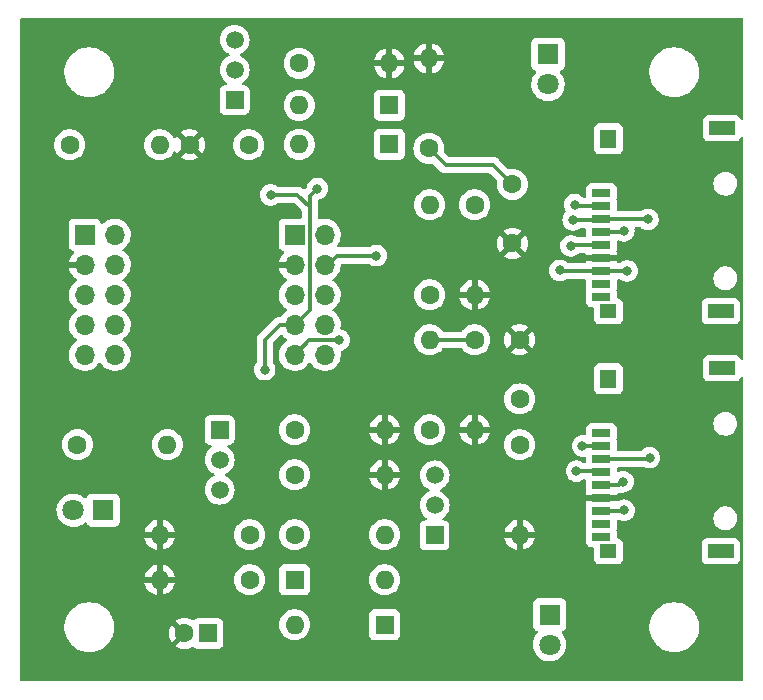
<source format=gbr>
%TF.GenerationSoftware,KiCad,Pcbnew,(6.0.2)*%
%TF.CreationDate,2022-07-07T23:12:26-05:00*%
%TF.ProjectId,ExtCard,45787443-6172-4642-9e6b-696361645f70,rev?*%
%TF.SameCoordinates,Original*%
%TF.FileFunction,Copper,L1,Top*%
%TF.FilePolarity,Positive*%
%FSLAX46Y46*%
G04 Gerber Fmt 4.6, Leading zero omitted, Abs format (unit mm)*
G04 Created by KiCad (PCBNEW (6.0.2)) date 2022-07-07 23:12:26*
%MOMM*%
%LPD*%
G01*
G04 APERTURE LIST*
%TA.AperFunction,ComponentPad*%
%ADD10R,1.600000X1.600000*%
%TD*%
%TA.AperFunction,ComponentPad*%
%ADD11O,1.600000X1.600000*%
%TD*%
%TA.AperFunction,ComponentPad*%
%ADD12C,1.600000*%
%TD*%
%TA.AperFunction,ComponentPad*%
%ADD13R,1.500000X1.500000*%
%TD*%
%TA.AperFunction,ComponentPad*%
%ADD14C,1.500000*%
%TD*%
%TA.AperFunction,ComponentPad*%
%ADD15R,1.800000X1.800000*%
%TD*%
%TA.AperFunction,ComponentPad*%
%ADD16C,1.800000*%
%TD*%
%TA.AperFunction,ComponentPad*%
%ADD17R,1.700000X1.700000*%
%TD*%
%TA.AperFunction,ComponentPad*%
%ADD18O,1.700000X1.700000*%
%TD*%
%TA.AperFunction,SMDPad,CuDef*%
%ADD19R,1.400000X1.600000*%
%TD*%
%TA.AperFunction,SMDPad,CuDef*%
%ADD20R,2.200000X1.200000*%
%TD*%
%TA.AperFunction,SMDPad,CuDef*%
%ADD21R,1.600000X0.700000*%
%TD*%
%TA.AperFunction,SMDPad,CuDef*%
%ADD22R,1.400000X1.200000*%
%TD*%
%TA.AperFunction,ViaPad*%
%ADD23C,0.800000*%
%TD*%
%TA.AperFunction,Conductor*%
%ADD24C,0.350000*%
%TD*%
G04 APERTURE END LIST*
D10*
%TO.P,D6,1,K*%
%TO.N,Net-(D4-Pad2)*%
X89570000Y-132770000D03*
D11*
%TO.P,D6,2,A*%
%TO.N,+5V*%
X97190000Y-132770000D03*
%TD*%
D12*
%TO.P,R2,1*%
%TO.N,CS*%
X89570000Y-128960000D03*
D11*
%TO.P,R2,2*%
%TO.N,Net-(Q1-Pad2)*%
X97190000Y-128960000D03*
%TD*%
D12*
%TO.P,R21,1*%
%TO.N,SCK*%
X101000000Y-120070000D03*
D11*
%TO.P,R21,2*%
%TO.N,Net-(R21-Pad2)*%
X101000000Y-112450000D03*
%TD*%
D10*
%TO.P,D9,1,K*%
%TO.N,Net-(D8-Pad2)*%
X97580000Y-95896000D03*
D11*
%TO.P,D9,2,A*%
%TO.N,+5V*%
X89960000Y-95896000D03*
%TD*%
D13*
%TO.P,Q2,1,E*%
%TO.N,Net-(Q2-Pad1)*%
X83220000Y-120070000D03*
D14*
%TO.P,Q2,2,B*%
%TO.N,Net-(Q2-Pad2)*%
X83220000Y-122610000D03*
%TO.P,Q2,3,C*%
%TO.N,Net-(Q2-Pad3)*%
X83220000Y-125150000D03*
%TD*%
D10*
%TO.P,D4,1,K*%
%TO.N,Net-(C6-Pad2)*%
X97190000Y-136580000D03*
D11*
%TO.P,D4,2,A*%
%TO.N,Net-(D4-Pad2)*%
X89570000Y-136580000D03*
%TD*%
D12*
%TO.P,R31,1*%
%TO.N,Net-(C6-Pad2)*%
X85760000Y-132770000D03*
D11*
%TO.P,R31,2*%
%TO.N,GND*%
X78140000Y-132770000D03*
%TD*%
D15*
%TO.P,D5,1,K*%
%TO.N,Net-(D5-Pad1)*%
X111020000Y-88290000D03*
D16*
%TO.P,D5,2,A*%
%TO.N,+5V*%
X111020000Y-90830000D03*
%TD*%
D10*
%TO.P,C17,1*%
%TO.N,+5V*%
X82225112Y-137310000D03*
D12*
%TO.P,C17,2*%
%TO.N,GND*%
X80225112Y-137310000D03*
%TD*%
D13*
%TO.P,Q1,1,E*%
%TO.N,Net-(Q1-Pad1)*%
X101420000Y-129010000D03*
D14*
%TO.P,Q1,2,B*%
%TO.N,Net-(Q1-Pad2)*%
X101420000Y-126470000D03*
%TO.P,Q1,3,C*%
%TO.N,Net-(Q1-Pad3)*%
X101420000Y-123930000D03*
%TD*%
D17*
%TO.P,J3,1,Pin_1*%
%TO.N,+5V*%
X89570000Y-103560000D03*
D18*
%TO.P,J3,2,Pin_2*%
%TO.N,unconnected-(J3-Pad2)*%
X92110000Y-103560000D03*
%TO.P,J3,3,Pin_3*%
%TO.N,GND*%
X89570000Y-106100000D03*
%TO.P,J3,4,Pin_4*%
%TO.N,MISO*%
X92110000Y-106100000D03*
%TO.P,J3,5,Pin_5*%
%TO.N,unconnected-(J3-Pad5)*%
X89570000Y-108640000D03*
%TO.P,J3,6,Pin_6*%
%TO.N,MOSI*%
X92110000Y-108640000D03*
%TO.P,J3,7,Pin_7*%
%TO.N,CS2*%
X89570000Y-111180000D03*
%TO.P,J3,8,Pin_8*%
%TO.N,CS3*%
X92110000Y-111180000D03*
%TO.P,J3,9,Pin_9*%
%TO.N,CS*%
X89570000Y-113720000D03*
%TO.P,J3,10,Pin_10*%
%TO.N,SCK*%
X92110000Y-113720000D03*
%TD*%
D12*
%TO.P,R25,1*%
%TO.N,Net-(R24-Pad2)*%
X104810000Y-101020000D03*
D11*
%TO.P,R25,2*%
%TO.N,GND*%
X104810000Y-108640000D03*
%TD*%
D12*
%TO.P,R1,1*%
%TO.N,CS*%
X89570000Y-120070000D03*
D11*
%TO.P,R1,2*%
%TO.N,GND*%
X97190000Y-120070000D03*
%TD*%
D13*
%TO.P,Q3,1,E*%
%TO.N,Net-(D5-Pad1)*%
X84490000Y-92130000D03*
D14*
%TO.P,Q3,2,B*%
%TO.N,Net-(Q3-Pad2)*%
X84490000Y-89590000D03*
%TO.P,Q3,3,C*%
%TO.N,Net-(Q3-Pad3)*%
X84490000Y-87050000D03*
%TD*%
D19*
%TO.P,U13,*%
%TO.N,*%
X116140000Y-95440000D03*
D20*
X125640000Y-110040000D03*
D21*
%TO.P,U13,1*%
%TO.N,N/C*%
X115540000Y-100040000D03*
%TO.P,U13,2,~{CS}*%
%TO.N,CS2*%
X115540000Y-101140000D03*
%TO.P,U13,3,DI*%
%TO.N,Net-(R24-Pad2)*%
X115540000Y-102240000D03*
%TO.P,U13,4,VDD*%
%TO.N,Net-(C7-Pad2)*%
X115540000Y-103340000D03*
%TO.P,U13,5,SCLK*%
%TO.N,Net-(R21-Pad2)*%
X115540000Y-104440000D03*
%TO.P,U13,6,GND*%
%TO.N,GND*%
X115540000Y-105540000D03*
%TO.P,U13,7,DO*%
%TO.N,MISO*%
X115540000Y-106640000D03*
%TO.P,U13,8*%
%TO.N,N/C*%
X115540000Y-107740000D03*
%TO.P,U13,9,CD*%
%TO.N,unconnected-(U13-Pad9)*%
X115540000Y-108840000D03*
D22*
%TO.P,U13,10*%
%TO.N,N/C*%
X116140000Y-110040000D03*
D20*
%TO.P,U13,~*%
X125740000Y-94540000D03*
%TD*%
D12*
%TO.P,C7,1*%
%TO.N,GND*%
X108010000Y-104290000D03*
%TO.P,C7,2*%
%TO.N,Net-(C7-Pad2)*%
X108010000Y-99290000D03*
%TD*%
%TO.P,R5,1*%
%TO.N,CS2*%
X70520000Y-95940000D03*
D11*
%TO.P,R5,2*%
%TO.N,Net-(Q3-Pad2)*%
X78140000Y-95940000D03*
%TD*%
D12*
%TO.P,R32,1*%
%TO.N,Net-(Q1-Pad3)*%
X108620000Y-121340000D03*
D11*
%TO.P,R32,2*%
%TO.N,GND*%
X108620000Y-128960000D03*
%TD*%
D17*
%TO.P,J1,1,Pin_1*%
%TO.N,+5V*%
X71790000Y-103560000D03*
D18*
%TO.P,J1,2,Pin_2*%
%TO.N,unconnected-(J1-Pad2)*%
X74330000Y-103560000D03*
%TO.P,J1,3,Pin_3*%
%TO.N,GND*%
X71790000Y-106100000D03*
%TO.P,J1,4,Pin_4*%
%TO.N,MISO*%
X74330000Y-106100000D03*
%TO.P,J1,5,Pin_5*%
%TO.N,unconnected-(J1-Pad5)*%
X71790000Y-108640000D03*
%TO.P,J1,6,Pin_6*%
%TO.N,MOSI*%
X74330000Y-108640000D03*
%TO.P,J1,7,Pin_7*%
%TO.N,unconnected-(J1-Pad7)*%
X71790000Y-111180000D03*
%TO.P,J1,8,Pin_8*%
%TO.N,CS3*%
X74330000Y-111180000D03*
%TO.P,J1,9,Pin_9*%
%TO.N,unconnected-(J1-Pad9)*%
X71790000Y-113720000D03*
%TO.P,J1,10,Pin_10*%
%TO.N,SCK*%
X74330000Y-113720000D03*
%TD*%
D12*
%TO.P,R22,1*%
%TO.N,Net-(R21-Pad2)*%
X104810000Y-112450000D03*
D11*
%TO.P,R22,2*%
%TO.N,GND*%
X104810000Y-120070000D03*
%TD*%
D12*
%TO.P,R3,1*%
%TO.N,CS3*%
X71180000Y-121330000D03*
D11*
%TO.P,R3,2*%
%TO.N,Net-(Q2-Pad2)*%
X78800000Y-121330000D03*
%TD*%
D12*
%TO.P,R4,1*%
%TO.N,CS2*%
X89570000Y-123880000D03*
D11*
%TO.P,R4,2*%
%TO.N,GND*%
X97190000Y-123880000D03*
%TD*%
D12*
%TO.P,R23,1*%
%TO.N,Net-(Q2-Pad3)*%
X85760000Y-128960000D03*
D11*
%TO.P,R23,2*%
%TO.N,GND*%
X78140000Y-128960000D03*
%TD*%
D12*
%TO.P,R24,1*%
%TO.N,MOSI*%
X101000000Y-108640000D03*
D11*
%TO.P,R24,2*%
%TO.N,Net-(R24-Pad2)*%
X101000000Y-101020000D03*
%TD*%
D15*
%TO.P,D7,1,K*%
%TO.N,Net-(Q1-Pad1)*%
X111160000Y-135720000D03*
D16*
%TO.P,D7,2,A*%
%TO.N,+5V*%
X111160000Y-138260000D03*
%TD*%
D20*
%TO.P,U12,*%
%TO.N,*%
X125640000Y-130360000D03*
D19*
X116140000Y-115760000D03*
D21*
%TO.P,U12,1*%
%TO.N,N/C*%
X115540000Y-120360000D03*
%TO.P,U12,2,~{CS}*%
%TO.N,CS*%
X115540000Y-121460000D03*
%TO.P,U12,3,DI*%
%TO.N,Net-(R24-Pad2)*%
X115540000Y-122560000D03*
%TO.P,U12,4,VDD*%
%TO.N,Net-(C6-Pad2)*%
X115540000Y-123660000D03*
%TO.P,U12,5,SCLK*%
%TO.N,Net-(R21-Pad2)*%
X115540000Y-124760000D03*
%TO.P,U12,6,GND*%
%TO.N,GND*%
X115540000Y-125860000D03*
%TO.P,U12,7,DO*%
%TO.N,MISO*%
X115540000Y-126960000D03*
%TO.P,U12,8*%
%TO.N,N/C*%
X115540000Y-128060000D03*
%TO.P,U12,9,CD*%
%TO.N,unconnected-(U12-Pad9)*%
X115540000Y-129160000D03*
D22*
%TO.P,U12,10*%
%TO.N,N/C*%
X116140000Y-130360000D03*
D20*
%TO.P,U12,~*%
X125740000Y-114860000D03*
%TD*%
D12*
%TO.P,C6,1*%
%TO.N,GND*%
X108620000Y-112450000D03*
%TO.P,C6,2*%
%TO.N,Net-(C6-Pad2)*%
X108620000Y-117450000D03*
%TD*%
D15*
%TO.P,D3,1,K*%
%TO.N,Net-(Q2-Pad1)*%
X73355000Y-126890000D03*
D16*
%TO.P,D3,2,A*%
%TO.N,+5V*%
X70815000Y-126890000D03*
%TD*%
D12*
%TO.P,C16,1*%
%TO.N,GND*%
X80680000Y-95940000D03*
%TO.P,C16,2*%
%TO.N,+5V*%
X85680000Y-95940000D03*
%TD*%
%TO.P,R30,1*%
%TO.N,Net-(Q3-Pad3)*%
X89960000Y-89038000D03*
D11*
%TO.P,R30,2*%
%TO.N,GND*%
X97580000Y-89038000D03*
%TD*%
D10*
%TO.P,D8,1,K*%
%TO.N,Net-(C7-Pad2)*%
X97580000Y-92594000D03*
D11*
%TO.P,D8,2,A*%
%TO.N,Net-(D8-Pad2)*%
X89960000Y-92594000D03*
%TD*%
D12*
%TO.P,R33,1*%
%TO.N,Net-(C7-Pad2)*%
X100930000Y-96240000D03*
D11*
%TO.P,R33,2*%
%TO.N,GND*%
X100930000Y-88620000D03*
%TD*%
D23*
%TO.N,Net-(C6-Pad2)*%
X113430000Y-123570000D03*
%TO.N,Net-(C7-Pad2)*%
X117440000Y-103230000D03*
%TO.N,MISO*%
X117720000Y-106610000D03*
X117460000Y-126880000D03*
X112020000Y-106580000D03*
X96480000Y-105320000D03*
%TO.N,Net-(R21-Pad2)*%
X117370000Y-124470000D03*
X112960000Y-104500000D03*
%TO.N,Net-(R24-Pad2)*%
X113150000Y-102300000D03*
X119620000Y-122440000D03*
X119480000Y-102260000D03*
%TO.N,CS*%
X113930000Y-121440000D03*
X93350000Y-112480000D03*
%TO.N,CS2*%
X87030000Y-114990000D03*
X113270000Y-101010000D03*
X91490000Y-99650000D03*
X87540000Y-100180000D03*
%TD*%
D24*
%TO.N,Net-(C6-Pad2)*%
X113430000Y-123570000D02*
X115450000Y-123570000D01*
X115450000Y-123570000D02*
X115540000Y-123660000D01*
%TO.N,Net-(C7-Pad2)*%
X117340000Y-103330000D02*
X115550000Y-103330000D01*
X115550000Y-103330000D02*
X115540000Y-103340000D01*
X108010000Y-99290000D02*
X106400000Y-97680000D01*
X102370000Y-97680000D02*
X106350000Y-97680000D01*
X117440000Y-103230000D02*
X117340000Y-103330000D01*
X100930000Y-96240000D02*
X102370000Y-97680000D01*
X106400000Y-97680000D02*
X106350000Y-97680000D01*
%TO.N,MISO*%
X93150000Y-105320000D02*
X92370000Y-106100000D01*
X117720000Y-106610000D02*
X117690000Y-106640000D01*
X115540000Y-126960000D02*
X117380000Y-126960000D01*
X117690000Y-106640000D02*
X115540000Y-106640000D01*
X96480000Y-105320000D02*
X93150000Y-105320000D01*
X92370000Y-106100000D02*
X92110000Y-106100000D01*
X112080000Y-106640000D02*
X112020000Y-106580000D01*
X115540000Y-106640000D02*
X112080000Y-106640000D01*
X117380000Y-126960000D02*
X117460000Y-126880000D01*
%TO.N,Net-(R21-Pad2)*%
X104810000Y-112450000D02*
X101000000Y-112450000D01*
X112960000Y-104500000D02*
X113020000Y-104440000D01*
X115560000Y-124780000D02*
X115540000Y-124760000D01*
X117370000Y-124470000D02*
X117060000Y-124780000D01*
X117060000Y-124780000D02*
X115560000Y-124780000D01*
X113020000Y-104440000D02*
X115540000Y-104440000D01*
%TO.N,Net-(R24-Pad2)*%
X119500000Y-122560000D02*
X119620000Y-122440000D01*
X119460000Y-102240000D02*
X115540000Y-102240000D01*
X113150000Y-102300000D02*
X115480000Y-102300000D01*
X119480000Y-102260000D02*
X119460000Y-102240000D01*
X115480000Y-102300000D02*
X115540000Y-102240000D01*
X115540000Y-122560000D02*
X119500000Y-122560000D01*
%TO.N,CS*%
X115540000Y-121460000D02*
X113950000Y-121460000D01*
X93350000Y-112480000D02*
X90810000Y-112480000D01*
X113950000Y-121460000D02*
X113930000Y-121440000D01*
X90810000Y-112480000D02*
X89570000Y-113720000D01*
%TO.N,CS2*%
X88300000Y-111180000D02*
X89570000Y-111180000D01*
X113400000Y-101140000D02*
X113270000Y-101010000D01*
X90850000Y-109900000D02*
X89570000Y-111180000D01*
X87560000Y-100160000D02*
X89810000Y-100160000D01*
X91490000Y-99650000D02*
X90850000Y-100290000D01*
X87030000Y-114990000D02*
X87030000Y-112450000D01*
X87030000Y-112450000D02*
X88300000Y-111180000D01*
X90850000Y-101200000D02*
X90850000Y-109900000D01*
X90850000Y-100290000D02*
X90850000Y-101200000D01*
X87540000Y-100180000D02*
X87560000Y-100160000D01*
X115540000Y-101140000D02*
X113400000Y-101140000D01*
X89810000Y-100160000D02*
X90850000Y-101200000D01*
%TD*%
%TA.AperFunction,Conductor*%
%TO.N,GND*%
G36*
X127494121Y-85248002D02*
G01*
X127540614Y-85301658D01*
X127552000Y-85354000D01*
X127552000Y-93695487D01*
X127531998Y-93763608D01*
X127478342Y-93810101D01*
X127408068Y-93820205D01*
X127343488Y-93790711D01*
X127308018Y-93739717D01*
X127293767Y-93701703D01*
X127290615Y-93693295D01*
X127203261Y-93576739D01*
X127086705Y-93489385D01*
X126950316Y-93438255D01*
X126888134Y-93431500D01*
X124591866Y-93431500D01*
X124529684Y-93438255D01*
X124393295Y-93489385D01*
X124276739Y-93576739D01*
X124189385Y-93693295D01*
X124138255Y-93829684D01*
X124131500Y-93891866D01*
X124131500Y-95188134D01*
X124138255Y-95250316D01*
X124189385Y-95386705D01*
X124276739Y-95503261D01*
X124393295Y-95590615D01*
X124529684Y-95641745D01*
X124591866Y-95648500D01*
X126888134Y-95648500D01*
X126950316Y-95641745D01*
X127086705Y-95590615D01*
X127203261Y-95503261D01*
X127290615Y-95386705D01*
X127308018Y-95340283D01*
X127350660Y-95283519D01*
X127417221Y-95258819D01*
X127486570Y-95274027D01*
X127536688Y-95324313D01*
X127552000Y-95384513D01*
X127552000Y-114015487D01*
X127531998Y-114083608D01*
X127478342Y-114130101D01*
X127408068Y-114140205D01*
X127343488Y-114110711D01*
X127308018Y-114059717D01*
X127293767Y-114021703D01*
X127290615Y-114013295D01*
X127203261Y-113896739D01*
X127086705Y-113809385D01*
X126950316Y-113758255D01*
X126888134Y-113751500D01*
X124591866Y-113751500D01*
X124529684Y-113758255D01*
X124393295Y-113809385D01*
X124276739Y-113896739D01*
X124189385Y-114013295D01*
X124138255Y-114149684D01*
X124131500Y-114211866D01*
X124131500Y-115508134D01*
X124138255Y-115570316D01*
X124189385Y-115706705D01*
X124276739Y-115823261D01*
X124393295Y-115910615D01*
X124529684Y-115961745D01*
X124591866Y-115968500D01*
X126888134Y-115968500D01*
X126950316Y-115961745D01*
X127086705Y-115910615D01*
X127203261Y-115823261D01*
X127290615Y-115706705D01*
X127308018Y-115660283D01*
X127350660Y-115603519D01*
X127417221Y-115578819D01*
X127486570Y-115594027D01*
X127536688Y-115644313D01*
X127552000Y-115704513D01*
X127552000Y-141236000D01*
X127531998Y-141304121D01*
X127478342Y-141350614D01*
X127426000Y-141362000D01*
X66464000Y-141362000D01*
X66395879Y-141341998D01*
X66349386Y-141288342D01*
X66338000Y-141236000D01*
X66338000Y-136922703D01*
X70070743Y-136922703D01*
X70071302Y-136926947D01*
X70071302Y-136926951D01*
X70079424Y-136988642D01*
X70108268Y-137207734D01*
X70109401Y-137211874D01*
X70109401Y-137211876D01*
X70117439Y-137241257D01*
X70184129Y-137485036D01*
X70185813Y-137488984D01*
X70291210Y-137736081D01*
X70296923Y-137749476D01*
X70342260Y-137825229D01*
X70440992Y-137990197D01*
X70444561Y-137996161D01*
X70624313Y-138220528D01*
X70665908Y-138260000D01*
X70821949Y-138408077D01*
X70832851Y-138418423D01*
X71066317Y-138586186D01*
X71070112Y-138588195D01*
X71070113Y-138588196D01*
X71091869Y-138599715D01*
X71320392Y-138720712D01*
X71590373Y-138819511D01*
X71871264Y-138880755D01*
X71899841Y-138883004D01*
X72094282Y-138898307D01*
X72094291Y-138898307D01*
X72096739Y-138898500D01*
X72252271Y-138898500D01*
X72254407Y-138898354D01*
X72254418Y-138898354D01*
X72462548Y-138884165D01*
X72462554Y-138884164D01*
X72466825Y-138883873D01*
X72471020Y-138883004D01*
X72471022Y-138883004D01*
X72607583Y-138854724D01*
X72748342Y-138825574D01*
X73019343Y-138729607D01*
X73226827Y-138622517D01*
X73271005Y-138599715D01*
X73271006Y-138599715D01*
X73274812Y-138597750D01*
X73278313Y-138595289D01*
X73278317Y-138595287D01*
X73444281Y-138478645D01*
X73510023Y-138432441D01*
X73549171Y-138396062D01*
X79503605Y-138396062D01*
X79512901Y-138408077D01*
X79564106Y-138443931D01*
X79573601Y-138449414D01*
X79771059Y-138541490D01*
X79781351Y-138545236D01*
X79991800Y-138601625D01*
X80002593Y-138603528D01*
X80219637Y-138622517D01*
X80230587Y-138622517D01*
X80447631Y-138603528D01*
X80458424Y-138601625D01*
X80668873Y-138545236D01*
X80679165Y-138541490D01*
X80876623Y-138449414D01*
X80886123Y-138443929D01*
X80887022Y-138443299D01*
X80887482Y-138443144D01*
X80890880Y-138441182D01*
X80891274Y-138441865D01*
X80954296Y-138420612D01*
X81023156Y-138437898D01*
X81048915Y-138460934D01*
X81050119Y-138459730D01*
X81056470Y-138466081D01*
X81061851Y-138473261D01*
X81069031Y-138478642D01*
X81069034Y-138478645D01*
X81132610Y-138526292D01*
X81178407Y-138560615D01*
X81314796Y-138611745D01*
X81376978Y-138618500D01*
X83073246Y-138618500D01*
X83135428Y-138611745D01*
X83271817Y-138560615D01*
X83388373Y-138473261D01*
X83475727Y-138356705D01*
X83524925Y-138225469D01*
X109747095Y-138225469D01*
X109747392Y-138230622D01*
X109747392Y-138230625D01*
X109759691Y-138443929D01*
X109760427Y-138456697D01*
X109761564Y-138461743D01*
X109761565Y-138461749D01*
X109784556Y-138563767D01*
X109811346Y-138682642D01*
X109813288Y-138687424D01*
X109813289Y-138687428D01*
X109893057Y-138883873D01*
X109898484Y-138897237D01*
X110019501Y-139094719D01*
X110171147Y-139269784D01*
X110349349Y-139417730D01*
X110549322Y-139534584D01*
X110765694Y-139617209D01*
X110770760Y-139618240D01*
X110770761Y-139618240D01*
X110823846Y-139629040D01*
X110992656Y-139663385D01*
X111123324Y-139668176D01*
X111218949Y-139671683D01*
X111218953Y-139671683D01*
X111224113Y-139671872D01*
X111229233Y-139671216D01*
X111229235Y-139671216D01*
X111302270Y-139661860D01*
X111453847Y-139642442D01*
X111458795Y-139640957D01*
X111458802Y-139640956D01*
X111670747Y-139577369D01*
X111675690Y-139575886D01*
X111756236Y-139536427D01*
X111879049Y-139476262D01*
X111879052Y-139476260D01*
X111883684Y-139473991D01*
X112072243Y-139339494D01*
X112236303Y-139176005D01*
X112371458Y-138987917D01*
X112415651Y-138898500D01*
X112471784Y-138784922D01*
X112471785Y-138784920D01*
X112474078Y-138780280D01*
X112541408Y-138558671D01*
X112571640Y-138329041D01*
X112573327Y-138260000D01*
X112564671Y-138154717D01*
X112554773Y-138034318D01*
X112554772Y-138034312D01*
X112554349Y-138029167D01*
X112517319Y-137881745D01*
X112499184Y-137809544D01*
X112499183Y-137809540D01*
X112497925Y-137804533D01*
X112495866Y-137799797D01*
X112407630Y-137596868D01*
X112407628Y-137596865D01*
X112405570Y-137592131D01*
X112279764Y-137397665D01*
X112198965Y-137308868D01*
X112189848Y-137298848D01*
X112158796Y-137235002D01*
X112167192Y-137164504D01*
X112212369Y-137109736D01*
X112238812Y-137096067D01*
X112298297Y-137073767D01*
X112306705Y-137070615D01*
X112423261Y-136983261D01*
X112468647Y-136922703D01*
X119600743Y-136922703D01*
X119601302Y-136926947D01*
X119601302Y-136926951D01*
X119609424Y-136988642D01*
X119638268Y-137207734D01*
X119639401Y-137211874D01*
X119639401Y-137211876D01*
X119647439Y-137241257D01*
X119714129Y-137485036D01*
X119715813Y-137488984D01*
X119821210Y-137736081D01*
X119826923Y-137749476D01*
X119872260Y-137825229D01*
X119970992Y-137990197D01*
X119974561Y-137996161D01*
X120154313Y-138220528D01*
X120195908Y-138260000D01*
X120351949Y-138408077D01*
X120362851Y-138418423D01*
X120596317Y-138586186D01*
X120600112Y-138588195D01*
X120600113Y-138588196D01*
X120621869Y-138599715D01*
X120850392Y-138720712D01*
X121120373Y-138819511D01*
X121401264Y-138880755D01*
X121429841Y-138883004D01*
X121624282Y-138898307D01*
X121624291Y-138898307D01*
X121626739Y-138898500D01*
X121782271Y-138898500D01*
X121784407Y-138898354D01*
X121784418Y-138898354D01*
X121992548Y-138884165D01*
X121992554Y-138884164D01*
X121996825Y-138883873D01*
X122001020Y-138883004D01*
X122001022Y-138883004D01*
X122137583Y-138854724D01*
X122278342Y-138825574D01*
X122549343Y-138729607D01*
X122756827Y-138622517D01*
X122801005Y-138599715D01*
X122801006Y-138599715D01*
X122804812Y-138597750D01*
X122808313Y-138595289D01*
X122808317Y-138595287D01*
X122974281Y-138478645D01*
X123040023Y-138432441D01*
X123147724Y-138332359D01*
X123247479Y-138239661D01*
X123247481Y-138239658D01*
X123250622Y-138236740D01*
X123432713Y-138014268D01*
X123582927Y-137769142D01*
X123645453Y-137626705D01*
X123696757Y-137509830D01*
X123698483Y-137505898D01*
X123777244Y-137229406D01*
X123817751Y-136944784D01*
X123817845Y-136926951D01*
X123819235Y-136661583D01*
X123819235Y-136661576D01*
X123819257Y-136657297D01*
X123809802Y-136585475D01*
X123786376Y-136407540D01*
X123781732Y-136372266D01*
X123705871Y-136094964D01*
X123672391Y-136016472D01*
X123594763Y-135834476D01*
X123594761Y-135834472D01*
X123593077Y-135830524D01*
X123445439Y-135583839D01*
X123265687Y-135359472D01*
X123057149Y-135161577D01*
X122823683Y-134993814D01*
X122801843Y-134982250D01*
X122778654Y-134969972D01*
X122569608Y-134859288D01*
X122330716Y-134771866D01*
X122303658Y-134761964D01*
X122303656Y-134761963D01*
X122299627Y-134760489D01*
X122018736Y-134699245D01*
X121987685Y-134696801D01*
X121795718Y-134681693D01*
X121795709Y-134681693D01*
X121793261Y-134681500D01*
X121637729Y-134681500D01*
X121635593Y-134681646D01*
X121635582Y-134681646D01*
X121427452Y-134695835D01*
X121427446Y-134695836D01*
X121423175Y-134696127D01*
X121418980Y-134696996D01*
X121418978Y-134696996D01*
X121357710Y-134709684D01*
X121141658Y-134754426D01*
X120870657Y-134850393D01*
X120615188Y-134982250D01*
X120611687Y-134984711D01*
X120611683Y-134984713D01*
X120601594Y-134991804D01*
X120379977Y-135147559D01*
X120364892Y-135161577D01*
X120231021Y-135285978D01*
X120169378Y-135343260D01*
X119987287Y-135565732D01*
X119837073Y-135810858D01*
X119721517Y-136074102D01*
X119720342Y-136078229D01*
X119720341Y-136078230D01*
X119696971Y-136160270D01*
X119642756Y-136350594D01*
X119626920Y-136461866D01*
X119607576Y-136597789D01*
X119602249Y-136635216D01*
X119602227Y-136639505D01*
X119602226Y-136639512D01*
X119600765Y-136918417D01*
X119600743Y-136922703D01*
X112468647Y-136922703D01*
X112510615Y-136866705D01*
X112561745Y-136730316D01*
X112568500Y-136668134D01*
X112568500Y-134771866D01*
X112561745Y-134709684D01*
X112510615Y-134573295D01*
X112423261Y-134456739D01*
X112306705Y-134369385D01*
X112170316Y-134318255D01*
X112108134Y-134311500D01*
X110211866Y-134311500D01*
X110149684Y-134318255D01*
X110013295Y-134369385D01*
X109896739Y-134456739D01*
X109809385Y-134573295D01*
X109758255Y-134709684D01*
X109751500Y-134771866D01*
X109751500Y-136668134D01*
X109758255Y-136730316D01*
X109809385Y-136866705D01*
X109896739Y-136983261D01*
X110013295Y-137070615D01*
X110021704Y-137073767D01*
X110021705Y-137073768D01*
X110081164Y-137096058D01*
X110137929Y-137138699D01*
X110162629Y-137205261D01*
X110147422Y-137274609D01*
X110128029Y-137301091D01*
X110061639Y-137370564D01*
X110058725Y-137374836D01*
X110058724Y-137374837D01*
X110043152Y-137397665D01*
X109931119Y-137561899D01*
X109833602Y-137771981D01*
X109771707Y-137995169D01*
X109747095Y-138225469D01*
X83524925Y-138225469D01*
X83526857Y-138220316D01*
X83533612Y-138158134D01*
X83533612Y-136580000D01*
X88256502Y-136580000D01*
X88276457Y-136808087D01*
X88335716Y-137029243D01*
X88338039Y-137034224D01*
X88338039Y-137034225D01*
X88430151Y-137231762D01*
X88430154Y-137231767D01*
X88432477Y-137236749D01*
X88487602Y-137315475D01*
X88548194Y-137402009D01*
X88563802Y-137424300D01*
X88725700Y-137586198D01*
X88730208Y-137589355D01*
X88730211Y-137589357D01*
X88734173Y-137592131D01*
X88913251Y-137717523D01*
X88918233Y-137719846D01*
X88918238Y-137719849D01*
X89110592Y-137809544D01*
X89120757Y-137814284D01*
X89126065Y-137815706D01*
X89126067Y-137815707D01*
X89336598Y-137872119D01*
X89336600Y-137872119D01*
X89341913Y-137873543D01*
X89570000Y-137893498D01*
X89798087Y-137873543D01*
X89803400Y-137872119D01*
X89803402Y-137872119D01*
X90013933Y-137815707D01*
X90013935Y-137815706D01*
X90019243Y-137814284D01*
X90029408Y-137809544D01*
X90221762Y-137719849D01*
X90221767Y-137719846D01*
X90226749Y-137717523D01*
X90405827Y-137592131D01*
X90409789Y-137589357D01*
X90409792Y-137589355D01*
X90414300Y-137586198D01*
X90572364Y-137428134D01*
X95881500Y-137428134D01*
X95888255Y-137490316D01*
X95939385Y-137626705D01*
X96026739Y-137743261D01*
X96143295Y-137830615D01*
X96279684Y-137881745D01*
X96341866Y-137888500D01*
X98038134Y-137888500D01*
X98100316Y-137881745D01*
X98236705Y-137830615D01*
X98353261Y-137743261D01*
X98440615Y-137626705D01*
X98491745Y-137490316D01*
X98498500Y-137428134D01*
X98498500Y-135731866D01*
X98491745Y-135669684D01*
X98440615Y-135533295D01*
X98353261Y-135416739D01*
X98236705Y-135329385D01*
X98100316Y-135278255D01*
X98038134Y-135271500D01*
X96341866Y-135271500D01*
X96279684Y-135278255D01*
X96143295Y-135329385D01*
X96026739Y-135416739D01*
X95939385Y-135533295D01*
X95888255Y-135669684D01*
X95881500Y-135731866D01*
X95881500Y-137428134D01*
X90572364Y-137428134D01*
X90576198Y-137424300D01*
X90591807Y-137402009D01*
X90652398Y-137315475D01*
X90707523Y-137236749D01*
X90709846Y-137231767D01*
X90709849Y-137231762D01*
X90801961Y-137034225D01*
X90801961Y-137034224D01*
X90804284Y-137029243D01*
X90863543Y-136808087D01*
X90883498Y-136580000D01*
X90863543Y-136351913D01*
X90862119Y-136346598D01*
X90805707Y-136136067D01*
X90805706Y-136136065D01*
X90804284Y-136130757D01*
X90779921Y-136078510D01*
X90709849Y-135928238D01*
X90709846Y-135928233D01*
X90707523Y-135923251D01*
X90576198Y-135735700D01*
X90414300Y-135573802D01*
X90409792Y-135570645D01*
X90409789Y-135570643D01*
X90331611Y-135515902D01*
X90226749Y-135442477D01*
X90221767Y-135440154D01*
X90221762Y-135440151D01*
X90024225Y-135348039D01*
X90024224Y-135348039D01*
X90019243Y-135345716D01*
X90013935Y-135344294D01*
X90013933Y-135344293D01*
X89803402Y-135287881D01*
X89803400Y-135287881D01*
X89798087Y-135286457D01*
X89570000Y-135266502D01*
X89341913Y-135286457D01*
X89336600Y-135287881D01*
X89336598Y-135287881D01*
X89126067Y-135344293D01*
X89126065Y-135344294D01*
X89120757Y-135345716D01*
X89115776Y-135348039D01*
X89115775Y-135348039D01*
X88918238Y-135440151D01*
X88918233Y-135440154D01*
X88913251Y-135442477D01*
X88808389Y-135515902D01*
X88730211Y-135570643D01*
X88730208Y-135570645D01*
X88725700Y-135573802D01*
X88563802Y-135735700D01*
X88432477Y-135923251D01*
X88430154Y-135928233D01*
X88430151Y-135928238D01*
X88360079Y-136078510D01*
X88335716Y-136130757D01*
X88334294Y-136136065D01*
X88334293Y-136136067D01*
X88277881Y-136346598D01*
X88276457Y-136351913D01*
X88256502Y-136580000D01*
X83533612Y-136580000D01*
X83533612Y-136461866D01*
X83526857Y-136399684D01*
X83475727Y-136263295D01*
X83388373Y-136146739D01*
X83271817Y-136059385D01*
X83135428Y-136008255D01*
X83073246Y-136001500D01*
X81376978Y-136001500D01*
X81314796Y-136008255D01*
X81178407Y-136059385D01*
X81157887Y-136074764D01*
X81069034Y-136141355D01*
X81069031Y-136141358D01*
X81061851Y-136146739D01*
X81056470Y-136153919D01*
X81050119Y-136160270D01*
X81047977Y-136158128D01*
X81003266Y-136191564D01*
X80932448Y-136196594D01*
X80891077Y-136178477D01*
X80890880Y-136178818D01*
X80887814Y-136177048D01*
X80887022Y-136176701D01*
X80886123Y-136176071D01*
X80876623Y-136170586D01*
X80679165Y-136078510D01*
X80668873Y-136074764D01*
X80458424Y-136018375D01*
X80447631Y-136016472D01*
X80230587Y-135997483D01*
X80219637Y-135997483D01*
X80002593Y-136016472D01*
X79991800Y-136018375D01*
X79781351Y-136074764D01*
X79771059Y-136078510D01*
X79573601Y-136170586D01*
X79564106Y-136176069D01*
X79512064Y-136212509D01*
X79503688Y-136222988D01*
X79510756Y-136236434D01*
X80495227Y-137220905D01*
X80529253Y-137283217D01*
X80524188Y-137354032D01*
X80495227Y-137399095D01*
X79510035Y-138384287D01*
X79503605Y-138396062D01*
X73549171Y-138396062D01*
X73617724Y-138332359D01*
X73717479Y-138239661D01*
X73717481Y-138239658D01*
X73720622Y-138236740D01*
X73902713Y-138014268D01*
X74052927Y-137769142D01*
X74115453Y-137626705D01*
X74166757Y-137509830D01*
X74168483Y-137505898D01*
X74222727Y-137315475D01*
X78912595Y-137315475D01*
X78931584Y-137532519D01*
X78933487Y-137543312D01*
X78989876Y-137753761D01*
X78993622Y-137764053D01*
X79085698Y-137961511D01*
X79091181Y-137971006D01*
X79127621Y-138023048D01*
X79138100Y-138031424D01*
X79151546Y-138024356D01*
X79853090Y-137322812D01*
X79860704Y-137308868D01*
X79860573Y-137307035D01*
X79856322Y-137300420D01*
X79150825Y-136594923D01*
X79139050Y-136588493D01*
X79127035Y-136597789D01*
X79091181Y-136648994D01*
X79085698Y-136658489D01*
X78993622Y-136855947D01*
X78989876Y-136866239D01*
X78933487Y-137076688D01*
X78931584Y-137087481D01*
X78912595Y-137304525D01*
X78912595Y-137315475D01*
X74222727Y-137315475D01*
X74247244Y-137229406D01*
X74287751Y-136944784D01*
X74287845Y-136926951D01*
X74289235Y-136661583D01*
X74289235Y-136661576D01*
X74289257Y-136657297D01*
X74279802Y-136585475D01*
X74256376Y-136407540D01*
X74251732Y-136372266D01*
X74175871Y-136094964D01*
X74142391Y-136016472D01*
X74064763Y-135834476D01*
X74064761Y-135834472D01*
X74063077Y-135830524D01*
X73915439Y-135583839D01*
X73735687Y-135359472D01*
X73527149Y-135161577D01*
X73293683Y-134993814D01*
X73271843Y-134982250D01*
X73248654Y-134969972D01*
X73039608Y-134859288D01*
X72800716Y-134771866D01*
X72773658Y-134761964D01*
X72773656Y-134761963D01*
X72769627Y-134760489D01*
X72488736Y-134699245D01*
X72457685Y-134696801D01*
X72265718Y-134681693D01*
X72265709Y-134681693D01*
X72263261Y-134681500D01*
X72107729Y-134681500D01*
X72105593Y-134681646D01*
X72105582Y-134681646D01*
X71897452Y-134695835D01*
X71897446Y-134695836D01*
X71893175Y-134696127D01*
X71888980Y-134696996D01*
X71888978Y-134696996D01*
X71827710Y-134709684D01*
X71611658Y-134754426D01*
X71340657Y-134850393D01*
X71085188Y-134982250D01*
X71081687Y-134984711D01*
X71081683Y-134984713D01*
X71071594Y-134991804D01*
X70849977Y-135147559D01*
X70834892Y-135161577D01*
X70701021Y-135285978D01*
X70639378Y-135343260D01*
X70457287Y-135565732D01*
X70307073Y-135810858D01*
X70191517Y-136074102D01*
X70190342Y-136078229D01*
X70190341Y-136078230D01*
X70166971Y-136160270D01*
X70112756Y-136350594D01*
X70096920Y-136461866D01*
X70077576Y-136597789D01*
X70072249Y-136635216D01*
X70072227Y-136639505D01*
X70072226Y-136639512D01*
X70070765Y-136918417D01*
X70070743Y-136922703D01*
X66338000Y-136922703D01*
X66338000Y-133036522D01*
X76857273Y-133036522D01*
X76904764Y-133213761D01*
X76908510Y-133224053D01*
X77000586Y-133421511D01*
X77006069Y-133431007D01*
X77131028Y-133609467D01*
X77138084Y-133617875D01*
X77292125Y-133771916D01*
X77300533Y-133778972D01*
X77478993Y-133903931D01*
X77488489Y-133909414D01*
X77685947Y-134001490D01*
X77696239Y-134005236D01*
X77868503Y-134051394D01*
X77882599Y-134051058D01*
X77886000Y-134043116D01*
X77886000Y-134037967D01*
X78394000Y-134037967D01*
X78397973Y-134051498D01*
X78406522Y-134052727D01*
X78583761Y-134005236D01*
X78594053Y-134001490D01*
X78791511Y-133909414D01*
X78801007Y-133903931D01*
X78979467Y-133778972D01*
X78987875Y-133771916D01*
X79141916Y-133617875D01*
X79148972Y-133609467D01*
X79273931Y-133431007D01*
X79279414Y-133421511D01*
X79371490Y-133224053D01*
X79375236Y-133213761D01*
X79421394Y-133041497D01*
X79421058Y-133027401D01*
X79413116Y-133024000D01*
X78412115Y-133024000D01*
X78396876Y-133028475D01*
X78395671Y-133029865D01*
X78394000Y-133037548D01*
X78394000Y-134037967D01*
X77886000Y-134037967D01*
X77886000Y-133042115D01*
X77881525Y-133026876D01*
X77880135Y-133025671D01*
X77872452Y-133024000D01*
X76872033Y-133024000D01*
X76858502Y-133027973D01*
X76857273Y-133036522D01*
X66338000Y-133036522D01*
X66338000Y-132770000D01*
X84446502Y-132770000D01*
X84466457Y-132998087D01*
X84467881Y-133003400D01*
X84467881Y-133003402D01*
X84477031Y-133037548D01*
X84525716Y-133219243D01*
X84528039Y-133224224D01*
X84528039Y-133224225D01*
X84620151Y-133421762D01*
X84620154Y-133421767D01*
X84622477Y-133426749D01*
X84753802Y-133614300D01*
X84915700Y-133776198D01*
X84920208Y-133779355D01*
X84920211Y-133779357D01*
X84961542Y-133808297D01*
X85103251Y-133907523D01*
X85108233Y-133909846D01*
X85108238Y-133909849D01*
X85304765Y-134001490D01*
X85310757Y-134004284D01*
X85316065Y-134005706D01*
X85316067Y-134005707D01*
X85526598Y-134062119D01*
X85526600Y-134062119D01*
X85531913Y-134063543D01*
X85760000Y-134083498D01*
X85988087Y-134063543D01*
X85993400Y-134062119D01*
X85993402Y-134062119D01*
X86203933Y-134005707D01*
X86203935Y-134005706D01*
X86209243Y-134004284D01*
X86215235Y-134001490D01*
X86411762Y-133909849D01*
X86411767Y-133909846D01*
X86416749Y-133907523D01*
X86558458Y-133808297D01*
X86599789Y-133779357D01*
X86599792Y-133779355D01*
X86604300Y-133776198D01*
X86762364Y-133618134D01*
X88261500Y-133618134D01*
X88268255Y-133680316D01*
X88319385Y-133816705D01*
X88406739Y-133933261D01*
X88523295Y-134020615D01*
X88659684Y-134071745D01*
X88721866Y-134078500D01*
X90418134Y-134078500D01*
X90480316Y-134071745D01*
X90616705Y-134020615D01*
X90733261Y-133933261D01*
X90820615Y-133816705D01*
X90871745Y-133680316D01*
X90878500Y-133618134D01*
X90878500Y-132770000D01*
X95876502Y-132770000D01*
X95896457Y-132998087D01*
X95897881Y-133003400D01*
X95897881Y-133003402D01*
X95907031Y-133037548D01*
X95955716Y-133219243D01*
X95958039Y-133224224D01*
X95958039Y-133224225D01*
X96050151Y-133421762D01*
X96050154Y-133421767D01*
X96052477Y-133426749D01*
X96183802Y-133614300D01*
X96345700Y-133776198D01*
X96350208Y-133779355D01*
X96350211Y-133779357D01*
X96391542Y-133808297D01*
X96533251Y-133907523D01*
X96538233Y-133909846D01*
X96538238Y-133909849D01*
X96734765Y-134001490D01*
X96740757Y-134004284D01*
X96746065Y-134005706D01*
X96746067Y-134005707D01*
X96956598Y-134062119D01*
X96956600Y-134062119D01*
X96961913Y-134063543D01*
X97190000Y-134083498D01*
X97418087Y-134063543D01*
X97423400Y-134062119D01*
X97423402Y-134062119D01*
X97633933Y-134005707D01*
X97633935Y-134005706D01*
X97639243Y-134004284D01*
X97645235Y-134001490D01*
X97841762Y-133909849D01*
X97841767Y-133909846D01*
X97846749Y-133907523D01*
X97988458Y-133808297D01*
X98029789Y-133779357D01*
X98029792Y-133779355D01*
X98034300Y-133776198D01*
X98196198Y-133614300D01*
X98327523Y-133426749D01*
X98329846Y-133421767D01*
X98329849Y-133421762D01*
X98421961Y-133224225D01*
X98421961Y-133224224D01*
X98424284Y-133219243D01*
X98472970Y-133037548D01*
X98482119Y-133003402D01*
X98482119Y-133003400D01*
X98483543Y-132998087D01*
X98503498Y-132770000D01*
X98483543Y-132541913D01*
X98473244Y-132503478D01*
X98425707Y-132326067D01*
X98425706Y-132326065D01*
X98424284Y-132320757D01*
X98329966Y-132118489D01*
X98329849Y-132118238D01*
X98329846Y-132118233D01*
X98327523Y-132113251D01*
X98196198Y-131925700D01*
X98034300Y-131763802D01*
X98029792Y-131760645D01*
X98029789Y-131760643D01*
X97951611Y-131705902D01*
X97846749Y-131632477D01*
X97841767Y-131630154D01*
X97841762Y-131630151D01*
X97644225Y-131538039D01*
X97644224Y-131538039D01*
X97639243Y-131535716D01*
X97633935Y-131534294D01*
X97633933Y-131534293D01*
X97423402Y-131477881D01*
X97423400Y-131477881D01*
X97418087Y-131476457D01*
X97190000Y-131456502D01*
X96961913Y-131476457D01*
X96956600Y-131477881D01*
X96956598Y-131477881D01*
X96746067Y-131534293D01*
X96746065Y-131534294D01*
X96740757Y-131535716D01*
X96735776Y-131538039D01*
X96735775Y-131538039D01*
X96538238Y-131630151D01*
X96538233Y-131630154D01*
X96533251Y-131632477D01*
X96428389Y-131705902D01*
X96350211Y-131760643D01*
X96350208Y-131760645D01*
X96345700Y-131763802D01*
X96183802Y-131925700D01*
X96052477Y-132113251D01*
X96050154Y-132118233D01*
X96050151Y-132118238D01*
X96050034Y-132118489D01*
X95955716Y-132320757D01*
X95954294Y-132326065D01*
X95954293Y-132326067D01*
X95906756Y-132503478D01*
X95896457Y-132541913D01*
X95876502Y-132770000D01*
X90878500Y-132770000D01*
X90878500Y-131921866D01*
X90871745Y-131859684D01*
X90820615Y-131723295D01*
X90733261Y-131606739D01*
X90616705Y-131519385D01*
X90480316Y-131468255D01*
X90418134Y-131461500D01*
X88721866Y-131461500D01*
X88659684Y-131468255D01*
X88523295Y-131519385D01*
X88406739Y-131606739D01*
X88319385Y-131723295D01*
X88268255Y-131859684D01*
X88261500Y-131921866D01*
X88261500Y-133618134D01*
X86762364Y-133618134D01*
X86766198Y-133614300D01*
X86897523Y-133426749D01*
X86899846Y-133421767D01*
X86899849Y-133421762D01*
X86991961Y-133224225D01*
X86991961Y-133224224D01*
X86994284Y-133219243D01*
X87042970Y-133037548D01*
X87052119Y-133003402D01*
X87052119Y-133003400D01*
X87053543Y-132998087D01*
X87073498Y-132770000D01*
X87053543Y-132541913D01*
X87043244Y-132503478D01*
X86995707Y-132326067D01*
X86995706Y-132326065D01*
X86994284Y-132320757D01*
X86899966Y-132118489D01*
X86899849Y-132118238D01*
X86899846Y-132118233D01*
X86897523Y-132113251D01*
X86766198Y-131925700D01*
X86604300Y-131763802D01*
X86599792Y-131760645D01*
X86599789Y-131760643D01*
X86521611Y-131705902D01*
X86416749Y-131632477D01*
X86411767Y-131630154D01*
X86411762Y-131630151D01*
X86214225Y-131538039D01*
X86214224Y-131538039D01*
X86209243Y-131535716D01*
X86203935Y-131534294D01*
X86203933Y-131534293D01*
X85993402Y-131477881D01*
X85993400Y-131477881D01*
X85988087Y-131476457D01*
X85760000Y-131456502D01*
X85531913Y-131476457D01*
X85526600Y-131477881D01*
X85526598Y-131477881D01*
X85316067Y-131534293D01*
X85316065Y-131534294D01*
X85310757Y-131535716D01*
X85305776Y-131538039D01*
X85305775Y-131538039D01*
X85108238Y-131630151D01*
X85108233Y-131630154D01*
X85103251Y-131632477D01*
X84998389Y-131705902D01*
X84920211Y-131760643D01*
X84920208Y-131760645D01*
X84915700Y-131763802D01*
X84753802Y-131925700D01*
X84622477Y-132113251D01*
X84620154Y-132118233D01*
X84620151Y-132118238D01*
X84620034Y-132118489D01*
X84525716Y-132320757D01*
X84524294Y-132326065D01*
X84524293Y-132326067D01*
X84476756Y-132503478D01*
X84466457Y-132541913D01*
X84446502Y-132770000D01*
X66338000Y-132770000D01*
X66338000Y-132498503D01*
X76858606Y-132498503D01*
X76858942Y-132512599D01*
X76866884Y-132516000D01*
X77867885Y-132516000D01*
X77883124Y-132511525D01*
X77884329Y-132510135D01*
X77886000Y-132502452D01*
X77886000Y-132497885D01*
X78394000Y-132497885D01*
X78398475Y-132513124D01*
X78399865Y-132514329D01*
X78407548Y-132516000D01*
X79407967Y-132516000D01*
X79421498Y-132512027D01*
X79422727Y-132503478D01*
X79375236Y-132326239D01*
X79371490Y-132315947D01*
X79279414Y-132118489D01*
X79273931Y-132108993D01*
X79148972Y-131930533D01*
X79141916Y-131922125D01*
X78987875Y-131768084D01*
X78979467Y-131761028D01*
X78801007Y-131636069D01*
X78791511Y-131630586D01*
X78594053Y-131538510D01*
X78583761Y-131534764D01*
X78411497Y-131488606D01*
X78397401Y-131488942D01*
X78394000Y-131496884D01*
X78394000Y-132497885D01*
X77886000Y-132497885D01*
X77886000Y-131502033D01*
X77882027Y-131488502D01*
X77873478Y-131487273D01*
X77696239Y-131534764D01*
X77685947Y-131538510D01*
X77488489Y-131630586D01*
X77478993Y-131636069D01*
X77300533Y-131761028D01*
X77292125Y-131768084D01*
X77138084Y-131922125D01*
X77131028Y-131930533D01*
X77006069Y-132108993D01*
X77000586Y-132118489D01*
X76908510Y-132315947D01*
X76904764Y-132326239D01*
X76858606Y-132498503D01*
X66338000Y-132498503D01*
X66338000Y-129226522D01*
X76857273Y-129226522D01*
X76904764Y-129403761D01*
X76908510Y-129414053D01*
X77000586Y-129611511D01*
X77006069Y-129621007D01*
X77131028Y-129799467D01*
X77138084Y-129807875D01*
X77292125Y-129961916D01*
X77300533Y-129968972D01*
X77478993Y-130093931D01*
X77488489Y-130099414D01*
X77685947Y-130191490D01*
X77696239Y-130195236D01*
X77868503Y-130241394D01*
X77882599Y-130241058D01*
X77886000Y-130233116D01*
X77886000Y-130227967D01*
X78394000Y-130227967D01*
X78397973Y-130241498D01*
X78406522Y-130242727D01*
X78583761Y-130195236D01*
X78594053Y-130191490D01*
X78791511Y-130099414D01*
X78801007Y-130093931D01*
X78979467Y-129968972D01*
X78987875Y-129961916D01*
X79141916Y-129807875D01*
X79148972Y-129799467D01*
X79273931Y-129621007D01*
X79279414Y-129611511D01*
X79371490Y-129414053D01*
X79375236Y-129403761D01*
X79421394Y-129231497D01*
X79421058Y-129217401D01*
X79413116Y-129214000D01*
X78412115Y-129214000D01*
X78396876Y-129218475D01*
X78395671Y-129219865D01*
X78394000Y-129227548D01*
X78394000Y-130227967D01*
X77886000Y-130227967D01*
X77886000Y-129232115D01*
X77881525Y-129216876D01*
X77880135Y-129215671D01*
X77872452Y-129214000D01*
X76872033Y-129214000D01*
X76858502Y-129217973D01*
X76857273Y-129226522D01*
X66338000Y-129226522D01*
X66338000Y-128960000D01*
X84446502Y-128960000D01*
X84466457Y-129188087D01*
X84467881Y-129193400D01*
X84467881Y-129193402D01*
X84522366Y-129396739D01*
X84525716Y-129409243D01*
X84528039Y-129414224D01*
X84528039Y-129414225D01*
X84620151Y-129611762D01*
X84620154Y-129611767D01*
X84622477Y-129616749D01*
X84686700Y-129708469D01*
X84720476Y-129756705D01*
X84753802Y-129804300D01*
X84915700Y-129966198D01*
X84920208Y-129969355D01*
X84920211Y-129969357D01*
X84961542Y-129998297D01*
X85103251Y-130097523D01*
X85108233Y-130099846D01*
X85108238Y-130099849D01*
X85304765Y-130191490D01*
X85310757Y-130194284D01*
X85316065Y-130195706D01*
X85316067Y-130195707D01*
X85526598Y-130252119D01*
X85526600Y-130252119D01*
X85531913Y-130253543D01*
X85760000Y-130273498D01*
X85988087Y-130253543D01*
X85993400Y-130252119D01*
X85993402Y-130252119D01*
X86203933Y-130195707D01*
X86203935Y-130195706D01*
X86209243Y-130194284D01*
X86215235Y-130191490D01*
X86411762Y-130099849D01*
X86411767Y-130099846D01*
X86416749Y-130097523D01*
X86558458Y-129998297D01*
X86599789Y-129969357D01*
X86599792Y-129969355D01*
X86604300Y-129966198D01*
X86766198Y-129804300D01*
X86799525Y-129756705D01*
X86833300Y-129708469D01*
X86897523Y-129616749D01*
X86899846Y-129611767D01*
X86899849Y-129611762D01*
X86991961Y-129414225D01*
X86991961Y-129414224D01*
X86994284Y-129409243D01*
X86997635Y-129396739D01*
X87052119Y-129193402D01*
X87052119Y-129193400D01*
X87053543Y-129188087D01*
X87073498Y-128960000D01*
X88256502Y-128960000D01*
X88276457Y-129188087D01*
X88277881Y-129193400D01*
X88277881Y-129193402D01*
X88332366Y-129396739D01*
X88335716Y-129409243D01*
X88338039Y-129414224D01*
X88338039Y-129414225D01*
X88430151Y-129611762D01*
X88430154Y-129611767D01*
X88432477Y-129616749D01*
X88496700Y-129708469D01*
X88530476Y-129756705D01*
X88563802Y-129804300D01*
X88725700Y-129966198D01*
X88730208Y-129969355D01*
X88730211Y-129969357D01*
X88771542Y-129998297D01*
X88913251Y-130097523D01*
X88918233Y-130099846D01*
X88918238Y-130099849D01*
X89114765Y-130191490D01*
X89120757Y-130194284D01*
X89126065Y-130195706D01*
X89126067Y-130195707D01*
X89336598Y-130252119D01*
X89336600Y-130252119D01*
X89341913Y-130253543D01*
X89570000Y-130273498D01*
X89798087Y-130253543D01*
X89803400Y-130252119D01*
X89803402Y-130252119D01*
X90013933Y-130195707D01*
X90013935Y-130195706D01*
X90019243Y-130194284D01*
X90025235Y-130191490D01*
X90221762Y-130099849D01*
X90221767Y-130099846D01*
X90226749Y-130097523D01*
X90368458Y-129998297D01*
X90409789Y-129969357D01*
X90409792Y-129969355D01*
X90414300Y-129966198D01*
X90576198Y-129804300D01*
X90609525Y-129756705D01*
X90643300Y-129708469D01*
X90707523Y-129616749D01*
X90709846Y-129611767D01*
X90709849Y-129611762D01*
X90801961Y-129414225D01*
X90801961Y-129414224D01*
X90804284Y-129409243D01*
X90807635Y-129396739D01*
X90862119Y-129193402D01*
X90862119Y-129193400D01*
X90863543Y-129188087D01*
X90883498Y-128960000D01*
X95876502Y-128960000D01*
X95896457Y-129188087D01*
X95897881Y-129193400D01*
X95897881Y-129193402D01*
X95952366Y-129396739D01*
X95955716Y-129409243D01*
X95958039Y-129414224D01*
X95958039Y-129414225D01*
X96050151Y-129611762D01*
X96050154Y-129611767D01*
X96052477Y-129616749D01*
X96116700Y-129708469D01*
X96150476Y-129756705D01*
X96183802Y-129804300D01*
X96345700Y-129966198D01*
X96350208Y-129969355D01*
X96350211Y-129969357D01*
X96391542Y-129998297D01*
X96533251Y-130097523D01*
X96538233Y-130099846D01*
X96538238Y-130099849D01*
X96734765Y-130191490D01*
X96740757Y-130194284D01*
X96746065Y-130195706D01*
X96746067Y-130195707D01*
X96956598Y-130252119D01*
X96956600Y-130252119D01*
X96961913Y-130253543D01*
X97190000Y-130273498D01*
X97418087Y-130253543D01*
X97423400Y-130252119D01*
X97423402Y-130252119D01*
X97633933Y-130195707D01*
X97633935Y-130195706D01*
X97639243Y-130194284D01*
X97645235Y-130191490D01*
X97841762Y-130099849D01*
X97841767Y-130099846D01*
X97846749Y-130097523D01*
X97988458Y-129998297D01*
X98029789Y-129969357D01*
X98029792Y-129969355D01*
X98034300Y-129966198D01*
X98196198Y-129804300D01*
X98229525Y-129756705D01*
X98263300Y-129708469D01*
X98327523Y-129616749D01*
X98329846Y-129611767D01*
X98329849Y-129611762D01*
X98421961Y-129414225D01*
X98421961Y-129414224D01*
X98424284Y-129409243D01*
X98427635Y-129396739D01*
X98482119Y-129193402D01*
X98482119Y-129193400D01*
X98483543Y-129188087D01*
X98503498Y-128960000D01*
X98483543Y-128731913D01*
X98473244Y-128693478D01*
X98425707Y-128516067D01*
X98425706Y-128516065D01*
X98424284Y-128510757D01*
X98421961Y-128505775D01*
X98329849Y-128308238D01*
X98329846Y-128308233D01*
X98327523Y-128303251D01*
X98228602Y-128161977D01*
X98199357Y-128120211D01*
X98199355Y-128120208D01*
X98196198Y-128115700D01*
X98034300Y-127953802D01*
X98029792Y-127950645D01*
X98029789Y-127950643D01*
X97944137Y-127890669D01*
X97846749Y-127822477D01*
X97841767Y-127820154D01*
X97841762Y-127820151D01*
X97644225Y-127728039D01*
X97644224Y-127728039D01*
X97639243Y-127725716D01*
X97633935Y-127724294D01*
X97633933Y-127724293D01*
X97423402Y-127667881D01*
X97423400Y-127667881D01*
X97418087Y-127666457D01*
X97190000Y-127646502D01*
X96961913Y-127666457D01*
X96956600Y-127667881D01*
X96956598Y-127667881D01*
X96746067Y-127724293D01*
X96746065Y-127724294D01*
X96740757Y-127725716D01*
X96735776Y-127728039D01*
X96735775Y-127728039D01*
X96538238Y-127820151D01*
X96538233Y-127820154D01*
X96533251Y-127822477D01*
X96435863Y-127890669D01*
X96350211Y-127950643D01*
X96350208Y-127950645D01*
X96345700Y-127953802D01*
X96183802Y-128115700D01*
X96180645Y-128120208D01*
X96180643Y-128120211D01*
X96151398Y-128161977D01*
X96052477Y-128303251D01*
X96050154Y-128308233D01*
X96050151Y-128308238D01*
X95958039Y-128505775D01*
X95955716Y-128510757D01*
X95954294Y-128516065D01*
X95954293Y-128516067D01*
X95906756Y-128693478D01*
X95896457Y-128731913D01*
X95876502Y-128960000D01*
X90883498Y-128960000D01*
X90863543Y-128731913D01*
X90853244Y-128693478D01*
X90805707Y-128516067D01*
X90805706Y-128516065D01*
X90804284Y-128510757D01*
X90801961Y-128505775D01*
X90709849Y-128308238D01*
X90709846Y-128308233D01*
X90707523Y-128303251D01*
X90608602Y-128161977D01*
X90579357Y-128120211D01*
X90579355Y-128120208D01*
X90576198Y-128115700D01*
X90414300Y-127953802D01*
X90409792Y-127950645D01*
X90409789Y-127950643D01*
X90324137Y-127890669D01*
X90226749Y-127822477D01*
X90221767Y-127820154D01*
X90221762Y-127820151D01*
X90024225Y-127728039D01*
X90024224Y-127728039D01*
X90019243Y-127725716D01*
X90013935Y-127724294D01*
X90013933Y-127724293D01*
X89803402Y-127667881D01*
X89803400Y-127667881D01*
X89798087Y-127666457D01*
X89570000Y-127646502D01*
X89341913Y-127666457D01*
X89336600Y-127667881D01*
X89336598Y-127667881D01*
X89126067Y-127724293D01*
X89126065Y-127724294D01*
X89120757Y-127725716D01*
X89115776Y-127728039D01*
X89115775Y-127728039D01*
X88918238Y-127820151D01*
X88918233Y-127820154D01*
X88913251Y-127822477D01*
X88815863Y-127890669D01*
X88730211Y-127950643D01*
X88730208Y-127950645D01*
X88725700Y-127953802D01*
X88563802Y-128115700D01*
X88560645Y-128120208D01*
X88560643Y-128120211D01*
X88531398Y-128161977D01*
X88432477Y-128303251D01*
X88430154Y-128308233D01*
X88430151Y-128308238D01*
X88338039Y-128505775D01*
X88335716Y-128510757D01*
X88334294Y-128516065D01*
X88334293Y-128516067D01*
X88286756Y-128693478D01*
X88276457Y-128731913D01*
X88256502Y-128960000D01*
X87073498Y-128960000D01*
X87053543Y-128731913D01*
X87043244Y-128693478D01*
X86995707Y-128516067D01*
X86995706Y-128516065D01*
X86994284Y-128510757D01*
X86991961Y-128505775D01*
X86899849Y-128308238D01*
X86899846Y-128308233D01*
X86897523Y-128303251D01*
X86798602Y-128161977D01*
X86769357Y-128120211D01*
X86769355Y-128120208D01*
X86766198Y-128115700D01*
X86604300Y-127953802D01*
X86599792Y-127950645D01*
X86599789Y-127950643D01*
X86514137Y-127890669D01*
X86416749Y-127822477D01*
X86411767Y-127820154D01*
X86411762Y-127820151D01*
X86214225Y-127728039D01*
X86214224Y-127728039D01*
X86209243Y-127725716D01*
X86203935Y-127724294D01*
X86203933Y-127724293D01*
X85993402Y-127667881D01*
X85993400Y-127667881D01*
X85988087Y-127666457D01*
X85760000Y-127646502D01*
X85531913Y-127666457D01*
X85526600Y-127667881D01*
X85526598Y-127667881D01*
X85316067Y-127724293D01*
X85316065Y-127724294D01*
X85310757Y-127725716D01*
X85305776Y-127728039D01*
X85305775Y-127728039D01*
X85108238Y-127820151D01*
X85108233Y-127820154D01*
X85103251Y-127822477D01*
X85005863Y-127890669D01*
X84920211Y-127950643D01*
X84920208Y-127950645D01*
X84915700Y-127953802D01*
X84753802Y-128115700D01*
X84750645Y-128120208D01*
X84750643Y-128120211D01*
X84721398Y-128161977D01*
X84622477Y-128303251D01*
X84620154Y-128308233D01*
X84620151Y-128308238D01*
X84528039Y-128505775D01*
X84525716Y-128510757D01*
X84524294Y-128516065D01*
X84524293Y-128516067D01*
X84476756Y-128693478D01*
X84466457Y-128731913D01*
X84446502Y-128960000D01*
X66338000Y-128960000D01*
X66338000Y-128688503D01*
X76858606Y-128688503D01*
X76858942Y-128702599D01*
X76866884Y-128706000D01*
X77867885Y-128706000D01*
X77883124Y-128701525D01*
X77884329Y-128700135D01*
X77886000Y-128692452D01*
X77886000Y-128687885D01*
X78394000Y-128687885D01*
X78398475Y-128703124D01*
X78399865Y-128704329D01*
X78407548Y-128706000D01*
X79407967Y-128706000D01*
X79421498Y-128702027D01*
X79422727Y-128693478D01*
X79375236Y-128516239D01*
X79371490Y-128505947D01*
X79279414Y-128308489D01*
X79273931Y-128298993D01*
X79148972Y-128120533D01*
X79141916Y-128112125D01*
X78987875Y-127958084D01*
X78979467Y-127951028D01*
X78801007Y-127826069D01*
X78791511Y-127820586D01*
X78594053Y-127728510D01*
X78583761Y-127724764D01*
X78411497Y-127678606D01*
X78397401Y-127678942D01*
X78394000Y-127686884D01*
X78394000Y-128687885D01*
X77886000Y-128687885D01*
X77886000Y-127692033D01*
X77882027Y-127678502D01*
X77873478Y-127677273D01*
X77696239Y-127724764D01*
X77685947Y-127728510D01*
X77488489Y-127820586D01*
X77478993Y-127826069D01*
X77300533Y-127951028D01*
X77292125Y-127958084D01*
X77138084Y-128112125D01*
X77131028Y-128120533D01*
X77006069Y-128298993D01*
X77000586Y-128308489D01*
X76908510Y-128505947D01*
X76904764Y-128516239D01*
X76858606Y-128688503D01*
X66338000Y-128688503D01*
X66338000Y-126855469D01*
X69402095Y-126855469D01*
X69402392Y-126860622D01*
X69402392Y-126860625D01*
X69414082Y-127063365D01*
X69415427Y-127086697D01*
X69416564Y-127091743D01*
X69416565Y-127091749D01*
X69437872Y-127186294D01*
X69466346Y-127312642D01*
X69468288Y-127317424D01*
X69468289Y-127317428D01*
X69518429Y-127440908D01*
X69553484Y-127527237D01*
X69674501Y-127724719D01*
X69826147Y-127899784D01*
X70004349Y-128047730D01*
X70204322Y-128164584D01*
X70420694Y-128247209D01*
X70425760Y-128248240D01*
X70425761Y-128248240D01*
X70478846Y-128259040D01*
X70647656Y-128293385D01*
X70777089Y-128298131D01*
X70873949Y-128301683D01*
X70873953Y-128301683D01*
X70879113Y-128301872D01*
X70884233Y-128301216D01*
X70884235Y-128301216D01*
X70958166Y-128291745D01*
X71108847Y-128272442D01*
X71113795Y-128270957D01*
X71113802Y-128270956D01*
X71325747Y-128207369D01*
X71330690Y-128205886D01*
X71411236Y-128166427D01*
X71534049Y-128106262D01*
X71534052Y-128106260D01*
X71538684Y-128103991D01*
X71727243Y-127969494D01*
X71772309Y-127924585D01*
X71834681Y-127890669D01*
X71905487Y-127895857D01*
X71962249Y-127938503D01*
X71979231Y-127969607D01*
X72004385Y-128036705D01*
X72091739Y-128153261D01*
X72208295Y-128240615D01*
X72344684Y-128291745D01*
X72406866Y-128298500D01*
X74303134Y-128298500D01*
X74365316Y-128291745D01*
X74501705Y-128240615D01*
X74618261Y-128153261D01*
X74705615Y-128036705D01*
X74756745Y-127900316D01*
X74763500Y-127838134D01*
X74763500Y-126470000D01*
X100156693Y-126470000D01*
X100175885Y-126689371D01*
X100232880Y-126902076D01*
X100235205Y-126907061D01*
X100323618Y-127096666D01*
X100323621Y-127096671D01*
X100325944Y-127101653D01*
X100329100Y-127106160D01*
X100329101Y-127106162D01*
X100434915Y-127257279D01*
X100452251Y-127282038D01*
X100607962Y-127437749D01*
X100612471Y-127440906D01*
X100612473Y-127440908D01*
X100728694Y-127522287D01*
X100773022Y-127577744D01*
X100780331Y-127648364D01*
X100748300Y-127711724D01*
X100687099Y-127747709D01*
X100656423Y-127751500D01*
X100621866Y-127751500D01*
X100559684Y-127758255D01*
X100423295Y-127809385D01*
X100306739Y-127896739D01*
X100219385Y-128013295D01*
X100168255Y-128149684D01*
X100161500Y-128211866D01*
X100161500Y-129808134D01*
X100168255Y-129870316D01*
X100219385Y-130006705D01*
X100306739Y-130123261D01*
X100423295Y-130210615D01*
X100559684Y-130261745D01*
X100621866Y-130268500D01*
X102218134Y-130268500D01*
X102280316Y-130261745D01*
X102416705Y-130210615D01*
X102533261Y-130123261D01*
X102620615Y-130006705D01*
X102671745Y-129870316D01*
X102678500Y-129808134D01*
X102678500Y-129226522D01*
X107337273Y-129226522D01*
X107384764Y-129403761D01*
X107388510Y-129414053D01*
X107480586Y-129611511D01*
X107486069Y-129621007D01*
X107611028Y-129799467D01*
X107618084Y-129807875D01*
X107772125Y-129961916D01*
X107780533Y-129968972D01*
X107958993Y-130093931D01*
X107968489Y-130099414D01*
X108165947Y-130191490D01*
X108176239Y-130195236D01*
X108348503Y-130241394D01*
X108362599Y-130241058D01*
X108366000Y-130233116D01*
X108366000Y-130227967D01*
X108874000Y-130227967D01*
X108877973Y-130241498D01*
X108886522Y-130242727D01*
X109063761Y-130195236D01*
X109074053Y-130191490D01*
X109271511Y-130099414D01*
X109281007Y-130093931D01*
X109459467Y-129968972D01*
X109467875Y-129961916D01*
X109621916Y-129807875D01*
X109628972Y-129799467D01*
X109753931Y-129621007D01*
X109759414Y-129611511D01*
X109784304Y-129558134D01*
X114231500Y-129558134D01*
X114238255Y-129620316D01*
X114289385Y-129756705D01*
X114376739Y-129873261D01*
X114493295Y-129960615D01*
X114629684Y-130011745D01*
X114691866Y-130018500D01*
X114805500Y-130018500D01*
X114873621Y-130038502D01*
X114920114Y-130092158D01*
X114931500Y-130144500D01*
X114931500Y-131008134D01*
X114938255Y-131070316D01*
X114989385Y-131206705D01*
X115076739Y-131323261D01*
X115193295Y-131410615D01*
X115329684Y-131461745D01*
X115391866Y-131468500D01*
X116888134Y-131468500D01*
X116950316Y-131461745D01*
X117086705Y-131410615D01*
X117203261Y-131323261D01*
X117290615Y-131206705D01*
X117341745Y-131070316D01*
X117348500Y-131008134D01*
X124031500Y-131008134D01*
X124038255Y-131070316D01*
X124089385Y-131206705D01*
X124176739Y-131323261D01*
X124293295Y-131410615D01*
X124429684Y-131461745D01*
X124491866Y-131468500D01*
X126788134Y-131468500D01*
X126850316Y-131461745D01*
X126986705Y-131410615D01*
X127103261Y-131323261D01*
X127190615Y-131206705D01*
X127241745Y-131070316D01*
X127248500Y-131008134D01*
X127248500Y-129711866D01*
X127241745Y-129649684D01*
X127190615Y-129513295D01*
X127103261Y-129396739D01*
X126986705Y-129309385D01*
X126850316Y-129258255D01*
X126788134Y-129251500D01*
X124491866Y-129251500D01*
X124429684Y-129258255D01*
X124293295Y-129309385D01*
X124176739Y-129396739D01*
X124089385Y-129513295D01*
X124038255Y-129649684D01*
X124031500Y-129711866D01*
X124031500Y-131008134D01*
X117348500Y-131008134D01*
X117348500Y-129711866D01*
X117341745Y-129649684D01*
X117290615Y-129513295D01*
X117203261Y-129396739D01*
X117086705Y-129309385D01*
X117072022Y-129303880D01*
X116957714Y-129261028D01*
X116957711Y-129261027D01*
X116950316Y-129258255D01*
X116944547Y-129257628D01*
X116883709Y-129222874D01*
X116850887Y-129159919D01*
X116848500Y-129135507D01*
X116848500Y-128761866D01*
X116848131Y-128758469D01*
X116842598Y-128707534D01*
X116842598Y-128707532D01*
X116841745Y-128699684D01*
X116838973Y-128692289D01*
X116824705Y-128654229D01*
X116819522Y-128583422D01*
X116824705Y-128565771D01*
X116838973Y-128527711D01*
X116838973Y-128527709D01*
X116841745Y-128520316D01*
X116842784Y-128510757D01*
X116848131Y-128461531D01*
X116848500Y-128458134D01*
X116848500Y-127796243D01*
X116868502Y-127728122D01*
X116922158Y-127681629D01*
X116992432Y-127671525D01*
X117025749Y-127681136D01*
X117166381Y-127743749D01*
X117177712Y-127748794D01*
X117248159Y-127763768D01*
X117358056Y-127787128D01*
X117358061Y-127787128D01*
X117364513Y-127788500D01*
X117555487Y-127788500D01*
X117561939Y-127787128D01*
X117561944Y-127787128D01*
X117671841Y-127763768D01*
X117742288Y-127748794D01*
X117748319Y-127746109D01*
X117910722Y-127673803D01*
X117910724Y-127673802D01*
X117916752Y-127671118D01*
X117923168Y-127666457D01*
X118004221Y-127607568D01*
X118071253Y-127558866D01*
X118076602Y-127552925D01*
X125026645Y-127552925D01*
X125030900Y-127599684D01*
X125042635Y-127728622D01*
X125044570Y-127749888D01*
X125046308Y-127755794D01*
X125046309Y-127755798D01*
X125063666Y-127814771D01*
X125100410Y-127939619D01*
X125103263Y-127945077D01*
X125103265Y-127945081D01*
X125135170Y-128006109D01*
X125192040Y-128114890D01*
X125315968Y-128269025D01*
X125320692Y-128272989D01*
X125327933Y-128279065D01*
X125467474Y-128396154D01*
X125472872Y-128399121D01*
X125472877Y-128399125D01*
X125574000Y-128454717D01*
X125640787Y-128491433D01*
X125646654Y-128493294D01*
X125646656Y-128493295D01*
X125718985Y-128516239D01*
X125829306Y-128551235D01*
X125983227Y-128568500D01*
X126089769Y-128568500D01*
X126092825Y-128568200D01*
X126092832Y-128568200D01*
X126151340Y-128562463D01*
X126236833Y-128554080D01*
X126242734Y-128552298D01*
X126242736Y-128552298D01*
X126324171Y-128527711D01*
X126426169Y-128496916D01*
X126600796Y-128404066D01*
X126717985Y-128308489D01*
X126749287Y-128282960D01*
X126749290Y-128282957D01*
X126754062Y-128279065D01*
X126759541Y-128272442D01*
X126876201Y-128131425D01*
X126876203Y-128131421D01*
X126880130Y-128126675D01*
X126974198Y-127952701D01*
X127032682Y-127763768D01*
X127033933Y-127751869D01*
X127052711Y-127573204D01*
X127052711Y-127573202D01*
X127053355Y-127567075D01*
X127041873Y-127440908D01*
X127035989Y-127376251D01*
X127035988Y-127376248D01*
X127035430Y-127370112D01*
X127019925Y-127317428D01*
X126981330Y-127186294D01*
X126979590Y-127180381D01*
X126969919Y-127161881D01*
X126890813Y-127010568D01*
X126887960Y-127005110D01*
X126764032Y-126850975D01*
X126757727Y-126845684D01*
X126741334Y-126831929D01*
X126612526Y-126723846D01*
X126607128Y-126720879D01*
X126607123Y-126720875D01*
X126444608Y-126631533D01*
X126444609Y-126631533D01*
X126439213Y-126628567D01*
X126433346Y-126626706D01*
X126433344Y-126626705D01*
X126256564Y-126570627D01*
X126256563Y-126570627D01*
X126250694Y-126568765D01*
X126096773Y-126551500D01*
X125990231Y-126551500D01*
X125987175Y-126551800D01*
X125987168Y-126551800D01*
X125928660Y-126557537D01*
X125843167Y-126565920D01*
X125837266Y-126567702D01*
X125837264Y-126567702D01*
X125763947Y-126589838D01*
X125653831Y-126623084D01*
X125479204Y-126715934D01*
X125392938Y-126786291D01*
X125330713Y-126837040D01*
X125330710Y-126837043D01*
X125325938Y-126840935D01*
X125322011Y-126845682D01*
X125322009Y-126845684D01*
X125203799Y-126988575D01*
X125203797Y-126988579D01*
X125199870Y-126993325D01*
X125105802Y-127167299D01*
X125047318Y-127356232D01*
X125046674Y-127362357D01*
X125046674Y-127362358D01*
X125031157Y-127510000D01*
X125026645Y-127552925D01*
X118076602Y-127552925D01*
X118091321Y-127536578D01*
X118194621Y-127421852D01*
X118194622Y-127421851D01*
X118199040Y-127416944D01*
X118294527Y-127251556D01*
X118353542Y-127069928D01*
X118360860Y-127000306D01*
X118372814Y-126886565D01*
X118373504Y-126880000D01*
X118357092Y-126723846D01*
X118354232Y-126696635D01*
X118354232Y-126696633D01*
X118353542Y-126690072D01*
X118294527Y-126508444D01*
X118289470Y-126499684D01*
X118252623Y-126435865D01*
X118199040Y-126343056D01*
X118115819Y-126250629D01*
X118075675Y-126206045D01*
X118075674Y-126206044D01*
X118071253Y-126201134D01*
X117951120Y-126113852D01*
X117922094Y-126092763D01*
X117922093Y-126092762D01*
X117916752Y-126088882D01*
X117910724Y-126086198D01*
X117910722Y-126086197D01*
X117748319Y-126013891D01*
X117748318Y-126013891D01*
X117742288Y-126011206D01*
X117648888Y-125991353D01*
X117561944Y-125972872D01*
X117561939Y-125972872D01*
X117555487Y-125971500D01*
X117364513Y-125971500D01*
X117358061Y-125972872D01*
X117358056Y-125972872D01*
X117271112Y-125991353D01*
X117177712Y-126011206D01*
X117171682Y-126013891D01*
X117171681Y-126013891D01*
X117009278Y-126086197D01*
X117009276Y-126086198D01*
X117003248Y-126088882D01*
X116997907Y-126092762D01*
X116997906Y-126092763D01*
X116979749Y-126105955D01*
X116912881Y-126129814D01*
X116873939Y-126120758D01*
X116873559Y-126122507D01*
X116834452Y-126114000D01*
X116484986Y-126114000D01*
X116456835Y-126110699D01*
X116450316Y-126108255D01*
X116442468Y-126107402D01*
X116442466Y-126107402D01*
X116391531Y-126101869D01*
X116388134Y-126101500D01*
X114691866Y-126101500D01*
X114688469Y-126101869D01*
X114637534Y-126107402D01*
X114637532Y-126107402D01*
X114629684Y-126108255D01*
X114623165Y-126110699D01*
X114595014Y-126114000D01*
X114250116Y-126114000D01*
X114234877Y-126118475D01*
X114233672Y-126119865D01*
X114232001Y-126127548D01*
X114232001Y-126254669D01*
X114232371Y-126261490D01*
X114237895Y-126312352D01*
X114241521Y-126327604D01*
X114255562Y-126365058D01*
X114260745Y-126435865D01*
X114255562Y-126453516D01*
X114238255Y-126499684D01*
X114231500Y-126561866D01*
X114231500Y-127358134D01*
X114231869Y-127361531D01*
X114237268Y-127411226D01*
X114238255Y-127420316D01*
X114241027Y-127427709D01*
X114241027Y-127427711D01*
X114255295Y-127465771D01*
X114260478Y-127536578D01*
X114255295Y-127554229D01*
X114248182Y-127573204D01*
X114238255Y-127599684D01*
X114237402Y-127607532D01*
X114237402Y-127607534D01*
X114233495Y-127643500D01*
X114231500Y-127661866D01*
X114231500Y-128458134D01*
X114231869Y-128461531D01*
X114237217Y-128510757D01*
X114238255Y-128520316D01*
X114241027Y-128527709D01*
X114241027Y-128527711D01*
X114255295Y-128565771D01*
X114260478Y-128636578D01*
X114255295Y-128654229D01*
X114241027Y-128692289D01*
X114238255Y-128699684D01*
X114237402Y-128707532D01*
X114237402Y-128707534D01*
X114231869Y-128758469D01*
X114231500Y-128761866D01*
X114231500Y-129558134D01*
X109784304Y-129558134D01*
X109851490Y-129414053D01*
X109855236Y-129403761D01*
X109901394Y-129231497D01*
X109901058Y-129217401D01*
X109893116Y-129214000D01*
X108892115Y-129214000D01*
X108876876Y-129218475D01*
X108875671Y-129219865D01*
X108874000Y-129227548D01*
X108874000Y-130227967D01*
X108366000Y-130227967D01*
X108366000Y-129232115D01*
X108361525Y-129216876D01*
X108360135Y-129215671D01*
X108352452Y-129214000D01*
X107352033Y-129214000D01*
X107338502Y-129217973D01*
X107337273Y-129226522D01*
X102678500Y-129226522D01*
X102678500Y-128688503D01*
X107338606Y-128688503D01*
X107338942Y-128702599D01*
X107346884Y-128706000D01*
X108347885Y-128706000D01*
X108363124Y-128701525D01*
X108364329Y-128700135D01*
X108366000Y-128692452D01*
X108366000Y-128687885D01*
X108874000Y-128687885D01*
X108878475Y-128703124D01*
X108879865Y-128704329D01*
X108887548Y-128706000D01*
X109887967Y-128706000D01*
X109901498Y-128702027D01*
X109902727Y-128693478D01*
X109855236Y-128516239D01*
X109851490Y-128505947D01*
X109759414Y-128308489D01*
X109753931Y-128298993D01*
X109628972Y-128120533D01*
X109621916Y-128112125D01*
X109467875Y-127958084D01*
X109459467Y-127951028D01*
X109281007Y-127826069D01*
X109271511Y-127820586D01*
X109074053Y-127728510D01*
X109063761Y-127724764D01*
X108891497Y-127678606D01*
X108877401Y-127678942D01*
X108874000Y-127686884D01*
X108874000Y-128687885D01*
X108366000Y-128687885D01*
X108366000Y-127692033D01*
X108362027Y-127678502D01*
X108353478Y-127677273D01*
X108176239Y-127724764D01*
X108165947Y-127728510D01*
X107968489Y-127820586D01*
X107958993Y-127826069D01*
X107780533Y-127951028D01*
X107772125Y-127958084D01*
X107618084Y-128112125D01*
X107611028Y-128120533D01*
X107486069Y-128298993D01*
X107480586Y-128308489D01*
X107388510Y-128505947D01*
X107384764Y-128516239D01*
X107338606Y-128688503D01*
X102678500Y-128688503D01*
X102678500Y-128211866D01*
X102671745Y-128149684D01*
X102620615Y-128013295D01*
X102533261Y-127896739D01*
X102416705Y-127809385D01*
X102280316Y-127758255D01*
X102218134Y-127751500D01*
X102183577Y-127751500D01*
X102115456Y-127731498D01*
X102068963Y-127677842D01*
X102058859Y-127607568D01*
X102088353Y-127542988D01*
X102111306Y-127522287D01*
X102227527Y-127440908D01*
X102227529Y-127440906D01*
X102232038Y-127437749D01*
X102387749Y-127282038D01*
X102405086Y-127257279D01*
X102510899Y-127106162D01*
X102510900Y-127106160D01*
X102514056Y-127101653D01*
X102516379Y-127096671D01*
X102516382Y-127096666D01*
X102604795Y-126907061D01*
X102607120Y-126902076D01*
X102664115Y-126689371D01*
X102683307Y-126470000D01*
X102664115Y-126250629D01*
X102607120Y-126037924D01*
X102533332Y-125879684D01*
X102516382Y-125843334D01*
X102516379Y-125843329D01*
X102514056Y-125838347D01*
X102477516Y-125786162D01*
X102390908Y-125662473D01*
X102390906Y-125662470D01*
X102387749Y-125657962D01*
X102232038Y-125502251D01*
X102216012Y-125491029D01*
X102137539Y-125436082D01*
X102051654Y-125375944D01*
X102046672Y-125373621D01*
X102046667Y-125373618D01*
X101919232Y-125314195D01*
X101865947Y-125267278D01*
X101846486Y-125199001D01*
X101867028Y-125131041D01*
X101919232Y-125085805D01*
X102046667Y-125026382D01*
X102046672Y-125026379D01*
X102051654Y-125024056D01*
X102232038Y-124897749D01*
X102387749Y-124742038D01*
X102400170Y-124724300D01*
X102510899Y-124566162D01*
X102510900Y-124566160D01*
X102514056Y-124561653D01*
X102516379Y-124556671D01*
X102516382Y-124556666D01*
X102604795Y-124367061D01*
X102607120Y-124362076D01*
X102664115Y-124149371D01*
X102683307Y-123930000D01*
X102664115Y-123710629D01*
X102626433Y-123570000D01*
X112516496Y-123570000D01*
X112517186Y-123576565D01*
X112531277Y-123710629D01*
X112536458Y-123759928D01*
X112595473Y-123941556D01*
X112690960Y-124106944D01*
X112695378Y-124111851D01*
X112695379Y-124111852D01*
X112814325Y-124243955D01*
X112818747Y-124248866D01*
X112888692Y-124299684D01*
X112967257Y-124356765D01*
X112973248Y-124361118D01*
X112979276Y-124363802D01*
X112979278Y-124363803D01*
X113141681Y-124436109D01*
X113147712Y-124438794D01*
X113241113Y-124458647D01*
X113328056Y-124477128D01*
X113328061Y-124477128D01*
X113334513Y-124478500D01*
X113525487Y-124478500D01*
X113531939Y-124477128D01*
X113531944Y-124477128D01*
X113618887Y-124458647D01*
X113712288Y-124438794D01*
X113718319Y-124436109D01*
X113880722Y-124363803D01*
X113880724Y-124363802D01*
X113886752Y-124361118D01*
X113892744Y-124356765D01*
X114001754Y-124277564D01*
X114068622Y-124253705D01*
X114075815Y-124253500D01*
X114105500Y-124253500D01*
X114173621Y-124273502D01*
X114220114Y-124327158D01*
X114231500Y-124379500D01*
X114231500Y-125158134D01*
X114238255Y-125220316D01*
X114241029Y-125227715D01*
X114255562Y-125266482D01*
X114260745Y-125337289D01*
X114255562Y-125354942D01*
X114241522Y-125392394D01*
X114237895Y-125407649D01*
X114232369Y-125458514D01*
X114232000Y-125465328D01*
X114232000Y-125587885D01*
X114236475Y-125603124D01*
X114237865Y-125604329D01*
X114245548Y-125606000D01*
X114595014Y-125606000D01*
X114623165Y-125609301D01*
X114629684Y-125611745D01*
X114637532Y-125612598D01*
X114637534Y-125612598D01*
X114688469Y-125618131D01*
X114691866Y-125618500D01*
X116388134Y-125618500D01*
X116391531Y-125618131D01*
X116442466Y-125612598D01*
X116442468Y-125612598D01*
X116450316Y-125611745D01*
X116456835Y-125609301D01*
X116484986Y-125606000D01*
X116829884Y-125606000D01*
X116845123Y-125601525D01*
X116846328Y-125600135D01*
X116847999Y-125592452D01*
X116847999Y-125589500D01*
X116850477Y-125581061D01*
X116850878Y-125579217D01*
X116851010Y-125579246D01*
X116868001Y-125521379D01*
X116921657Y-125474886D01*
X116973999Y-125463500D01*
X117031955Y-125463500D01*
X117040524Y-125463792D01*
X117088458Y-125467060D01*
X117088462Y-125467060D01*
X117096034Y-125467576D01*
X117103511Y-125466271D01*
X117103514Y-125466271D01*
X117156647Y-125456998D01*
X117163171Y-125456035D01*
X117216691Y-125449558D01*
X117224235Y-125448645D01*
X117231345Y-125445958D01*
X117236248Y-125444754D01*
X117246734Y-125441886D01*
X117251526Y-125440439D01*
X117259004Y-125439134D01*
X117265957Y-125436082D01*
X117315341Y-125414405D01*
X117321446Y-125411914D01*
X117371882Y-125392855D01*
X117371885Y-125392853D01*
X117371947Y-125392830D01*
X117371951Y-125392829D01*
X117378988Y-125390170D01*
X117379310Y-125391022D01*
X117430289Y-125378500D01*
X117465487Y-125378500D01*
X117471939Y-125377128D01*
X117471944Y-125377128D01*
X117576318Y-125354942D01*
X117652288Y-125338794D01*
X117809141Y-125268959D01*
X117820722Y-125263803D01*
X117820724Y-125263802D01*
X117826752Y-125261118D01*
X117981253Y-125148866D01*
X118009837Y-125117120D01*
X118104621Y-125011852D01*
X118104622Y-125011851D01*
X118109040Y-125006944D01*
X118204527Y-124841556D01*
X118263542Y-124659928D01*
X118276489Y-124536749D01*
X118282814Y-124476565D01*
X118283504Y-124470000D01*
X118270101Y-124342473D01*
X118264232Y-124286635D01*
X118264232Y-124286633D01*
X118263542Y-124280072D01*
X118204527Y-124098444D01*
X118109040Y-123933056D01*
X117981253Y-123791134D01*
X117826752Y-123678882D01*
X117820724Y-123676198D01*
X117820722Y-123676197D01*
X117658319Y-123603891D01*
X117658318Y-123603891D01*
X117652288Y-123601206D01*
X117556794Y-123580908D01*
X117471944Y-123562872D01*
X117471939Y-123562872D01*
X117465487Y-123561500D01*
X117274513Y-123561500D01*
X117268061Y-123562872D01*
X117268056Y-123562872D01*
X117183206Y-123580908D01*
X117087712Y-123601206D01*
X117081682Y-123603891D01*
X117081681Y-123603891D01*
X117066407Y-123610691D01*
X117025748Y-123628794D01*
X116955382Y-123638228D01*
X116891085Y-123608122D01*
X116853272Y-123548033D01*
X116848500Y-123513687D01*
X116848500Y-123369500D01*
X116868502Y-123301379D01*
X116922158Y-123254886D01*
X116974500Y-123243500D01*
X119164276Y-123243500D01*
X119215525Y-123254393D01*
X119325449Y-123303334D01*
X119337712Y-123308794D01*
X119431113Y-123328647D01*
X119518056Y-123347128D01*
X119518061Y-123347128D01*
X119524513Y-123348500D01*
X119715487Y-123348500D01*
X119721939Y-123347128D01*
X119721944Y-123347128D01*
X119808887Y-123328647D01*
X119902288Y-123308794D01*
X119908319Y-123306109D01*
X120070722Y-123233803D01*
X120070724Y-123233802D01*
X120076752Y-123231118D01*
X120231253Y-123118866D01*
X120235675Y-123113955D01*
X120354621Y-122981852D01*
X120354622Y-122981851D01*
X120359040Y-122976944D01*
X120441789Y-122833619D01*
X120451223Y-122817279D01*
X120451224Y-122817278D01*
X120454527Y-122811556D01*
X120513542Y-122629928D01*
X120515637Y-122610000D01*
X120532814Y-122446565D01*
X120533504Y-122440000D01*
X120513542Y-122250072D01*
X120454527Y-122068444D01*
X120359040Y-121903056D01*
X120256563Y-121789243D01*
X120235675Y-121766045D01*
X120235674Y-121766044D01*
X120231253Y-121761134D01*
X120076752Y-121648882D01*
X120070724Y-121646198D01*
X120070722Y-121646197D01*
X119908319Y-121573891D01*
X119908318Y-121573891D01*
X119902288Y-121571206D01*
X119808888Y-121551353D01*
X119721944Y-121532872D01*
X119721939Y-121532872D01*
X119715487Y-121531500D01*
X119524513Y-121531500D01*
X119518061Y-121532872D01*
X119518056Y-121532872D01*
X119431112Y-121551353D01*
X119337712Y-121571206D01*
X119331682Y-121573891D01*
X119331681Y-121573891D01*
X119169278Y-121646197D01*
X119169276Y-121646198D01*
X119163248Y-121648882D01*
X119008747Y-121761134D01*
X119004326Y-121766044D01*
X119004325Y-121766045D01*
X118942409Y-121834810D01*
X118881963Y-121872050D01*
X118848773Y-121876500D01*
X116974500Y-121876500D01*
X116906379Y-121856498D01*
X116859886Y-121802842D01*
X116848500Y-121750500D01*
X116848500Y-121061866D01*
X116841745Y-120999684D01*
X116824705Y-120954229D01*
X116819522Y-120883422D01*
X116824705Y-120865771D01*
X116838973Y-120827711D01*
X116838973Y-120827709D01*
X116841745Y-120820316D01*
X116848500Y-120758134D01*
X116848500Y-119961866D01*
X116841745Y-119899684D01*
X116790615Y-119763295D01*
X116703261Y-119646739D01*
X116586705Y-119559385D01*
X116569473Y-119552925D01*
X125026645Y-119552925D01*
X125044570Y-119749888D01*
X125046308Y-119755794D01*
X125046309Y-119755798D01*
X125070090Y-119836598D01*
X125100410Y-119939619D01*
X125103263Y-119945077D01*
X125103265Y-119945081D01*
X125113827Y-119965283D01*
X125192040Y-120114890D01*
X125315968Y-120269025D01*
X125320692Y-120272989D01*
X125327933Y-120279065D01*
X125467474Y-120396154D01*
X125472872Y-120399121D01*
X125472877Y-120399125D01*
X125616180Y-120477905D01*
X125640787Y-120491433D01*
X125646654Y-120493294D01*
X125646656Y-120493295D01*
X125807791Y-120544410D01*
X125829306Y-120551235D01*
X125983227Y-120568500D01*
X126089769Y-120568500D01*
X126092825Y-120568200D01*
X126092832Y-120568200D01*
X126151340Y-120562463D01*
X126236833Y-120554080D01*
X126242734Y-120552298D01*
X126242736Y-120552298D01*
X126336287Y-120524053D01*
X126426169Y-120496916D01*
X126600796Y-120404066D01*
X126696918Y-120325671D01*
X126749287Y-120282960D01*
X126749290Y-120282957D01*
X126754062Y-120279065D01*
X126766344Y-120264219D01*
X126876201Y-120131425D01*
X126876203Y-120131421D01*
X126880130Y-120126675D01*
X126974198Y-119952701D01*
X127032682Y-119763768D01*
X127034786Y-119743749D01*
X127052711Y-119573204D01*
X127052711Y-119573202D01*
X127053355Y-119567075D01*
X127039356Y-119413251D01*
X127035989Y-119376251D01*
X127035988Y-119376248D01*
X127035430Y-119370112D01*
X126979590Y-119180381D01*
X126969919Y-119161881D01*
X126890813Y-119010568D01*
X126887960Y-119005110D01*
X126764032Y-118850975D01*
X126757727Y-118845684D01*
X126690104Y-118788942D01*
X126612526Y-118723846D01*
X126607128Y-118720879D01*
X126607123Y-118720875D01*
X126444608Y-118631533D01*
X126444609Y-118631533D01*
X126439213Y-118628567D01*
X126433346Y-118626706D01*
X126433344Y-118626705D01*
X126256564Y-118570627D01*
X126256563Y-118570627D01*
X126250694Y-118568765D01*
X126096773Y-118551500D01*
X125990231Y-118551500D01*
X125987175Y-118551800D01*
X125987168Y-118551800D01*
X125928660Y-118557537D01*
X125843167Y-118565920D01*
X125837266Y-118567702D01*
X125837264Y-118567702D01*
X125763947Y-118589838D01*
X125653831Y-118623084D01*
X125479204Y-118715934D01*
X125420885Y-118763498D01*
X125330713Y-118837040D01*
X125330710Y-118837043D01*
X125325938Y-118840935D01*
X125322011Y-118845682D01*
X125322009Y-118845684D01*
X125203799Y-118988575D01*
X125203797Y-118988579D01*
X125199870Y-118993325D01*
X125105802Y-119167299D01*
X125047318Y-119356232D01*
X125046674Y-119362357D01*
X125046674Y-119362358D01*
X125031430Y-119507402D01*
X125026645Y-119552925D01*
X116569473Y-119552925D01*
X116450316Y-119508255D01*
X116388134Y-119501500D01*
X114691866Y-119501500D01*
X114629684Y-119508255D01*
X114493295Y-119559385D01*
X114376739Y-119646739D01*
X114289385Y-119763295D01*
X114238255Y-119899684D01*
X114231500Y-119961866D01*
X114231500Y-120419692D01*
X114211498Y-120487813D01*
X114157842Y-120534306D01*
X114087568Y-120544410D01*
X114079303Y-120542939D01*
X114031944Y-120532872D01*
X114031939Y-120532872D01*
X114025487Y-120531500D01*
X113834513Y-120531500D01*
X113828061Y-120532872D01*
X113828056Y-120532872D01*
X113741668Y-120551235D01*
X113647712Y-120571206D01*
X113641682Y-120573891D01*
X113641681Y-120573891D01*
X113479278Y-120646197D01*
X113479276Y-120646198D01*
X113473248Y-120648882D01*
X113318747Y-120761134D01*
X113314326Y-120766044D01*
X113314325Y-120766045D01*
X113208639Y-120883422D01*
X113190960Y-120903056D01*
X113095473Y-121068444D01*
X113036458Y-121250072D01*
X113035768Y-121256633D01*
X113035768Y-121256635D01*
X113020473Y-121402158D01*
X113016496Y-121440000D01*
X113036458Y-121629928D01*
X113095473Y-121811556D01*
X113190960Y-121976944D01*
X113195378Y-121981851D01*
X113195379Y-121981852D01*
X113199788Y-121986749D01*
X113318747Y-122118866D01*
X113473248Y-122231118D01*
X113479276Y-122233802D01*
X113479278Y-122233803D01*
X113530560Y-122256635D01*
X113647712Y-122308794D01*
X113741113Y-122328647D01*
X113828056Y-122347128D01*
X113828061Y-122347128D01*
X113834513Y-122348500D01*
X114025487Y-122348500D01*
X114031939Y-122347128D01*
X114031944Y-122347128D01*
X114079303Y-122337061D01*
X114150094Y-122342463D01*
X114206726Y-122385280D01*
X114231220Y-122451917D01*
X114231500Y-122460308D01*
X114231500Y-122760500D01*
X114211498Y-122828621D01*
X114157842Y-122875114D01*
X114105500Y-122886500D01*
X114075815Y-122886500D01*
X114007694Y-122866498D01*
X114001754Y-122862436D01*
X113892094Y-122782763D01*
X113892093Y-122782762D01*
X113886752Y-122778882D01*
X113880724Y-122776198D01*
X113880722Y-122776197D01*
X113718319Y-122703891D01*
X113718318Y-122703891D01*
X113712288Y-122701206D01*
X113618887Y-122681353D01*
X113531944Y-122662872D01*
X113531939Y-122662872D01*
X113525487Y-122661500D01*
X113334513Y-122661500D01*
X113328061Y-122662872D01*
X113328056Y-122662872D01*
X113241113Y-122681353D01*
X113147712Y-122701206D01*
X113141682Y-122703891D01*
X113141681Y-122703891D01*
X112979278Y-122776197D01*
X112979276Y-122776198D01*
X112973248Y-122778882D01*
X112818747Y-122891134D01*
X112690960Y-123033056D01*
X112595473Y-123198444D01*
X112536458Y-123380072D01*
X112535768Y-123386633D01*
X112535768Y-123386635D01*
X112531636Y-123425947D01*
X112516496Y-123570000D01*
X102626433Y-123570000D01*
X102607120Y-123497924D01*
X102552165Y-123380072D01*
X102516382Y-123303334D01*
X102516379Y-123303329D01*
X102514056Y-123298347D01*
X102488512Y-123261866D01*
X102390908Y-123122473D01*
X102390906Y-123122470D01*
X102387749Y-123117962D01*
X102232038Y-122962251D01*
X102051654Y-122835944D01*
X101852076Y-122742880D01*
X101639371Y-122685885D01*
X101420000Y-122666693D01*
X101200629Y-122685885D01*
X100987924Y-122742880D01*
X100950138Y-122760500D01*
X100793334Y-122833618D01*
X100793329Y-122833621D01*
X100788347Y-122835944D01*
X100783840Y-122839100D01*
X100783838Y-122839101D01*
X100612473Y-122959092D01*
X100612470Y-122959094D01*
X100607962Y-122962251D01*
X100452251Y-123117962D01*
X100449094Y-123122470D01*
X100449092Y-123122473D01*
X100351488Y-123261866D01*
X100325944Y-123298347D01*
X100323621Y-123303329D01*
X100323618Y-123303334D01*
X100287835Y-123380072D01*
X100232880Y-123497924D01*
X100175885Y-123710629D01*
X100156693Y-123930000D01*
X100175885Y-124149371D01*
X100232880Y-124362076D01*
X100235205Y-124367061D01*
X100323618Y-124556666D01*
X100323621Y-124556671D01*
X100325944Y-124561653D01*
X100329100Y-124566160D01*
X100329101Y-124566162D01*
X100439831Y-124724300D01*
X100452251Y-124742038D01*
X100607962Y-124897749D01*
X100788346Y-125024056D01*
X100793328Y-125026379D01*
X100793333Y-125026382D01*
X100920768Y-125085805D01*
X100974053Y-125132722D01*
X100993514Y-125200999D01*
X100972972Y-125268959D01*
X100920768Y-125314195D01*
X100793334Y-125373618D01*
X100793329Y-125373621D01*
X100788347Y-125375944D01*
X100783840Y-125379100D01*
X100783838Y-125379101D01*
X100612473Y-125499092D01*
X100612470Y-125499094D01*
X100607962Y-125502251D01*
X100452251Y-125657962D01*
X100449094Y-125662470D01*
X100449092Y-125662473D01*
X100362484Y-125786162D01*
X100325944Y-125838347D01*
X100323621Y-125843329D01*
X100323618Y-125843334D01*
X100306668Y-125879684D01*
X100232880Y-126037924D01*
X100175885Y-126250629D01*
X100156693Y-126470000D01*
X74763500Y-126470000D01*
X74763500Y-125941866D01*
X74756745Y-125879684D01*
X74705615Y-125743295D01*
X74618261Y-125626739D01*
X74501705Y-125539385D01*
X74365316Y-125488255D01*
X74303134Y-125481500D01*
X72406866Y-125481500D01*
X72344684Y-125488255D01*
X72208295Y-125539385D01*
X72091739Y-125626739D01*
X72004385Y-125743295D01*
X72001233Y-125751703D01*
X72001232Y-125751705D01*
X71980538Y-125806906D01*
X71937897Y-125863671D01*
X71871335Y-125888371D01*
X71801986Y-125873164D01*
X71779167Y-125856666D01*
X71778887Y-125856358D01*
X71716270Y-125806906D01*
X71601177Y-125716011D01*
X71601172Y-125716008D01*
X71597123Y-125712810D01*
X71592607Y-125710317D01*
X71592604Y-125710315D01*
X71398879Y-125603373D01*
X71398875Y-125603371D01*
X71394355Y-125600876D01*
X71389486Y-125599152D01*
X71389482Y-125599150D01*
X71180903Y-125525288D01*
X71180899Y-125525287D01*
X71176028Y-125523562D01*
X71170935Y-125522655D01*
X71170932Y-125522654D01*
X70953095Y-125483851D01*
X70953089Y-125483850D01*
X70948006Y-125482945D01*
X70875096Y-125482054D01*
X70721581Y-125480179D01*
X70721579Y-125480179D01*
X70716411Y-125480116D01*
X70487464Y-125515150D01*
X70267314Y-125587106D01*
X70262726Y-125589494D01*
X70262722Y-125589496D01*
X70066461Y-125691663D01*
X70061872Y-125694052D01*
X70057739Y-125697155D01*
X70057736Y-125697157D01*
X69880790Y-125830012D01*
X69876655Y-125833117D01*
X69716639Y-126000564D01*
X69713725Y-126004836D01*
X69713724Y-126004837D01*
X69707548Y-126013891D01*
X69586119Y-126191899D01*
X69488602Y-126401981D01*
X69426707Y-126625169D01*
X69402095Y-126855469D01*
X66338000Y-126855469D01*
X66338000Y-125150000D01*
X81956693Y-125150000D01*
X81975885Y-125369371D01*
X82032880Y-125582076D01*
X82053707Y-125626739D01*
X82123618Y-125776666D01*
X82123621Y-125776671D01*
X82125944Y-125781653D01*
X82129100Y-125786160D01*
X82129101Y-125786162D01*
X82235748Y-125938469D01*
X82252251Y-125962038D01*
X82407962Y-126117749D01*
X82412471Y-126120906D01*
X82412473Y-126120908D01*
X82467424Y-126159385D01*
X82588346Y-126244056D01*
X82787924Y-126337120D01*
X83000629Y-126394115D01*
X83220000Y-126413307D01*
X83439371Y-126394115D01*
X83652076Y-126337120D01*
X83851654Y-126244056D01*
X83972576Y-126159385D01*
X84027527Y-126120908D01*
X84027529Y-126120906D01*
X84032038Y-126117749D01*
X84187749Y-125962038D01*
X84204253Y-125938469D01*
X84310899Y-125786162D01*
X84310900Y-125786160D01*
X84314056Y-125781653D01*
X84316379Y-125776671D01*
X84316382Y-125776666D01*
X84386293Y-125626739D01*
X84407120Y-125582076D01*
X84464115Y-125369371D01*
X84483307Y-125150000D01*
X84464115Y-124930629D01*
X84407120Y-124717924D01*
X84363585Y-124624562D01*
X84316382Y-124523334D01*
X84316379Y-124523329D01*
X84314056Y-124518347D01*
X84259313Y-124440166D01*
X84190908Y-124342473D01*
X84190906Y-124342470D01*
X84187749Y-124337962D01*
X84032038Y-124182251D01*
X83851654Y-124055944D01*
X83846672Y-124053621D01*
X83846667Y-124053618D01*
X83719232Y-123994195D01*
X83665947Y-123947278D01*
X83646771Y-123880000D01*
X88256502Y-123880000D01*
X88276457Y-124108087D01*
X88277881Y-124113400D01*
X88277881Y-124113402D01*
X88327796Y-124299684D01*
X88335716Y-124329243D01*
X88338039Y-124334224D01*
X88338039Y-124334225D01*
X88430151Y-124531762D01*
X88430154Y-124531767D01*
X88432477Y-124536749D01*
X88563802Y-124724300D01*
X88725700Y-124886198D01*
X88730208Y-124889355D01*
X88730211Y-124889357D01*
X88736631Y-124893852D01*
X88913251Y-125017523D01*
X88918233Y-125019846D01*
X88918238Y-125019849D01*
X89059683Y-125085805D01*
X89120757Y-125114284D01*
X89126065Y-125115706D01*
X89126067Y-125115707D01*
X89336598Y-125172119D01*
X89336600Y-125172119D01*
X89341913Y-125173543D01*
X89570000Y-125193498D01*
X89798087Y-125173543D01*
X89803400Y-125172119D01*
X89803402Y-125172119D01*
X90013933Y-125115707D01*
X90013935Y-125115706D01*
X90019243Y-125114284D01*
X90080317Y-125085805D01*
X90221762Y-125019849D01*
X90221767Y-125019846D01*
X90226749Y-125017523D01*
X90403369Y-124893852D01*
X90409789Y-124889357D01*
X90409792Y-124889355D01*
X90414300Y-124886198D01*
X90576198Y-124724300D01*
X90707523Y-124536749D01*
X90709846Y-124531767D01*
X90709849Y-124531762D01*
X90801961Y-124334225D01*
X90801961Y-124334224D01*
X90804284Y-124329243D01*
X90812205Y-124299684D01*
X90853245Y-124146522D01*
X95907273Y-124146522D01*
X95954764Y-124323761D01*
X95958510Y-124334053D01*
X96050586Y-124531511D01*
X96056069Y-124541007D01*
X96181028Y-124719467D01*
X96188084Y-124727875D01*
X96342125Y-124881916D01*
X96350533Y-124888972D01*
X96528993Y-125013931D01*
X96538489Y-125019414D01*
X96735947Y-125111490D01*
X96746239Y-125115236D01*
X96918503Y-125161394D01*
X96932599Y-125161058D01*
X96936000Y-125153116D01*
X96936000Y-125147967D01*
X97444000Y-125147967D01*
X97447973Y-125161498D01*
X97456522Y-125162727D01*
X97633761Y-125115236D01*
X97644053Y-125111490D01*
X97841511Y-125019414D01*
X97851007Y-125013931D01*
X98029467Y-124888972D01*
X98037875Y-124881916D01*
X98191916Y-124727875D01*
X98198972Y-124719467D01*
X98323931Y-124541007D01*
X98329414Y-124531511D01*
X98421490Y-124334053D01*
X98425236Y-124323761D01*
X98471394Y-124151497D01*
X98471058Y-124137401D01*
X98463116Y-124134000D01*
X97462115Y-124134000D01*
X97446876Y-124138475D01*
X97445671Y-124139865D01*
X97444000Y-124147548D01*
X97444000Y-125147967D01*
X96936000Y-125147967D01*
X96936000Y-124152115D01*
X96931525Y-124136876D01*
X96930135Y-124135671D01*
X96922452Y-124134000D01*
X95922033Y-124134000D01*
X95908502Y-124137973D01*
X95907273Y-124146522D01*
X90853245Y-124146522D01*
X90862119Y-124113402D01*
X90862119Y-124113400D01*
X90863543Y-124108087D01*
X90883498Y-123880000D01*
X90863543Y-123651913D01*
X90853244Y-123613478D01*
X90851911Y-123608503D01*
X95908606Y-123608503D01*
X95908942Y-123622599D01*
X95916884Y-123626000D01*
X96917885Y-123626000D01*
X96933124Y-123621525D01*
X96934329Y-123620135D01*
X96936000Y-123612452D01*
X96936000Y-123607885D01*
X97444000Y-123607885D01*
X97448475Y-123623124D01*
X97449865Y-123624329D01*
X97457548Y-123626000D01*
X98457967Y-123626000D01*
X98471498Y-123622027D01*
X98472727Y-123613478D01*
X98425236Y-123436239D01*
X98421490Y-123425947D01*
X98329414Y-123228489D01*
X98323931Y-123218993D01*
X98198972Y-123040533D01*
X98191916Y-123032125D01*
X98037875Y-122878084D01*
X98029467Y-122871028D01*
X97851007Y-122746069D01*
X97841511Y-122740586D01*
X97644053Y-122648510D01*
X97633761Y-122644764D01*
X97461497Y-122598606D01*
X97447401Y-122598942D01*
X97444000Y-122606884D01*
X97444000Y-123607885D01*
X96936000Y-123607885D01*
X96936000Y-122612033D01*
X96932027Y-122598502D01*
X96923478Y-122597273D01*
X96746239Y-122644764D01*
X96735947Y-122648510D01*
X96538489Y-122740586D01*
X96528993Y-122746069D01*
X96350533Y-122871028D01*
X96342125Y-122878084D01*
X96188084Y-123032125D01*
X96181028Y-123040533D01*
X96056069Y-123218993D01*
X96050586Y-123228489D01*
X95958510Y-123425947D01*
X95954764Y-123436239D01*
X95908606Y-123608503D01*
X90851911Y-123608503D01*
X90805707Y-123436067D01*
X90805706Y-123436065D01*
X90804284Y-123430757D01*
X90783710Y-123386635D01*
X90709849Y-123228238D01*
X90709846Y-123228233D01*
X90707523Y-123223251D01*
X90576198Y-123035700D01*
X90414300Y-122873802D01*
X90409792Y-122870645D01*
X90409789Y-122870643D01*
X90284283Y-122782763D01*
X90226749Y-122742477D01*
X90221767Y-122740154D01*
X90221762Y-122740151D01*
X90024225Y-122648039D01*
X90024224Y-122648039D01*
X90019243Y-122645716D01*
X90013935Y-122644294D01*
X90013933Y-122644293D01*
X89803402Y-122587881D01*
X89803400Y-122587881D01*
X89798087Y-122586457D01*
X89570000Y-122566502D01*
X89341913Y-122586457D01*
X89336600Y-122587881D01*
X89336598Y-122587881D01*
X89126067Y-122644293D01*
X89126065Y-122644294D01*
X89120757Y-122645716D01*
X89115776Y-122648039D01*
X89115775Y-122648039D01*
X88918238Y-122740151D01*
X88918233Y-122740154D01*
X88913251Y-122742477D01*
X88855717Y-122782763D01*
X88730211Y-122870643D01*
X88730208Y-122870645D01*
X88725700Y-122873802D01*
X88563802Y-123035700D01*
X88432477Y-123223251D01*
X88430154Y-123228233D01*
X88430151Y-123228238D01*
X88356290Y-123386635D01*
X88335716Y-123430757D01*
X88334294Y-123436065D01*
X88334293Y-123436067D01*
X88286756Y-123613478D01*
X88276457Y-123651913D01*
X88256502Y-123880000D01*
X83646771Y-123880000D01*
X83646486Y-123879001D01*
X83667028Y-123811041D01*
X83719232Y-123765805D01*
X83846667Y-123706382D01*
X83846672Y-123706379D01*
X83851654Y-123704056D01*
X84032038Y-123577749D01*
X84187749Y-123422038D01*
X84212539Y-123386635D01*
X84310899Y-123246162D01*
X84310900Y-123246160D01*
X84314056Y-123241653D01*
X84316379Y-123236671D01*
X84316382Y-123236666D01*
X84404795Y-123047061D01*
X84407120Y-123042076D01*
X84464115Y-122829371D01*
X84483307Y-122610000D01*
X84464115Y-122390629D01*
X84407120Y-122177924D01*
X84353400Y-122062721D01*
X84316382Y-121983334D01*
X84316379Y-121983329D01*
X84314056Y-121978347D01*
X84309070Y-121971226D01*
X84190908Y-121802473D01*
X84190906Y-121802470D01*
X84187749Y-121797962D01*
X84032038Y-121642251D01*
X84005067Y-121623365D01*
X83911306Y-121557713D01*
X83866978Y-121502256D01*
X83859669Y-121431636D01*
X83891700Y-121368276D01*
X83952901Y-121332291D01*
X83983577Y-121328500D01*
X84018134Y-121328500D01*
X84080316Y-121321745D01*
X84216705Y-121270615D01*
X84333261Y-121183261D01*
X84420615Y-121066705D01*
X84471745Y-120930316D01*
X84478500Y-120868134D01*
X84478500Y-120070000D01*
X88256502Y-120070000D01*
X88276457Y-120298087D01*
X88277881Y-120303400D01*
X88277881Y-120303402D01*
X88330211Y-120498697D01*
X88335716Y-120519243D01*
X88338039Y-120524224D01*
X88338039Y-120524225D01*
X88430151Y-120721762D01*
X88430154Y-120721767D01*
X88432477Y-120726749D01*
X88492497Y-120812466D01*
X88559933Y-120908774D01*
X88563802Y-120914300D01*
X88725700Y-121076198D01*
X88730208Y-121079355D01*
X88730211Y-121079357D01*
X88770251Y-121107393D01*
X88913251Y-121207523D01*
X88918233Y-121209846D01*
X88918238Y-121209849D01*
X89114765Y-121301490D01*
X89120757Y-121304284D01*
X89126065Y-121305706D01*
X89126067Y-121305707D01*
X89336598Y-121362119D01*
X89336600Y-121362119D01*
X89341913Y-121363543D01*
X89570000Y-121383498D01*
X89798087Y-121363543D01*
X89803400Y-121362119D01*
X89803402Y-121362119D01*
X90013933Y-121305707D01*
X90013935Y-121305706D01*
X90019243Y-121304284D01*
X90025235Y-121301490D01*
X90221762Y-121209849D01*
X90221767Y-121209846D01*
X90226749Y-121207523D01*
X90369749Y-121107393D01*
X90409789Y-121079357D01*
X90409792Y-121079355D01*
X90414300Y-121076198D01*
X90576198Y-120914300D01*
X90580068Y-120908774D01*
X90647503Y-120812466D01*
X90707523Y-120726749D01*
X90709846Y-120721767D01*
X90709849Y-120721762D01*
X90801961Y-120524225D01*
X90801961Y-120524224D01*
X90804284Y-120519243D01*
X90809790Y-120498697D01*
X90853245Y-120336522D01*
X95907273Y-120336522D01*
X95954764Y-120513761D01*
X95958510Y-120524053D01*
X96050586Y-120721511D01*
X96056069Y-120731007D01*
X96181028Y-120909467D01*
X96188084Y-120917875D01*
X96342125Y-121071916D01*
X96350533Y-121078972D01*
X96528993Y-121203931D01*
X96538489Y-121209414D01*
X96735947Y-121301490D01*
X96746239Y-121305236D01*
X96918503Y-121351394D01*
X96932599Y-121351058D01*
X96936000Y-121343116D01*
X96936000Y-121337967D01*
X97444000Y-121337967D01*
X97447973Y-121351498D01*
X97456522Y-121352727D01*
X97633761Y-121305236D01*
X97644053Y-121301490D01*
X97841511Y-121209414D01*
X97851007Y-121203931D01*
X98029467Y-121078972D01*
X98037875Y-121071916D01*
X98191916Y-120917875D01*
X98198972Y-120909467D01*
X98323931Y-120731007D01*
X98329414Y-120721511D01*
X98421490Y-120524053D01*
X98425236Y-120513761D01*
X98471394Y-120341497D01*
X98471058Y-120327401D01*
X98463116Y-120324000D01*
X97462115Y-120324000D01*
X97446876Y-120328475D01*
X97445671Y-120329865D01*
X97444000Y-120337548D01*
X97444000Y-121337967D01*
X96936000Y-121337967D01*
X96936000Y-120342115D01*
X96931525Y-120326876D01*
X96930135Y-120325671D01*
X96922452Y-120324000D01*
X95922033Y-120324000D01*
X95908502Y-120327973D01*
X95907273Y-120336522D01*
X90853245Y-120336522D01*
X90862119Y-120303402D01*
X90862119Y-120303400D01*
X90863543Y-120298087D01*
X90883498Y-120070000D01*
X99686502Y-120070000D01*
X99706457Y-120298087D01*
X99707881Y-120303400D01*
X99707881Y-120303402D01*
X99760211Y-120498697D01*
X99765716Y-120519243D01*
X99768039Y-120524224D01*
X99768039Y-120524225D01*
X99860151Y-120721762D01*
X99860154Y-120721767D01*
X99862477Y-120726749D01*
X99922497Y-120812466D01*
X99989933Y-120908774D01*
X99993802Y-120914300D01*
X100155700Y-121076198D01*
X100160208Y-121079355D01*
X100160211Y-121079357D01*
X100200251Y-121107393D01*
X100343251Y-121207523D01*
X100348233Y-121209846D01*
X100348238Y-121209849D01*
X100544765Y-121301490D01*
X100550757Y-121304284D01*
X100556065Y-121305706D01*
X100556067Y-121305707D01*
X100766598Y-121362119D01*
X100766600Y-121362119D01*
X100771913Y-121363543D01*
X101000000Y-121383498D01*
X101228087Y-121363543D01*
X101233400Y-121362119D01*
X101233402Y-121362119D01*
X101443933Y-121305707D01*
X101443935Y-121305706D01*
X101449243Y-121304284D01*
X101455235Y-121301490D01*
X101651762Y-121209849D01*
X101651767Y-121209846D01*
X101656749Y-121207523D01*
X101799749Y-121107393D01*
X101839789Y-121079357D01*
X101839792Y-121079355D01*
X101844300Y-121076198D01*
X102006198Y-120914300D01*
X102010068Y-120908774D01*
X102077503Y-120812466D01*
X102137523Y-120726749D01*
X102139846Y-120721767D01*
X102139849Y-120721762D01*
X102231961Y-120524225D01*
X102231961Y-120524224D01*
X102234284Y-120519243D01*
X102239790Y-120498697D01*
X102283245Y-120336522D01*
X103527273Y-120336522D01*
X103574764Y-120513761D01*
X103578510Y-120524053D01*
X103670586Y-120721511D01*
X103676069Y-120731007D01*
X103801028Y-120909467D01*
X103808084Y-120917875D01*
X103962125Y-121071916D01*
X103970533Y-121078972D01*
X104148993Y-121203931D01*
X104158489Y-121209414D01*
X104355947Y-121301490D01*
X104366239Y-121305236D01*
X104538503Y-121351394D01*
X104552599Y-121351058D01*
X104556000Y-121343116D01*
X104556000Y-121337967D01*
X105064000Y-121337967D01*
X105067973Y-121351498D01*
X105076522Y-121352727D01*
X105124020Y-121340000D01*
X107306502Y-121340000D01*
X107326457Y-121568087D01*
X107327881Y-121573400D01*
X107327881Y-121573402D01*
X107381614Y-121773933D01*
X107385716Y-121789243D01*
X107388039Y-121794224D01*
X107388039Y-121794225D01*
X107480151Y-121991762D01*
X107480154Y-121991767D01*
X107482477Y-121996749D01*
X107485634Y-122001257D01*
X107609529Y-122178197D01*
X107613802Y-122184300D01*
X107775700Y-122346198D01*
X107780208Y-122349355D01*
X107780211Y-122349357D01*
X107831515Y-122385280D01*
X107963251Y-122477523D01*
X107968233Y-122479846D01*
X107968238Y-122479849D01*
X108165775Y-122571961D01*
X108170757Y-122574284D01*
X108176065Y-122575706D01*
X108176067Y-122575707D01*
X108386598Y-122632119D01*
X108386600Y-122632119D01*
X108391913Y-122633543D01*
X108620000Y-122653498D01*
X108848087Y-122633543D01*
X108853400Y-122632119D01*
X108853402Y-122632119D01*
X109063933Y-122575707D01*
X109063935Y-122575706D01*
X109069243Y-122574284D01*
X109074225Y-122571961D01*
X109271762Y-122479849D01*
X109271767Y-122479846D01*
X109276749Y-122477523D01*
X109408485Y-122385280D01*
X109459789Y-122349357D01*
X109459792Y-122349355D01*
X109464300Y-122346198D01*
X109626198Y-122184300D01*
X109630472Y-122178197D01*
X109754366Y-122001257D01*
X109757523Y-121996749D01*
X109759846Y-121991767D01*
X109759849Y-121991762D01*
X109851961Y-121794225D01*
X109851961Y-121794224D01*
X109854284Y-121789243D01*
X109858387Y-121773933D01*
X109912119Y-121573402D01*
X109912119Y-121573400D01*
X109913543Y-121568087D01*
X109933498Y-121340000D01*
X109913543Y-121111913D01*
X109912119Y-121106598D01*
X109855707Y-120896067D01*
X109855706Y-120896065D01*
X109854284Y-120890757D01*
X109842633Y-120865771D01*
X109759849Y-120688238D01*
X109759846Y-120688233D01*
X109757523Y-120683251D01*
X109667076Y-120554080D01*
X109629357Y-120500211D01*
X109629355Y-120500208D01*
X109626198Y-120495700D01*
X109464300Y-120333802D01*
X109459792Y-120330645D01*
X109459789Y-120330643D01*
X109364925Y-120264219D01*
X109276749Y-120202477D01*
X109271767Y-120200154D01*
X109271762Y-120200151D01*
X109074225Y-120108039D01*
X109074224Y-120108039D01*
X109069243Y-120105716D01*
X109063935Y-120104294D01*
X109063933Y-120104293D01*
X108853402Y-120047881D01*
X108853400Y-120047881D01*
X108848087Y-120046457D01*
X108620000Y-120026502D01*
X108391913Y-120046457D01*
X108386600Y-120047881D01*
X108386598Y-120047881D01*
X108176067Y-120104293D01*
X108176065Y-120104294D01*
X108170757Y-120105716D01*
X108165776Y-120108039D01*
X108165775Y-120108039D01*
X107968238Y-120200151D01*
X107968233Y-120200154D01*
X107963251Y-120202477D01*
X107875075Y-120264219D01*
X107780211Y-120330643D01*
X107780208Y-120330645D01*
X107775700Y-120333802D01*
X107613802Y-120495700D01*
X107610645Y-120500208D01*
X107610643Y-120500211D01*
X107572924Y-120554080D01*
X107482477Y-120683251D01*
X107480154Y-120688233D01*
X107480151Y-120688238D01*
X107397367Y-120865771D01*
X107385716Y-120890757D01*
X107384294Y-120896065D01*
X107384293Y-120896067D01*
X107327881Y-121106598D01*
X107326457Y-121111913D01*
X107306502Y-121340000D01*
X105124020Y-121340000D01*
X105253761Y-121305236D01*
X105264053Y-121301490D01*
X105461511Y-121209414D01*
X105471007Y-121203931D01*
X105649467Y-121078972D01*
X105657875Y-121071916D01*
X105811916Y-120917875D01*
X105818972Y-120909467D01*
X105943931Y-120731007D01*
X105949414Y-120721511D01*
X106041490Y-120524053D01*
X106045236Y-120513761D01*
X106091394Y-120341497D01*
X106091058Y-120327401D01*
X106083116Y-120324000D01*
X105082115Y-120324000D01*
X105066876Y-120328475D01*
X105065671Y-120329865D01*
X105064000Y-120337548D01*
X105064000Y-121337967D01*
X104556000Y-121337967D01*
X104556000Y-120342115D01*
X104551525Y-120326876D01*
X104550135Y-120325671D01*
X104542452Y-120324000D01*
X103542033Y-120324000D01*
X103528502Y-120327973D01*
X103527273Y-120336522D01*
X102283245Y-120336522D01*
X102292119Y-120303402D01*
X102292119Y-120303400D01*
X102293543Y-120298087D01*
X102313498Y-120070000D01*
X102293543Y-119841913D01*
X102283244Y-119803478D01*
X102281911Y-119798503D01*
X103528606Y-119798503D01*
X103528942Y-119812599D01*
X103536884Y-119816000D01*
X104537885Y-119816000D01*
X104553124Y-119811525D01*
X104554329Y-119810135D01*
X104556000Y-119802452D01*
X104556000Y-119797885D01*
X105064000Y-119797885D01*
X105068475Y-119813124D01*
X105069865Y-119814329D01*
X105077548Y-119816000D01*
X106077967Y-119816000D01*
X106091498Y-119812027D01*
X106092727Y-119803478D01*
X106045236Y-119626239D01*
X106041490Y-119615947D01*
X105949414Y-119418489D01*
X105943931Y-119408993D01*
X105818972Y-119230533D01*
X105811916Y-119222125D01*
X105657875Y-119068084D01*
X105649467Y-119061028D01*
X105471007Y-118936069D01*
X105461511Y-118930586D01*
X105264053Y-118838510D01*
X105253761Y-118834764D01*
X105081497Y-118788606D01*
X105067401Y-118788942D01*
X105064000Y-118796884D01*
X105064000Y-119797885D01*
X104556000Y-119797885D01*
X104556000Y-118802033D01*
X104552027Y-118788502D01*
X104543478Y-118787273D01*
X104366239Y-118834764D01*
X104355947Y-118838510D01*
X104158489Y-118930586D01*
X104148993Y-118936069D01*
X103970533Y-119061028D01*
X103962125Y-119068084D01*
X103808084Y-119222125D01*
X103801028Y-119230533D01*
X103676069Y-119408993D01*
X103670586Y-119418489D01*
X103578510Y-119615947D01*
X103574764Y-119626239D01*
X103528606Y-119798503D01*
X102281911Y-119798503D01*
X102235707Y-119626067D01*
X102235706Y-119626065D01*
X102234284Y-119620757D01*
X102209252Y-119567075D01*
X102139849Y-119418238D01*
X102139846Y-119418233D01*
X102137523Y-119413251D01*
X102064098Y-119308389D01*
X102009357Y-119230211D01*
X102009355Y-119230208D01*
X102006198Y-119225700D01*
X101844300Y-119063802D01*
X101839792Y-119060645D01*
X101839789Y-119060643D01*
X101736865Y-118988575D01*
X101656749Y-118932477D01*
X101651767Y-118930154D01*
X101651762Y-118930151D01*
X101454225Y-118838039D01*
X101454224Y-118838039D01*
X101449243Y-118835716D01*
X101443935Y-118834294D01*
X101443933Y-118834293D01*
X101233402Y-118777881D01*
X101233400Y-118777881D01*
X101228087Y-118776457D01*
X101000000Y-118756502D01*
X100771913Y-118776457D01*
X100766600Y-118777881D01*
X100766598Y-118777881D01*
X100556067Y-118834293D01*
X100556065Y-118834294D01*
X100550757Y-118835716D01*
X100545776Y-118838039D01*
X100545775Y-118838039D01*
X100348238Y-118930151D01*
X100348233Y-118930154D01*
X100343251Y-118932477D01*
X100263135Y-118988575D01*
X100160211Y-119060643D01*
X100160208Y-119060645D01*
X100155700Y-119063802D01*
X99993802Y-119225700D01*
X99990645Y-119230208D01*
X99990643Y-119230211D01*
X99935902Y-119308389D01*
X99862477Y-119413251D01*
X99860154Y-119418233D01*
X99860151Y-119418238D01*
X99790748Y-119567075D01*
X99765716Y-119620757D01*
X99764294Y-119626065D01*
X99764293Y-119626067D01*
X99716756Y-119803478D01*
X99706457Y-119841913D01*
X99686502Y-120070000D01*
X90883498Y-120070000D01*
X90863543Y-119841913D01*
X90853244Y-119803478D01*
X90851911Y-119798503D01*
X95908606Y-119798503D01*
X95908942Y-119812599D01*
X95916884Y-119816000D01*
X96917885Y-119816000D01*
X96933124Y-119811525D01*
X96934329Y-119810135D01*
X96936000Y-119802452D01*
X96936000Y-119797885D01*
X97444000Y-119797885D01*
X97448475Y-119813124D01*
X97449865Y-119814329D01*
X97457548Y-119816000D01*
X98457967Y-119816000D01*
X98471498Y-119812027D01*
X98472727Y-119803478D01*
X98425236Y-119626239D01*
X98421490Y-119615947D01*
X98329414Y-119418489D01*
X98323931Y-119408993D01*
X98198972Y-119230533D01*
X98191916Y-119222125D01*
X98037875Y-119068084D01*
X98029467Y-119061028D01*
X97851007Y-118936069D01*
X97841511Y-118930586D01*
X97644053Y-118838510D01*
X97633761Y-118834764D01*
X97461497Y-118788606D01*
X97447401Y-118788942D01*
X97444000Y-118796884D01*
X97444000Y-119797885D01*
X96936000Y-119797885D01*
X96936000Y-118802033D01*
X96932027Y-118788502D01*
X96923478Y-118787273D01*
X96746239Y-118834764D01*
X96735947Y-118838510D01*
X96538489Y-118930586D01*
X96528993Y-118936069D01*
X96350533Y-119061028D01*
X96342125Y-119068084D01*
X96188084Y-119222125D01*
X96181028Y-119230533D01*
X96056069Y-119408993D01*
X96050586Y-119418489D01*
X95958510Y-119615947D01*
X95954764Y-119626239D01*
X95908606Y-119798503D01*
X90851911Y-119798503D01*
X90805707Y-119626067D01*
X90805706Y-119626065D01*
X90804284Y-119620757D01*
X90779252Y-119567075D01*
X90709849Y-119418238D01*
X90709846Y-119418233D01*
X90707523Y-119413251D01*
X90634098Y-119308389D01*
X90579357Y-119230211D01*
X90579355Y-119230208D01*
X90576198Y-119225700D01*
X90414300Y-119063802D01*
X90409792Y-119060645D01*
X90409789Y-119060643D01*
X90306865Y-118988575D01*
X90226749Y-118932477D01*
X90221767Y-118930154D01*
X90221762Y-118930151D01*
X90024225Y-118838039D01*
X90024224Y-118838039D01*
X90019243Y-118835716D01*
X90013935Y-118834294D01*
X90013933Y-118834293D01*
X89803402Y-118777881D01*
X89803400Y-118777881D01*
X89798087Y-118776457D01*
X89570000Y-118756502D01*
X89341913Y-118776457D01*
X89336600Y-118777881D01*
X89336598Y-118777881D01*
X89126067Y-118834293D01*
X89126065Y-118834294D01*
X89120757Y-118835716D01*
X89115776Y-118838039D01*
X89115775Y-118838039D01*
X88918238Y-118930151D01*
X88918233Y-118930154D01*
X88913251Y-118932477D01*
X88833135Y-118988575D01*
X88730211Y-119060643D01*
X88730208Y-119060645D01*
X88725700Y-119063802D01*
X88563802Y-119225700D01*
X88560645Y-119230208D01*
X88560643Y-119230211D01*
X88505902Y-119308389D01*
X88432477Y-119413251D01*
X88430154Y-119418233D01*
X88430151Y-119418238D01*
X88360748Y-119567075D01*
X88335716Y-119620757D01*
X88334294Y-119626065D01*
X88334293Y-119626067D01*
X88286756Y-119803478D01*
X88276457Y-119841913D01*
X88256502Y-120070000D01*
X84478500Y-120070000D01*
X84478500Y-119271866D01*
X84471745Y-119209684D01*
X84420615Y-119073295D01*
X84333261Y-118956739D01*
X84216705Y-118869385D01*
X84080316Y-118818255D01*
X84018134Y-118811500D01*
X82421866Y-118811500D01*
X82359684Y-118818255D01*
X82223295Y-118869385D01*
X82106739Y-118956739D01*
X82019385Y-119073295D01*
X81968255Y-119209684D01*
X81961500Y-119271866D01*
X81961500Y-120868134D01*
X81968255Y-120930316D01*
X82019385Y-121066705D01*
X82106739Y-121183261D01*
X82223295Y-121270615D01*
X82359684Y-121321745D01*
X82421866Y-121328500D01*
X82456424Y-121328500D01*
X82524545Y-121348502D01*
X82571038Y-121402158D01*
X82581142Y-121472432D01*
X82551648Y-121537012D01*
X82528696Y-121557712D01*
X82520570Y-121563402D01*
X82412473Y-121639092D01*
X82412470Y-121639094D01*
X82407962Y-121642251D01*
X82252251Y-121797962D01*
X82249094Y-121802470D01*
X82249092Y-121802473D01*
X82130930Y-121971226D01*
X82125944Y-121978347D01*
X82123621Y-121983329D01*
X82123618Y-121983334D01*
X82086600Y-122062721D01*
X82032880Y-122177924D01*
X81975885Y-122390629D01*
X81956693Y-122610000D01*
X81975885Y-122829371D01*
X82032880Y-123042076D01*
X82035205Y-123047061D01*
X82123618Y-123236666D01*
X82123621Y-123236671D01*
X82125944Y-123241653D01*
X82129100Y-123246160D01*
X82129101Y-123246162D01*
X82227462Y-123386635D01*
X82252251Y-123422038D01*
X82407962Y-123577749D01*
X82588346Y-123704056D01*
X82593328Y-123706379D01*
X82593333Y-123706382D01*
X82720768Y-123765805D01*
X82774053Y-123812722D01*
X82793514Y-123880999D01*
X82772972Y-123948959D01*
X82720768Y-123994195D01*
X82593334Y-124053618D01*
X82593329Y-124053621D01*
X82588347Y-124055944D01*
X82583840Y-124059100D01*
X82583838Y-124059101D01*
X82412473Y-124179092D01*
X82412470Y-124179094D01*
X82407962Y-124182251D01*
X82252251Y-124337962D01*
X82249094Y-124342470D01*
X82249092Y-124342473D01*
X82180687Y-124440166D01*
X82125944Y-124518347D01*
X82123621Y-124523329D01*
X82123618Y-124523334D01*
X82076415Y-124624562D01*
X82032880Y-124717924D01*
X81975885Y-124930629D01*
X81956693Y-125150000D01*
X66338000Y-125150000D01*
X66338000Y-121330000D01*
X69866502Y-121330000D01*
X69886457Y-121558087D01*
X69887881Y-121563400D01*
X69887881Y-121563402D01*
X69942180Y-121766045D01*
X69945716Y-121779243D01*
X69948039Y-121784224D01*
X69948039Y-121784225D01*
X70040151Y-121981762D01*
X70040154Y-121981767D01*
X70042477Y-121986749D01*
X70115902Y-122091611D01*
X70134987Y-122118866D01*
X70173802Y-122174300D01*
X70335700Y-122336198D01*
X70340208Y-122339355D01*
X70340211Y-122339357D01*
X70353269Y-122348500D01*
X70523251Y-122467523D01*
X70528233Y-122469846D01*
X70528238Y-122469849D01*
X70725775Y-122561961D01*
X70730757Y-122564284D01*
X70736065Y-122565706D01*
X70736067Y-122565707D01*
X70946598Y-122622119D01*
X70946600Y-122622119D01*
X70951913Y-122623543D01*
X71180000Y-122643498D01*
X71408087Y-122623543D01*
X71413400Y-122622119D01*
X71413402Y-122622119D01*
X71623933Y-122565707D01*
X71623935Y-122565706D01*
X71629243Y-122564284D01*
X71634225Y-122561961D01*
X71831762Y-122469849D01*
X71831767Y-122469846D01*
X71836749Y-122467523D01*
X72006731Y-122348500D01*
X72019789Y-122339357D01*
X72019792Y-122339355D01*
X72024300Y-122336198D01*
X72186198Y-122174300D01*
X72225014Y-122118866D01*
X72244098Y-122091611D01*
X72317523Y-121986749D01*
X72319846Y-121981767D01*
X72319849Y-121981762D01*
X72411961Y-121784225D01*
X72411961Y-121784224D01*
X72414284Y-121779243D01*
X72417821Y-121766045D01*
X72472119Y-121563402D01*
X72472119Y-121563400D01*
X72473543Y-121558087D01*
X72493498Y-121330000D01*
X77486502Y-121330000D01*
X77506457Y-121558087D01*
X77507881Y-121563400D01*
X77507881Y-121563402D01*
X77562180Y-121766045D01*
X77565716Y-121779243D01*
X77568039Y-121784224D01*
X77568039Y-121784225D01*
X77660151Y-121981762D01*
X77660154Y-121981767D01*
X77662477Y-121986749D01*
X77735902Y-122091611D01*
X77754987Y-122118866D01*
X77793802Y-122174300D01*
X77955700Y-122336198D01*
X77960208Y-122339355D01*
X77960211Y-122339357D01*
X77973269Y-122348500D01*
X78143251Y-122467523D01*
X78148233Y-122469846D01*
X78148238Y-122469849D01*
X78345775Y-122561961D01*
X78350757Y-122564284D01*
X78356065Y-122565706D01*
X78356067Y-122565707D01*
X78566598Y-122622119D01*
X78566600Y-122622119D01*
X78571913Y-122623543D01*
X78800000Y-122643498D01*
X79028087Y-122623543D01*
X79033400Y-122622119D01*
X79033402Y-122622119D01*
X79243933Y-122565707D01*
X79243935Y-122565706D01*
X79249243Y-122564284D01*
X79254225Y-122561961D01*
X79451762Y-122469849D01*
X79451767Y-122469846D01*
X79456749Y-122467523D01*
X79626731Y-122348500D01*
X79639789Y-122339357D01*
X79639792Y-122339355D01*
X79644300Y-122336198D01*
X79806198Y-122174300D01*
X79845014Y-122118866D01*
X79864098Y-122091611D01*
X79937523Y-121986749D01*
X79939846Y-121981767D01*
X79939849Y-121981762D01*
X80031961Y-121784225D01*
X80031961Y-121784224D01*
X80034284Y-121779243D01*
X80037821Y-121766045D01*
X80092119Y-121563402D01*
X80092119Y-121563400D01*
X80093543Y-121558087D01*
X80113498Y-121330000D01*
X80093543Y-121101913D01*
X80086259Y-121074729D01*
X80035707Y-120886067D01*
X80035706Y-120886065D01*
X80034284Y-120880757D01*
X80027296Y-120865771D01*
X79939849Y-120678238D01*
X79939846Y-120678233D01*
X79937523Y-120673251D01*
X79852086Y-120551235D01*
X79809357Y-120490211D01*
X79809355Y-120490208D01*
X79806198Y-120485700D01*
X79644300Y-120323802D01*
X79639792Y-120320645D01*
X79639789Y-120320643D01*
X79471030Y-120202477D01*
X79456749Y-120192477D01*
X79451767Y-120190154D01*
X79451762Y-120190151D01*
X79254225Y-120098039D01*
X79254224Y-120098039D01*
X79249243Y-120095716D01*
X79243935Y-120094294D01*
X79243933Y-120094293D01*
X79033402Y-120037881D01*
X79033400Y-120037881D01*
X79028087Y-120036457D01*
X78800000Y-120016502D01*
X78571913Y-120036457D01*
X78566600Y-120037881D01*
X78566598Y-120037881D01*
X78356067Y-120094293D01*
X78356065Y-120094294D01*
X78350757Y-120095716D01*
X78345776Y-120098039D01*
X78345775Y-120098039D01*
X78148238Y-120190151D01*
X78148233Y-120190154D01*
X78143251Y-120192477D01*
X78128970Y-120202477D01*
X77960211Y-120320643D01*
X77960208Y-120320645D01*
X77955700Y-120323802D01*
X77793802Y-120485700D01*
X77790645Y-120490208D01*
X77790643Y-120490211D01*
X77747914Y-120551235D01*
X77662477Y-120673251D01*
X77660154Y-120678233D01*
X77660151Y-120678238D01*
X77572704Y-120865771D01*
X77565716Y-120880757D01*
X77564294Y-120886065D01*
X77564293Y-120886067D01*
X77513741Y-121074729D01*
X77506457Y-121101913D01*
X77486502Y-121330000D01*
X72493498Y-121330000D01*
X72473543Y-121101913D01*
X72466259Y-121074729D01*
X72415707Y-120886067D01*
X72415706Y-120886065D01*
X72414284Y-120880757D01*
X72407296Y-120865771D01*
X72319849Y-120678238D01*
X72319846Y-120678233D01*
X72317523Y-120673251D01*
X72232086Y-120551235D01*
X72189357Y-120490211D01*
X72189355Y-120490208D01*
X72186198Y-120485700D01*
X72024300Y-120323802D01*
X72019792Y-120320645D01*
X72019789Y-120320643D01*
X71851030Y-120202477D01*
X71836749Y-120192477D01*
X71831767Y-120190154D01*
X71831762Y-120190151D01*
X71634225Y-120098039D01*
X71634224Y-120098039D01*
X71629243Y-120095716D01*
X71623935Y-120094294D01*
X71623933Y-120094293D01*
X71413402Y-120037881D01*
X71413400Y-120037881D01*
X71408087Y-120036457D01*
X71180000Y-120016502D01*
X70951913Y-120036457D01*
X70946600Y-120037881D01*
X70946598Y-120037881D01*
X70736067Y-120094293D01*
X70736065Y-120094294D01*
X70730757Y-120095716D01*
X70725776Y-120098039D01*
X70725775Y-120098039D01*
X70528238Y-120190151D01*
X70528233Y-120190154D01*
X70523251Y-120192477D01*
X70508970Y-120202477D01*
X70340211Y-120320643D01*
X70340208Y-120320645D01*
X70335700Y-120323802D01*
X70173802Y-120485700D01*
X70170645Y-120490208D01*
X70170643Y-120490211D01*
X70127914Y-120551235D01*
X70042477Y-120673251D01*
X70040154Y-120678233D01*
X70040151Y-120678238D01*
X69952704Y-120865771D01*
X69945716Y-120880757D01*
X69944294Y-120886065D01*
X69944293Y-120886067D01*
X69893741Y-121074729D01*
X69886457Y-121101913D01*
X69866502Y-121330000D01*
X66338000Y-121330000D01*
X66338000Y-117450000D01*
X107306502Y-117450000D01*
X107326457Y-117678087D01*
X107385716Y-117899243D01*
X107388039Y-117904224D01*
X107388039Y-117904225D01*
X107480151Y-118101762D01*
X107480154Y-118101767D01*
X107482477Y-118106749D01*
X107613802Y-118294300D01*
X107775700Y-118456198D01*
X107780208Y-118459355D01*
X107780211Y-118459357D01*
X107858389Y-118514098D01*
X107963251Y-118587523D01*
X107968233Y-118589846D01*
X107968238Y-118589849D01*
X108057631Y-118631533D01*
X108170757Y-118684284D01*
X108176065Y-118685706D01*
X108176067Y-118685707D01*
X108386598Y-118742119D01*
X108386600Y-118742119D01*
X108391913Y-118743543D01*
X108620000Y-118763498D01*
X108848087Y-118743543D01*
X108853400Y-118742119D01*
X108853402Y-118742119D01*
X109063933Y-118685707D01*
X109063935Y-118685706D01*
X109069243Y-118684284D01*
X109182369Y-118631533D01*
X109271762Y-118589849D01*
X109271767Y-118589846D01*
X109276749Y-118587523D01*
X109381611Y-118514098D01*
X109459789Y-118459357D01*
X109459792Y-118459355D01*
X109464300Y-118456198D01*
X109626198Y-118294300D01*
X109757523Y-118106749D01*
X109759846Y-118101767D01*
X109759849Y-118101762D01*
X109851961Y-117904225D01*
X109851961Y-117904224D01*
X109854284Y-117899243D01*
X109913543Y-117678087D01*
X109933498Y-117450000D01*
X109913543Y-117221913D01*
X109872337Y-117068131D01*
X109855707Y-117006067D01*
X109855706Y-117006065D01*
X109854284Y-117000757D01*
X109851961Y-116995775D01*
X109759849Y-116798238D01*
X109759846Y-116798233D01*
X109757523Y-116793251D01*
X109627902Y-116608134D01*
X114931500Y-116608134D01*
X114938255Y-116670316D01*
X114989385Y-116806705D01*
X115076739Y-116923261D01*
X115193295Y-117010615D01*
X115329684Y-117061745D01*
X115391866Y-117068500D01*
X116888134Y-117068500D01*
X116950316Y-117061745D01*
X117086705Y-117010615D01*
X117203261Y-116923261D01*
X117290615Y-116806705D01*
X117341745Y-116670316D01*
X117348500Y-116608134D01*
X117348500Y-114911866D01*
X117341745Y-114849684D01*
X117290615Y-114713295D01*
X117203261Y-114596739D01*
X117086705Y-114509385D01*
X116950316Y-114458255D01*
X116888134Y-114451500D01*
X115391866Y-114451500D01*
X115329684Y-114458255D01*
X115193295Y-114509385D01*
X115076739Y-114596739D01*
X114989385Y-114713295D01*
X114938255Y-114849684D01*
X114931500Y-114911866D01*
X114931500Y-116608134D01*
X109627902Y-116608134D01*
X109626198Y-116605700D01*
X109464300Y-116443802D01*
X109459792Y-116440645D01*
X109459789Y-116440643D01*
X109381611Y-116385902D01*
X109276749Y-116312477D01*
X109271767Y-116310154D01*
X109271762Y-116310151D01*
X109074225Y-116218039D01*
X109074224Y-116218039D01*
X109069243Y-116215716D01*
X109063935Y-116214294D01*
X109063933Y-116214293D01*
X108853402Y-116157881D01*
X108853400Y-116157881D01*
X108848087Y-116156457D01*
X108620000Y-116136502D01*
X108391913Y-116156457D01*
X108386600Y-116157881D01*
X108386598Y-116157881D01*
X108176067Y-116214293D01*
X108176065Y-116214294D01*
X108170757Y-116215716D01*
X108165776Y-116218039D01*
X108165775Y-116218039D01*
X107968238Y-116310151D01*
X107968233Y-116310154D01*
X107963251Y-116312477D01*
X107858389Y-116385902D01*
X107780211Y-116440643D01*
X107780208Y-116440645D01*
X107775700Y-116443802D01*
X107613802Y-116605700D01*
X107482477Y-116793251D01*
X107480154Y-116798233D01*
X107480151Y-116798238D01*
X107388039Y-116995775D01*
X107385716Y-117000757D01*
X107384294Y-117006065D01*
X107384293Y-117006067D01*
X107367663Y-117068131D01*
X107326457Y-117221913D01*
X107306502Y-117450000D01*
X66338000Y-117450000D01*
X66338000Y-113686695D01*
X70427251Y-113686695D01*
X70427548Y-113691848D01*
X70427548Y-113691851D01*
X70433011Y-113786590D01*
X70440110Y-113909715D01*
X70441247Y-113914761D01*
X70441248Y-113914767D01*
X70461119Y-114002939D01*
X70489222Y-114127639D01*
X70573266Y-114334616D01*
X70620152Y-114411127D01*
X70687291Y-114520688D01*
X70689987Y-114525088D01*
X70836250Y-114693938D01*
X71008126Y-114836632D01*
X71201000Y-114949338D01*
X71409692Y-115029030D01*
X71414760Y-115030061D01*
X71414763Y-115030062D01*
X71522017Y-115051883D01*
X71628597Y-115073567D01*
X71633772Y-115073757D01*
X71633774Y-115073757D01*
X71846673Y-115081564D01*
X71846677Y-115081564D01*
X71851837Y-115081753D01*
X71856957Y-115081097D01*
X71856959Y-115081097D01*
X72068288Y-115054025D01*
X72068289Y-115054025D01*
X72073416Y-115053368D01*
X72078366Y-115051883D01*
X72282429Y-114990661D01*
X72282434Y-114990659D01*
X72287384Y-114989174D01*
X72487994Y-114890896D01*
X72669860Y-114761173D01*
X72828096Y-114603489D01*
X72832947Y-114596739D01*
X72958453Y-114422077D01*
X72959776Y-114423028D01*
X73006645Y-114379857D01*
X73076580Y-114367625D01*
X73142026Y-114395144D01*
X73169875Y-114426994D01*
X73229987Y-114525088D01*
X73376250Y-114693938D01*
X73548126Y-114836632D01*
X73741000Y-114949338D01*
X73949692Y-115029030D01*
X73954760Y-115030061D01*
X73954763Y-115030062D01*
X74062017Y-115051883D01*
X74168597Y-115073567D01*
X74173772Y-115073757D01*
X74173774Y-115073757D01*
X74386673Y-115081564D01*
X74386677Y-115081564D01*
X74391837Y-115081753D01*
X74396957Y-115081097D01*
X74396959Y-115081097D01*
X74608288Y-115054025D01*
X74608289Y-115054025D01*
X74613416Y-115053368D01*
X74618366Y-115051883D01*
X74822429Y-114990661D01*
X74822434Y-114990659D01*
X74824631Y-114990000D01*
X86116496Y-114990000D01*
X86117186Y-114996565D01*
X86126140Y-115081753D01*
X86136458Y-115179928D01*
X86195473Y-115361556D01*
X86290960Y-115526944D01*
X86418747Y-115668866D01*
X86573248Y-115781118D01*
X86579276Y-115783802D01*
X86579278Y-115783803D01*
X86667903Y-115823261D01*
X86747712Y-115858794D01*
X86841113Y-115878647D01*
X86928056Y-115897128D01*
X86928061Y-115897128D01*
X86934513Y-115898500D01*
X87125487Y-115898500D01*
X87131939Y-115897128D01*
X87131944Y-115897128D01*
X87218887Y-115878647D01*
X87312288Y-115858794D01*
X87392097Y-115823261D01*
X87480722Y-115783803D01*
X87480724Y-115783802D01*
X87486752Y-115781118D01*
X87641253Y-115668866D01*
X87769040Y-115526944D01*
X87864527Y-115361556D01*
X87923542Y-115179928D01*
X87933861Y-115081753D01*
X87942814Y-114996565D01*
X87943504Y-114990000D01*
X87929582Y-114857540D01*
X87924232Y-114806635D01*
X87924232Y-114806633D01*
X87923542Y-114800072D01*
X87864527Y-114618444D01*
X87769040Y-114453056D01*
X87764620Y-114448147D01*
X87764617Y-114448143D01*
X87745865Y-114427317D01*
X87715147Y-114363310D01*
X87713500Y-114343006D01*
X87713500Y-112785305D01*
X87733502Y-112717184D01*
X87750405Y-112696210D01*
X88370350Y-112076265D01*
X88432662Y-112042239D01*
X88503477Y-112047304D01*
X88554682Y-112082862D01*
X88563748Y-112093328D01*
X88612866Y-112150032D01*
X88612869Y-112150035D01*
X88616250Y-112153938D01*
X88700846Y-112224171D01*
X88772663Y-112283794D01*
X88788126Y-112296632D01*
X88858595Y-112337811D01*
X88861445Y-112339476D01*
X88910169Y-112391114D01*
X88923240Y-112460897D01*
X88896509Y-112526669D01*
X88856055Y-112560027D01*
X88843607Y-112566507D01*
X88839474Y-112569610D01*
X88839471Y-112569612D01*
X88669100Y-112697530D01*
X88664965Y-112700635D01*
X88510629Y-112862138D01*
X88507720Y-112866403D01*
X88507714Y-112866411D01*
X88481919Y-112904225D01*
X88384743Y-113046680D01*
X88344443Y-113133500D01*
X88319503Y-113187229D01*
X88290688Y-113249305D01*
X88230989Y-113464570D01*
X88207251Y-113686695D01*
X88207548Y-113691848D01*
X88207548Y-113691851D01*
X88213011Y-113786590D01*
X88220110Y-113909715D01*
X88221247Y-113914761D01*
X88221248Y-113914767D01*
X88241119Y-114002939D01*
X88269222Y-114127639D01*
X88353266Y-114334616D01*
X88400152Y-114411127D01*
X88467291Y-114520688D01*
X88469987Y-114525088D01*
X88616250Y-114693938D01*
X88788126Y-114836632D01*
X88981000Y-114949338D01*
X89189692Y-115029030D01*
X89194760Y-115030061D01*
X89194763Y-115030062D01*
X89302017Y-115051883D01*
X89408597Y-115073567D01*
X89413772Y-115073757D01*
X89413774Y-115073757D01*
X89626673Y-115081564D01*
X89626677Y-115081564D01*
X89631837Y-115081753D01*
X89636957Y-115081097D01*
X89636959Y-115081097D01*
X89848288Y-115054025D01*
X89848289Y-115054025D01*
X89853416Y-115053368D01*
X89858366Y-115051883D01*
X90062429Y-114990661D01*
X90062434Y-114990659D01*
X90067384Y-114989174D01*
X90267994Y-114890896D01*
X90449860Y-114761173D01*
X90608096Y-114603489D01*
X90612947Y-114596739D01*
X90738453Y-114422077D01*
X90739776Y-114423028D01*
X90786645Y-114379857D01*
X90856580Y-114367625D01*
X90922026Y-114395144D01*
X90949875Y-114426994D01*
X91009987Y-114525088D01*
X91156250Y-114693938D01*
X91328126Y-114836632D01*
X91521000Y-114949338D01*
X91729692Y-115029030D01*
X91734760Y-115030061D01*
X91734763Y-115030062D01*
X91842017Y-115051883D01*
X91948597Y-115073567D01*
X91953772Y-115073757D01*
X91953774Y-115073757D01*
X92166673Y-115081564D01*
X92166677Y-115081564D01*
X92171837Y-115081753D01*
X92176957Y-115081097D01*
X92176959Y-115081097D01*
X92388288Y-115054025D01*
X92388289Y-115054025D01*
X92393416Y-115053368D01*
X92398366Y-115051883D01*
X92602429Y-114990661D01*
X92602434Y-114990659D01*
X92607384Y-114989174D01*
X92807994Y-114890896D01*
X92989860Y-114761173D01*
X93148096Y-114603489D01*
X93152947Y-114596739D01*
X93275435Y-114426277D01*
X93278453Y-114422077D01*
X93299320Y-114379857D01*
X93375136Y-114226453D01*
X93375137Y-114226451D01*
X93377430Y-114221811D01*
X93442370Y-114008069D01*
X93471529Y-113786590D01*
X93472242Y-113757402D01*
X93473074Y-113723365D01*
X93473074Y-113723361D01*
X93473156Y-113720000D01*
X93454981Y-113498929D01*
X93469334Y-113429398D01*
X93519000Y-113378666D01*
X93554359Y-113365358D01*
X93632288Y-113348794D01*
X93638319Y-113346109D01*
X93800722Y-113273803D01*
X93800724Y-113273802D01*
X93806752Y-113271118D01*
X93961253Y-113158866D01*
X94039925Y-113071492D01*
X94084621Y-113021852D01*
X94084622Y-113021851D01*
X94089040Y-113016944D01*
X94147314Y-112916010D01*
X94181223Y-112857279D01*
X94181224Y-112857278D01*
X94184527Y-112851556D01*
X94243542Y-112669928D01*
X94252511Y-112584598D01*
X94262814Y-112486565D01*
X94263504Y-112480000D01*
X94260351Y-112450000D01*
X99686502Y-112450000D01*
X99706457Y-112678087D01*
X99707881Y-112683400D01*
X99707881Y-112683402D01*
X99763941Y-112892617D01*
X99765716Y-112899243D01*
X99768039Y-112904224D01*
X99768039Y-112904225D01*
X99860151Y-113101762D01*
X99860154Y-113101767D01*
X99862477Y-113106749D01*
X99887791Y-113142901D01*
X99984281Y-113280702D01*
X99993802Y-113294300D01*
X100155700Y-113456198D01*
X100160208Y-113459355D01*
X100160211Y-113459357D01*
X100207319Y-113492342D01*
X100343251Y-113587523D01*
X100348233Y-113589846D01*
X100348238Y-113589849D01*
X100545775Y-113681961D01*
X100550757Y-113684284D01*
X100556065Y-113685706D01*
X100556067Y-113685707D01*
X100766598Y-113742119D01*
X100766600Y-113742119D01*
X100771913Y-113743543D01*
X101000000Y-113763498D01*
X101228087Y-113743543D01*
X101233400Y-113742119D01*
X101233402Y-113742119D01*
X101443933Y-113685707D01*
X101443935Y-113685706D01*
X101449243Y-113684284D01*
X101454225Y-113681961D01*
X101651762Y-113589849D01*
X101651767Y-113589846D01*
X101656749Y-113587523D01*
X101792681Y-113492342D01*
X101839789Y-113459357D01*
X101839792Y-113459355D01*
X101844300Y-113456198D01*
X102006198Y-113294300D01*
X102015720Y-113280702D01*
X102081170Y-113187229D01*
X102136627Y-113142901D01*
X102184383Y-113133500D01*
X103625617Y-113133500D01*
X103693738Y-113153502D01*
X103728830Y-113187229D01*
X103794281Y-113280702D01*
X103803802Y-113294300D01*
X103965700Y-113456198D01*
X103970208Y-113459355D01*
X103970211Y-113459357D01*
X104017319Y-113492342D01*
X104153251Y-113587523D01*
X104158233Y-113589846D01*
X104158238Y-113589849D01*
X104355775Y-113681961D01*
X104360757Y-113684284D01*
X104366065Y-113685706D01*
X104366067Y-113685707D01*
X104576598Y-113742119D01*
X104576600Y-113742119D01*
X104581913Y-113743543D01*
X104810000Y-113763498D01*
X105038087Y-113743543D01*
X105043400Y-113742119D01*
X105043402Y-113742119D01*
X105253933Y-113685707D01*
X105253935Y-113685706D01*
X105259243Y-113684284D01*
X105264225Y-113681961D01*
X105461762Y-113589849D01*
X105461767Y-113589846D01*
X105466749Y-113587523D01*
X105540243Y-113536062D01*
X107898493Y-113536062D01*
X107907789Y-113548077D01*
X107958994Y-113583931D01*
X107968489Y-113589414D01*
X108165947Y-113681490D01*
X108176239Y-113685236D01*
X108386688Y-113741625D01*
X108397481Y-113743528D01*
X108614525Y-113762517D01*
X108625475Y-113762517D01*
X108842519Y-113743528D01*
X108853312Y-113741625D01*
X109063761Y-113685236D01*
X109074053Y-113681490D01*
X109271511Y-113589414D01*
X109281006Y-113583931D01*
X109333048Y-113547491D01*
X109341424Y-113537012D01*
X109334356Y-113523566D01*
X108632812Y-112822022D01*
X108618868Y-112814408D01*
X108617035Y-112814539D01*
X108610420Y-112818790D01*
X107904923Y-113524287D01*
X107898493Y-113536062D01*
X105540243Y-113536062D01*
X105602681Y-113492342D01*
X105649789Y-113459357D01*
X105649792Y-113459355D01*
X105654300Y-113456198D01*
X105816198Y-113294300D01*
X105825720Y-113280702D01*
X105922209Y-113142901D01*
X105947523Y-113106749D01*
X105949846Y-113101767D01*
X105949849Y-113101762D01*
X106041961Y-112904225D01*
X106041961Y-112904224D01*
X106044284Y-112899243D01*
X106046060Y-112892617D01*
X106102119Y-112683402D01*
X106102119Y-112683400D01*
X106103543Y-112678087D01*
X106123019Y-112455475D01*
X107307483Y-112455475D01*
X107326472Y-112672519D01*
X107328375Y-112683312D01*
X107384764Y-112893761D01*
X107388510Y-112904053D01*
X107480586Y-113101511D01*
X107486069Y-113111006D01*
X107522509Y-113163048D01*
X107532988Y-113171424D01*
X107546434Y-113164356D01*
X108247978Y-112462812D01*
X108254356Y-112451132D01*
X108984408Y-112451132D01*
X108984539Y-112452965D01*
X108988790Y-112459580D01*
X109694287Y-113165077D01*
X109706062Y-113171507D01*
X109718077Y-113162211D01*
X109753931Y-113111006D01*
X109759414Y-113101511D01*
X109851490Y-112904053D01*
X109855236Y-112893761D01*
X109911625Y-112683312D01*
X109913528Y-112672519D01*
X109932517Y-112455475D01*
X109932517Y-112444525D01*
X109913528Y-112227481D01*
X109911625Y-112216688D01*
X109855236Y-112006239D01*
X109851490Y-111995947D01*
X109759414Y-111798489D01*
X109753931Y-111788994D01*
X109717491Y-111736952D01*
X109707012Y-111728576D01*
X109693566Y-111735644D01*
X108992022Y-112437188D01*
X108984408Y-112451132D01*
X108254356Y-112451132D01*
X108255592Y-112448868D01*
X108255461Y-112447035D01*
X108251210Y-112440420D01*
X107545713Y-111734923D01*
X107533938Y-111728493D01*
X107521923Y-111737789D01*
X107486069Y-111788994D01*
X107480586Y-111798489D01*
X107388510Y-111995947D01*
X107384764Y-112006239D01*
X107328375Y-112216688D01*
X107326472Y-112227481D01*
X107307483Y-112444525D01*
X107307483Y-112455475D01*
X106123019Y-112455475D01*
X106123498Y-112450000D01*
X106103543Y-112221913D01*
X106085329Y-112153938D01*
X106045707Y-112006067D01*
X106045706Y-112006065D01*
X106044284Y-112000757D01*
X106038797Y-111988990D01*
X105949849Y-111798238D01*
X105949846Y-111798233D01*
X105947523Y-111793251D01*
X105859597Y-111667680D01*
X105819357Y-111610211D01*
X105819355Y-111610208D01*
X105816198Y-111605700D01*
X105654300Y-111443802D01*
X105649792Y-111440645D01*
X105649789Y-111440643D01*
X105538886Y-111362988D01*
X107898576Y-111362988D01*
X107905644Y-111376434D01*
X108607188Y-112077978D01*
X108621132Y-112085592D01*
X108622965Y-112085461D01*
X108629580Y-112081210D01*
X109335077Y-111375713D01*
X109341507Y-111363938D01*
X109332211Y-111351923D01*
X109281006Y-111316069D01*
X109271511Y-111310586D01*
X109074053Y-111218510D01*
X109063761Y-111214764D01*
X108853312Y-111158375D01*
X108842519Y-111156472D01*
X108625475Y-111137483D01*
X108614525Y-111137483D01*
X108397481Y-111156472D01*
X108386688Y-111158375D01*
X108176239Y-111214764D01*
X108165947Y-111218510D01*
X107968489Y-111310586D01*
X107958994Y-111316069D01*
X107906952Y-111352509D01*
X107898576Y-111362988D01*
X105538886Y-111362988D01*
X105523920Y-111352509D01*
X105466749Y-111312477D01*
X105461767Y-111310154D01*
X105461762Y-111310151D01*
X105264225Y-111218039D01*
X105264224Y-111218039D01*
X105259243Y-111215716D01*
X105253935Y-111214294D01*
X105253933Y-111214293D01*
X105043402Y-111157881D01*
X105043400Y-111157881D01*
X105038087Y-111156457D01*
X104810000Y-111136502D01*
X104581913Y-111156457D01*
X104576600Y-111157881D01*
X104576598Y-111157881D01*
X104366067Y-111214293D01*
X104366065Y-111214294D01*
X104360757Y-111215716D01*
X104355776Y-111218039D01*
X104355775Y-111218039D01*
X104158238Y-111310151D01*
X104158233Y-111310154D01*
X104153251Y-111312477D01*
X104096080Y-111352509D01*
X103970211Y-111440643D01*
X103970208Y-111440645D01*
X103965700Y-111443802D01*
X103803802Y-111605700D01*
X103800645Y-111610209D01*
X103800643Y-111610211D01*
X103764381Y-111661999D01*
X103742840Y-111692763D01*
X103728830Y-111712771D01*
X103673373Y-111757099D01*
X103625617Y-111766500D01*
X102184383Y-111766500D01*
X102116262Y-111746498D01*
X102081170Y-111712771D01*
X102067161Y-111692763D01*
X102045619Y-111661999D01*
X102009357Y-111610211D01*
X102009355Y-111610209D01*
X102006198Y-111605700D01*
X101844300Y-111443802D01*
X101839792Y-111440645D01*
X101839789Y-111440643D01*
X101713920Y-111352509D01*
X101656749Y-111312477D01*
X101651767Y-111310154D01*
X101651762Y-111310151D01*
X101454225Y-111218039D01*
X101454224Y-111218039D01*
X101449243Y-111215716D01*
X101443935Y-111214294D01*
X101443933Y-111214293D01*
X101233402Y-111157881D01*
X101233400Y-111157881D01*
X101228087Y-111156457D01*
X101000000Y-111136502D01*
X100771913Y-111156457D01*
X100766600Y-111157881D01*
X100766598Y-111157881D01*
X100556067Y-111214293D01*
X100556065Y-111214294D01*
X100550757Y-111215716D01*
X100545776Y-111218039D01*
X100545775Y-111218039D01*
X100348238Y-111310151D01*
X100348233Y-111310154D01*
X100343251Y-111312477D01*
X100286080Y-111352509D01*
X100160211Y-111440643D01*
X100160208Y-111440645D01*
X100155700Y-111443802D01*
X99993802Y-111605700D01*
X99990645Y-111610208D01*
X99990643Y-111610211D01*
X99950403Y-111667680D01*
X99862477Y-111793251D01*
X99860154Y-111798233D01*
X99860151Y-111798238D01*
X99771203Y-111988990D01*
X99765716Y-112000757D01*
X99764294Y-112006065D01*
X99764293Y-112006067D01*
X99724671Y-112153938D01*
X99706457Y-112221913D01*
X99686502Y-112450000D01*
X94260351Y-112450000D01*
X94243542Y-112290072D01*
X94184527Y-112108444D01*
X94168804Y-112081210D01*
X94092341Y-111948774D01*
X94089040Y-111943056D01*
X94029958Y-111877438D01*
X93965675Y-111806045D01*
X93965674Y-111806044D01*
X93961253Y-111801134D01*
X93806752Y-111688882D01*
X93800724Y-111686198D01*
X93800722Y-111686197D01*
X93638319Y-111613891D01*
X93638318Y-111613891D01*
X93632288Y-111611206D01*
X93625827Y-111609833D01*
X93625822Y-111609831D01*
X93543137Y-111592255D01*
X93480663Y-111558527D01*
X93446342Y-111496377D01*
X93444412Y-111452563D01*
X93471092Y-111249911D01*
X93471092Y-111249907D01*
X93471529Y-111246590D01*
X93472227Y-111218039D01*
X93473074Y-111183365D01*
X93473074Y-111183361D01*
X93473156Y-111180000D01*
X93454852Y-110957361D01*
X93400431Y-110740702D01*
X93311354Y-110535840D01*
X93190014Y-110348277D01*
X93039670Y-110183051D01*
X93035619Y-110179852D01*
X93035615Y-110179848D01*
X92868414Y-110047800D01*
X92868410Y-110047798D01*
X92864359Y-110044598D01*
X92823053Y-110021796D01*
X92773084Y-109971364D01*
X92758312Y-109901921D01*
X92783428Y-109835516D01*
X92810780Y-109808909D01*
X92862303Y-109772158D01*
X92989860Y-109681173D01*
X93021788Y-109649357D01*
X93144435Y-109527137D01*
X93148096Y-109523489D01*
X93179498Y-109479789D01*
X93275435Y-109346277D01*
X93278453Y-109342077D01*
X93298628Y-109301257D01*
X93375136Y-109146453D01*
X93375137Y-109146451D01*
X93377430Y-109141811D01*
X93424698Y-108986233D01*
X93440865Y-108933023D01*
X93440865Y-108933021D01*
X93442370Y-108928069D01*
X93471529Y-108706590D01*
X93473156Y-108640000D01*
X99686502Y-108640000D01*
X99706457Y-108868087D01*
X99707881Y-108873400D01*
X99707881Y-108873402D01*
X99762366Y-109076739D01*
X99765716Y-109089243D01*
X99768039Y-109094224D01*
X99768039Y-109094225D01*
X99860151Y-109291762D01*
X99860154Y-109291767D01*
X99862477Y-109296749D01*
X99894216Y-109342077D01*
X99969078Y-109448990D01*
X99993802Y-109484300D01*
X100155700Y-109646198D01*
X100160208Y-109649355D01*
X100160211Y-109649357D01*
X100200445Y-109677529D01*
X100343251Y-109777523D01*
X100348233Y-109779846D01*
X100348238Y-109779849D01*
X100467618Y-109835516D01*
X100550757Y-109874284D01*
X100556065Y-109875706D01*
X100556067Y-109875707D01*
X100766598Y-109932119D01*
X100766600Y-109932119D01*
X100771913Y-109933543D01*
X101000000Y-109953498D01*
X101228087Y-109933543D01*
X101233400Y-109932119D01*
X101233402Y-109932119D01*
X101443933Y-109875707D01*
X101443935Y-109875706D01*
X101449243Y-109874284D01*
X101532382Y-109835516D01*
X101651762Y-109779849D01*
X101651767Y-109779846D01*
X101656749Y-109777523D01*
X101799555Y-109677529D01*
X101839789Y-109649357D01*
X101839792Y-109649355D01*
X101844300Y-109646198D01*
X102006198Y-109484300D01*
X102030923Y-109448990D01*
X102105784Y-109342077D01*
X102137523Y-109296749D01*
X102139846Y-109291767D01*
X102139849Y-109291762D01*
X102231961Y-109094225D01*
X102231961Y-109094224D01*
X102234284Y-109089243D01*
X102237635Y-109076739D01*
X102283245Y-108906522D01*
X103527273Y-108906522D01*
X103574764Y-109083761D01*
X103578510Y-109094053D01*
X103670586Y-109291511D01*
X103676069Y-109301007D01*
X103801028Y-109479467D01*
X103808084Y-109487875D01*
X103962125Y-109641916D01*
X103970533Y-109648972D01*
X104148993Y-109773931D01*
X104158489Y-109779414D01*
X104355947Y-109871490D01*
X104366239Y-109875236D01*
X104538503Y-109921394D01*
X104552599Y-109921058D01*
X104556000Y-109913116D01*
X104556000Y-109907967D01*
X105064000Y-109907967D01*
X105067973Y-109921498D01*
X105076522Y-109922727D01*
X105253761Y-109875236D01*
X105264053Y-109871490D01*
X105461511Y-109779414D01*
X105471007Y-109773931D01*
X105649467Y-109648972D01*
X105657875Y-109641916D01*
X105811916Y-109487875D01*
X105818972Y-109479467D01*
X105943931Y-109301007D01*
X105949414Y-109291511D01*
X106041490Y-109094053D01*
X106045236Y-109083761D01*
X106091394Y-108911497D01*
X106091058Y-108897401D01*
X106083116Y-108894000D01*
X105082115Y-108894000D01*
X105066876Y-108898475D01*
X105065671Y-108899865D01*
X105064000Y-108907548D01*
X105064000Y-109907967D01*
X104556000Y-109907967D01*
X104556000Y-108912115D01*
X104551525Y-108896876D01*
X104550135Y-108895671D01*
X104542452Y-108894000D01*
X103542033Y-108894000D01*
X103528502Y-108897973D01*
X103527273Y-108906522D01*
X102283245Y-108906522D01*
X102292119Y-108873402D01*
X102292119Y-108873400D01*
X102293543Y-108868087D01*
X102313498Y-108640000D01*
X102293543Y-108411913D01*
X102286600Y-108386000D01*
X102281912Y-108368503D01*
X103528606Y-108368503D01*
X103528942Y-108382599D01*
X103536884Y-108386000D01*
X104537885Y-108386000D01*
X104553124Y-108381525D01*
X104554329Y-108380135D01*
X104556000Y-108372452D01*
X104556000Y-108367885D01*
X105064000Y-108367885D01*
X105068475Y-108383124D01*
X105069865Y-108384329D01*
X105077548Y-108386000D01*
X106077967Y-108386000D01*
X106091498Y-108382027D01*
X106092727Y-108373478D01*
X106045236Y-108196239D01*
X106041490Y-108185947D01*
X105949414Y-107988489D01*
X105943931Y-107978993D01*
X105818972Y-107800533D01*
X105811916Y-107792125D01*
X105657875Y-107638084D01*
X105649467Y-107631028D01*
X105471007Y-107506069D01*
X105461511Y-107500586D01*
X105264053Y-107408510D01*
X105253761Y-107404764D01*
X105081497Y-107358606D01*
X105067401Y-107358942D01*
X105064000Y-107366884D01*
X105064000Y-108367885D01*
X104556000Y-108367885D01*
X104556000Y-107372033D01*
X104552027Y-107358502D01*
X104543478Y-107357273D01*
X104366239Y-107404764D01*
X104355947Y-107408510D01*
X104158489Y-107500586D01*
X104148993Y-107506069D01*
X103970533Y-107631028D01*
X103962125Y-107638084D01*
X103808084Y-107792125D01*
X103801028Y-107800533D01*
X103676069Y-107978993D01*
X103670586Y-107988489D01*
X103578510Y-108185947D01*
X103574764Y-108196239D01*
X103528606Y-108368503D01*
X102281912Y-108368503D01*
X102235707Y-108196067D01*
X102235706Y-108196065D01*
X102234284Y-108190757D01*
X102231961Y-108185775D01*
X102139849Y-107988238D01*
X102139846Y-107988233D01*
X102137523Y-107983251D01*
X102064098Y-107878389D01*
X102009357Y-107800211D01*
X102009355Y-107800208D01*
X102006198Y-107795700D01*
X101844300Y-107633802D01*
X101839792Y-107630645D01*
X101839789Y-107630643D01*
X101679632Y-107518500D01*
X101656749Y-107502477D01*
X101651767Y-107500154D01*
X101651762Y-107500151D01*
X101454225Y-107408039D01*
X101454224Y-107408039D01*
X101449243Y-107405716D01*
X101443935Y-107404294D01*
X101443933Y-107404293D01*
X101233402Y-107347881D01*
X101233400Y-107347881D01*
X101228087Y-107346457D01*
X101000000Y-107326502D01*
X100771913Y-107346457D01*
X100766600Y-107347881D01*
X100766598Y-107347881D01*
X100556067Y-107404293D01*
X100556065Y-107404294D01*
X100550757Y-107405716D01*
X100545776Y-107408039D01*
X100545775Y-107408039D01*
X100348238Y-107500151D01*
X100348233Y-107500154D01*
X100343251Y-107502477D01*
X100320368Y-107518500D01*
X100160211Y-107630643D01*
X100160208Y-107630645D01*
X100155700Y-107633802D01*
X99993802Y-107795700D01*
X99990645Y-107800208D01*
X99990643Y-107800211D01*
X99935902Y-107878389D01*
X99862477Y-107983251D01*
X99860154Y-107988233D01*
X99860151Y-107988238D01*
X99768039Y-108185775D01*
X99765716Y-108190757D01*
X99764294Y-108196065D01*
X99764293Y-108196067D01*
X99713400Y-108386000D01*
X99706457Y-108411913D01*
X99686502Y-108640000D01*
X93473156Y-108640000D01*
X93454852Y-108417361D01*
X93400431Y-108200702D01*
X93311354Y-107995840D01*
X93190014Y-107808277D01*
X93039670Y-107643051D01*
X93035619Y-107639852D01*
X93035615Y-107639848D01*
X92868414Y-107507800D01*
X92868410Y-107507798D01*
X92864359Y-107504598D01*
X92823053Y-107481796D01*
X92773084Y-107431364D01*
X92758312Y-107361921D01*
X92783428Y-107295516D01*
X92810780Y-107268909D01*
X92869820Y-107226796D01*
X92989860Y-107141173D01*
X93148096Y-106983489D01*
X93278453Y-106802077D01*
X93291995Y-106774678D01*
X93375136Y-106606453D01*
X93375137Y-106606451D01*
X93377430Y-106601811D01*
X93384057Y-106580000D01*
X111106496Y-106580000D01*
X111107186Y-106586565D01*
X111120645Y-106714616D01*
X111126458Y-106769928D01*
X111185473Y-106951556D01*
X111188776Y-106957278D01*
X111188777Y-106957279D01*
X111205828Y-106986812D01*
X111280960Y-107116944D01*
X111285378Y-107121851D01*
X111285379Y-107121852D01*
X111370719Y-107216632D01*
X111408747Y-107258866D01*
X111459191Y-107295516D01*
X111545884Y-107358502D01*
X111563248Y-107371118D01*
X111569276Y-107373802D01*
X111569278Y-107373803D01*
X111698563Y-107431364D01*
X111737712Y-107448794D01*
X111831112Y-107468647D01*
X111918056Y-107487128D01*
X111918061Y-107487128D01*
X111924513Y-107488500D01*
X112115487Y-107488500D01*
X112121939Y-107487128D01*
X112121944Y-107487128D01*
X112208887Y-107468647D01*
X112302288Y-107448794D01*
X112341437Y-107431364D01*
X112470722Y-107373803D01*
X112470724Y-107373802D01*
X112476752Y-107371118D01*
X112489411Y-107361921D01*
X112509171Y-107347564D01*
X112576038Y-107323706D01*
X112583232Y-107323500D01*
X114105500Y-107323500D01*
X114173621Y-107343502D01*
X114220114Y-107397158D01*
X114231500Y-107449500D01*
X114231500Y-108138134D01*
X114231869Y-108141531D01*
X114237217Y-108190757D01*
X114238255Y-108200316D01*
X114241027Y-108207709D01*
X114241027Y-108207711D01*
X114255295Y-108245771D01*
X114260478Y-108316578D01*
X114255295Y-108334229D01*
X114241027Y-108372289D01*
X114238255Y-108379684D01*
X114237402Y-108387532D01*
X114237402Y-108387534D01*
X114233601Y-108422522D01*
X114231500Y-108441866D01*
X114231500Y-109238134D01*
X114238255Y-109300316D01*
X114289385Y-109436705D01*
X114376739Y-109553261D01*
X114493295Y-109640615D01*
X114629684Y-109691745D01*
X114691866Y-109698500D01*
X114805500Y-109698500D01*
X114873621Y-109718502D01*
X114920114Y-109772158D01*
X114931500Y-109824500D01*
X114931500Y-110688134D01*
X114938255Y-110750316D01*
X114989385Y-110886705D01*
X115076739Y-111003261D01*
X115193295Y-111090615D01*
X115329684Y-111141745D01*
X115391866Y-111148500D01*
X116888134Y-111148500D01*
X116950316Y-111141745D01*
X117086705Y-111090615D01*
X117203261Y-111003261D01*
X117290615Y-110886705D01*
X117341745Y-110750316D01*
X117348500Y-110688134D01*
X124031500Y-110688134D01*
X124038255Y-110750316D01*
X124089385Y-110886705D01*
X124176739Y-111003261D01*
X124293295Y-111090615D01*
X124429684Y-111141745D01*
X124491866Y-111148500D01*
X126788134Y-111148500D01*
X126850316Y-111141745D01*
X126986705Y-111090615D01*
X127103261Y-111003261D01*
X127190615Y-110886705D01*
X127241745Y-110750316D01*
X127248500Y-110688134D01*
X127248500Y-109391866D01*
X127241745Y-109329684D01*
X127190615Y-109193295D01*
X127103261Y-109076739D01*
X126986705Y-108989385D01*
X126850316Y-108938255D01*
X126788134Y-108931500D01*
X124491866Y-108931500D01*
X124429684Y-108938255D01*
X124293295Y-108989385D01*
X124176739Y-109076739D01*
X124089385Y-109193295D01*
X124038255Y-109329684D01*
X124031500Y-109391866D01*
X124031500Y-110688134D01*
X117348500Y-110688134D01*
X117348500Y-109391866D01*
X117341745Y-109329684D01*
X117290615Y-109193295D01*
X117203261Y-109076739D01*
X117086705Y-108989385D01*
X117072022Y-108983880D01*
X116957714Y-108941028D01*
X116957711Y-108941027D01*
X116950316Y-108938255D01*
X116944547Y-108937628D01*
X116883709Y-108902874D01*
X116850887Y-108839919D01*
X116848500Y-108815507D01*
X116848500Y-108441866D01*
X116846399Y-108422522D01*
X116842598Y-108387534D01*
X116842598Y-108387532D01*
X116841745Y-108379684D01*
X116838973Y-108372289D01*
X116824705Y-108334229D01*
X116819522Y-108263422D01*
X116824705Y-108245771D01*
X116838973Y-108207711D01*
X116838973Y-108207709D01*
X116841745Y-108200316D01*
X116842784Y-108190757D01*
X116848131Y-108141531D01*
X116848500Y-108138134D01*
X116848500Y-107449500D01*
X116868502Y-107381379D01*
X116922158Y-107334886D01*
X116974500Y-107323500D01*
X117115476Y-107323500D01*
X117189537Y-107347564D01*
X117257798Y-107397158D01*
X117263248Y-107401118D01*
X117269276Y-107403802D01*
X117269278Y-107403803D01*
X117373412Y-107450166D01*
X117437712Y-107478794D01*
X117531112Y-107498647D01*
X117618056Y-107517128D01*
X117618061Y-107517128D01*
X117624513Y-107518500D01*
X117815487Y-107518500D01*
X117821939Y-107517128D01*
X117821944Y-107517128D01*
X117908888Y-107498647D01*
X118002288Y-107478794D01*
X118066588Y-107450166D01*
X118170722Y-107403803D01*
X118170724Y-107403802D01*
X118176752Y-107401118D01*
X118182203Y-107397158D01*
X118234802Y-107358942D01*
X118331253Y-107288866D01*
X118336630Y-107282894D01*
X118381622Y-107232925D01*
X125026645Y-107232925D01*
X125029920Y-107268909D01*
X125043439Y-107417456D01*
X125044570Y-107429888D01*
X125046308Y-107435794D01*
X125046309Y-107435798D01*
X125077249Y-107540924D01*
X125100410Y-107619619D01*
X125103263Y-107625077D01*
X125103265Y-107625081D01*
X125150720Y-107715853D01*
X125192040Y-107794890D01*
X125315968Y-107949025D01*
X125320692Y-107952989D01*
X125327933Y-107959065D01*
X125467474Y-108076154D01*
X125472872Y-108079121D01*
X125472877Y-108079125D01*
X125574000Y-108134717D01*
X125640787Y-108171433D01*
X125646654Y-108173294D01*
X125646656Y-108173295D01*
X125755149Y-108207711D01*
X125829306Y-108231235D01*
X125983227Y-108248500D01*
X126089769Y-108248500D01*
X126092825Y-108248200D01*
X126092832Y-108248200D01*
X126151340Y-108242463D01*
X126236833Y-108234080D01*
X126242734Y-108232298D01*
X126242736Y-108232298D01*
X126347386Y-108200702D01*
X126426169Y-108176916D01*
X126600796Y-108084066D01*
X126687062Y-108013709D01*
X126749287Y-107962960D01*
X126749290Y-107962957D01*
X126754062Y-107959065D01*
X126772271Y-107937054D01*
X126876201Y-107811425D01*
X126876203Y-107811421D01*
X126880130Y-107806675D01*
X126974198Y-107632701D01*
X127032682Y-107443768D01*
X127034786Y-107423749D01*
X127052711Y-107253204D01*
X127052711Y-107253202D01*
X127053355Y-107247075D01*
X127037899Y-107077240D01*
X127035989Y-107056251D01*
X127035988Y-107056248D01*
X127035430Y-107050112D01*
X127013404Y-106975271D01*
X126993896Y-106908990D01*
X126979590Y-106860381D01*
X126969919Y-106841881D01*
X126920391Y-106747145D01*
X126887960Y-106685110D01*
X126764032Y-106530975D01*
X126757727Y-106525684D01*
X126736221Y-106507639D01*
X126612526Y-106403846D01*
X126607128Y-106400879D01*
X126607123Y-106400875D01*
X126444608Y-106311533D01*
X126444609Y-106311533D01*
X126439213Y-106308567D01*
X126433346Y-106306706D01*
X126433344Y-106306705D01*
X126256564Y-106250627D01*
X126256563Y-106250627D01*
X126250694Y-106248765D01*
X126096773Y-106231500D01*
X125990231Y-106231500D01*
X125987175Y-106231800D01*
X125987168Y-106231800D01*
X125928660Y-106237537D01*
X125843167Y-106245920D01*
X125837266Y-106247702D01*
X125837264Y-106247702D01*
X125763947Y-106269838D01*
X125653831Y-106303084D01*
X125479204Y-106395934D01*
X125392938Y-106466291D01*
X125330713Y-106517040D01*
X125330710Y-106517043D01*
X125325938Y-106520935D01*
X125322011Y-106525682D01*
X125322009Y-106525684D01*
X125203799Y-106668575D01*
X125203797Y-106668579D01*
X125199870Y-106673325D01*
X125105802Y-106847299D01*
X125047318Y-107036232D01*
X125046674Y-107042357D01*
X125046674Y-107042358D01*
X125043766Y-107070031D01*
X125026645Y-107232925D01*
X118381622Y-107232925D01*
X118454621Y-107151852D01*
X118454622Y-107151851D01*
X118459040Y-107146944D01*
X118554527Y-106981556D01*
X118613542Y-106799928D01*
X118622070Y-106718794D01*
X118632814Y-106616565D01*
X118633504Y-106610000D01*
X118613542Y-106420072D01*
X118554527Y-106238444D01*
X118537207Y-106208444D01*
X118474596Y-106100000D01*
X118459040Y-106073056D01*
X118437177Y-106048774D01*
X118335675Y-105936045D01*
X118335674Y-105936044D01*
X118331253Y-105931134D01*
X118176752Y-105818882D01*
X118170724Y-105816198D01*
X118170722Y-105816197D01*
X118008319Y-105743891D01*
X118008318Y-105743891D01*
X118002288Y-105741206D01*
X117908888Y-105721353D01*
X117821944Y-105702872D01*
X117821939Y-105702872D01*
X117815487Y-105701500D01*
X117624513Y-105701500D01*
X117618061Y-105702872D01*
X117618056Y-105702872D01*
X117531113Y-105721353D01*
X117437712Y-105741206D01*
X117431682Y-105743891D01*
X117431681Y-105743891D01*
X117269278Y-105816197D01*
X117269276Y-105816198D01*
X117263248Y-105818882D01*
X117257907Y-105822762D01*
X117257906Y-105822763D01*
X117225923Y-105846000D01*
X117108747Y-105931134D01*
X117107253Y-105929078D01*
X117053544Y-105954853D01*
X117033240Y-105956500D01*
X116974000Y-105956500D01*
X116905879Y-105936498D01*
X116859386Y-105882842D01*
X116848000Y-105830500D01*
X116848000Y-105812115D01*
X116843525Y-105796876D01*
X116842135Y-105795671D01*
X116834452Y-105794000D01*
X116484986Y-105794000D01*
X116456835Y-105790699D01*
X116450316Y-105788255D01*
X116442468Y-105787402D01*
X116442466Y-105787402D01*
X116391531Y-105781869D01*
X116388134Y-105781500D01*
X114691866Y-105781500D01*
X114688469Y-105781869D01*
X114637534Y-105787402D01*
X114637532Y-105787402D01*
X114629684Y-105788255D01*
X114623165Y-105790699D01*
X114595014Y-105794000D01*
X114250116Y-105794000D01*
X114234877Y-105798475D01*
X114233672Y-105799865D01*
X114232001Y-105807548D01*
X114232001Y-105830500D01*
X114211999Y-105898621D01*
X114158343Y-105945114D01*
X114106001Y-105956500D01*
X112737204Y-105956500D01*
X112669083Y-105936498D01*
X112643568Y-105914811D01*
X112635668Y-105906037D01*
X112635666Y-105906036D01*
X112631253Y-105901134D01*
X112514348Y-105816197D01*
X112482094Y-105792763D01*
X112482093Y-105792762D01*
X112476752Y-105788882D01*
X112470724Y-105786198D01*
X112470722Y-105786197D01*
X112308319Y-105713891D01*
X112308318Y-105713891D01*
X112302288Y-105711206D01*
X112208887Y-105691353D01*
X112121944Y-105672872D01*
X112121939Y-105672872D01*
X112115487Y-105671500D01*
X111924513Y-105671500D01*
X111918061Y-105672872D01*
X111918056Y-105672872D01*
X111831112Y-105691353D01*
X111737712Y-105711206D01*
X111731682Y-105713891D01*
X111731681Y-105713891D01*
X111569278Y-105786197D01*
X111569276Y-105786198D01*
X111563248Y-105788882D01*
X111557907Y-105792762D01*
X111557906Y-105792763D01*
X111531271Y-105812115D01*
X111408747Y-105901134D01*
X111404326Y-105906044D01*
X111404325Y-105906045D01*
X111307444Y-106013643D01*
X111280960Y-106043056D01*
X111185473Y-106208444D01*
X111126458Y-106390072D01*
X111125768Y-106396633D01*
X111125768Y-106396635D01*
X111125010Y-106403846D01*
X111106496Y-106580000D01*
X93384057Y-106580000D01*
X93438797Y-106399830D01*
X93440865Y-106393023D01*
X93440865Y-106393021D01*
X93442370Y-106388069D01*
X93471529Y-106166590D01*
X93472510Y-106126423D01*
X93494169Y-106058812D01*
X93548944Y-106013643D01*
X93598472Y-106003500D01*
X95834185Y-106003500D01*
X95902306Y-106023502D01*
X95908246Y-106027564D01*
X96023248Y-106111118D01*
X96029276Y-106113802D01*
X96029278Y-106113803D01*
X96155293Y-106169908D01*
X96197712Y-106188794D01*
X96290157Y-106208444D01*
X96378056Y-106227128D01*
X96378061Y-106227128D01*
X96384513Y-106228500D01*
X96575487Y-106228500D01*
X96581939Y-106227128D01*
X96581944Y-106227128D01*
X96669843Y-106208444D01*
X96762288Y-106188794D01*
X96804707Y-106169908D01*
X96930722Y-106113803D01*
X96930724Y-106113802D01*
X96936752Y-106111118D01*
X97091253Y-105998866D01*
X97115443Y-105972000D01*
X97214621Y-105861852D01*
X97214622Y-105861851D01*
X97219040Y-105856944D01*
X97314527Y-105691556D01*
X97373542Y-105509928D01*
X97386411Y-105387491D01*
X97387612Y-105376062D01*
X107288493Y-105376062D01*
X107297789Y-105388077D01*
X107348994Y-105423931D01*
X107358489Y-105429414D01*
X107555947Y-105521490D01*
X107566239Y-105525236D01*
X107776688Y-105581625D01*
X107787481Y-105583528D01*
X108004525Y-105602517D01*
X108015475Y-105602517D01*
X108232519Y-105583528D01*
X108243312Y-105581625D01*
X108453761Y-105525236D01*
X108464053Y-105521490D01*
X108661511Y-105429414D01*
X108671006Y-105423931D01*
X108723048Y-105387491D01*
X108731424Y-105377012D01*
X108724356Y-105363566D01*
X108022812Y-104662022D01*
X108008868Y-104654408D01*
X108007035Y-104654539D01*
X108000420Y-104658790D01*
X107294923Y-105364287D01*
X107288493Y-105376062D01*
X97387612Y-105376062D01*
X97392814Y-105326565D01*
X97393504Y-105320000D01*
X97390061Y-105287237D01*
X97374232Y-105136635D01*
X97374232Y-105136633D01*
X97373542Y-105130072D01*
X97314527Y-104948444D01*
X97310690Y-104941797D01*
X97270136Y-104871556D01*
X97219040Y-104783056D01*
X97208288Y-104771114D01*
X97095675Y-104646045D01*
X97095674Y-104646044D01*
X97091253Y-104641134D01*
X96936752Y-104528882D01*
X96930724Y-104526198D01*
X96930722Y-104526197D01*
X96768319Y-104453891D01*
X96768318Y-104453891D01*
X96762288Y-104451206D01*
X96668888Y-104431353D01*
X96581944Y-104412872D01*
X96581939Y-104412872D01*
X96575487Y-104411500D01*
X96384513Y-104411500D01*
X96378061Y-104412872D01*
X96378056Y-104412872D01*
X96291113Y-104431353D01*
X96197712Y-104451206D01*
X96191682Y-104453891D01*
X96191681Y-104453891D01*
X96029278Y-104526197D01*
X96029276Y-104526198D01*
X96023248Y-104528882D01*
X96017907Y-104532762D01*
X96017906Y-104532763D01*
X95908246Y-104612436D01*
X95841378Y-104636295D01*
X95834185Y-104636500D01*
X93255100Y-104636500D01*
X93186979Y-104616498D01*
X93140486Y-104562842D01*
X93130382Y-104492568D01*
X93152777Y-104436974D01*
X93204433Y-104365088D01*
X93254454Y-104295475D01*
X106697483Y-104295475D01*
X106716472Y-104512519D01*
X106718375Y-104523312D01*
X106774764Y-104733761D01*
X106778510Y-104744053D01*
X106870586Y-104941511D01*
X106876069Y-104951006D01*
X106912509Y-105003048D01*
X106922988Y-105011424D01*
X106936434Y-105004356D01*
X107637978Y-104302812D01*
X107644356Y-104291132D01*
X108374408Y-104291132D01*
X108374539Y-104292965D01*
X108378790Y-104299580D01*
X109084287Y-105005077D01*
X109096062Y-105011507D01*
X109108077Y-105002211D01*
X109143931Y-104951006D01*
X109149414Y-104941511D01*
X109241490Y-104744053D01*
X109245236Y-104733761D01*
X109301625Y-104523312D01*
X109303528Y-104512519D01*
X109304623Y-104500000D01*
X112046496Y-104500000D01*
X112047186Y-104506565D01*
X112065061Y-104676632D01*
X112066458Y-104689928D01*
X112125473Y-104871556D01*
X112128776Y-104877278D01*
X112128777Y-104877279D01*
X112146349Y-104907715D01*
X112220960Y-105036944D01*
X112225378Y-105041851D01*
X112225379Y-105041852D01*
X112286523Y-105109759D01*
X112348747Y-105178866D01*
X112373924Y-105197158D01*
X112496204Y-105286000D01*
X112503248Y-105291118D01*
X112509276Y-105293802D01*
X112509278Y-105293803D01*
X112667589Y-105364287D01*
X112677712Y-105368794D01*
X112765674Y-105387491D01*
X112858056Y-105407128D01*
X112858061Y-105407128D01*
X112864513Y-105408500D01*
X113055487Y-105408500D01*
X113061939Y-105407128D01*
X113061944Y-105407128D01*
X113154326Y-105387491D01*
X113242288Y-105368794D01*
X113252411Y-105364287D01*
X113410722Y-105293803D01*
X113410724Y-105293802D01*
X113416752Y-105291118D01*
X113423797Y-105286000D01*
X113549671Y-105194546D01*
X113571253Y-105178866D01*
X113583568Y-105165189D01*
X113644015Y-105127950D01*
X113677204Y-105123500D01*
X114106000Y-105123500D01*
X114174121Y-105143502D01*
X114220614Y-105197158D01*
X114232000Y-105249500D01*
X114232000Y-105267885D01*
X114236475Y-105283124D01*
X114237865Y-105284329D01*
X114245548Y-105286000D01*
X114595014Y-105286000D01*
X114623165Y-105289301D01*
X114629684Y-105291745D01*
X114637532Y-105292598D01*
X114637534Y-105292598D01*
X114688469Y-105298131D01*
X114691866Y-105298500D01*
X116388134Y-105298500D01*
X116391531Y-105298131D01*
X116442466Y-105292598D01*
X116442468Y-105292598D01*
X116450316Y-105291745D01*
X116456835Y-105289301D01*
X116484986Y-105286000D01*
X116829884Y-105286000D01*
X116845123Y-105281525D01*
X116846328Y-105280135D01*
X116847999Y-105272452D01*
X116847999Y-105145331D01*
X116847629Y-105138510D01*
X116842105Y-105087648D01*
X116838479Y-105072396D01*
X116824438Y-105034942D01*
X116819255Y-104964135D01*
X116824438Y-104946482D01*
X116838971Y-104907715D01*
X116841745Y-104900316D01*
X116848500Y-104838134D01*
X116848500Y-104155148D01*
X116868502Y-104087027D01*
X116922158Y-104040534D01*
X116992432Y-104030430D01*
X117025748Y-104040041D01*
X117151677Y-104096108D01*
X117151685Y-104096111D01*
X117157712Y-104098794D01*
X117251113Y-104118647D01*
X117338056Y-104137128D01*
X117338061Y-104137128D01*
X117344513Y-104138500D01*
X117535487Y-104138500D01*
X117541939Y-104137128D01*
X117541944Y-104137128D01*
X117628888Y-104118647D01*
X117722288Y-104098794D01*
X117728321Y-104096108D01*
X117890722Y-104023803D01*
X117890724Y-104023802D01*
X117896752Y-104021118D01*
X118051253Y-103908866D01*
X118110614Y-103842939D01*
X118174621Y-103771852D01*
X118174622Y-103771851D01*
X118179040Y-103766944D01*
X118274527Y-103601556D01*
X118333542Y-103419928D01*
X118353504Y-103230000D01*
X118335917Y-103062670D01*
X118348689Y-102992832D01*
X118397191Y-102940985D01*
X118461227Y-102923500D01*
X118806658Y-102923500D01*
X118874779Y-102943502D01*
X118880719Y-102947564D01*
X119008045Y-103040072D01*
X119023248Y-103051118D01*
X119029276Y-103053802D01*
X119029278Y-103053803D01*
X119191681Y-103126109D01*
X119197712Y-103128794D01*
X119291112Y-103148647D01*
X119378056Y-103167128D01*
X119378061Y-103167128D01*
X119384513Y-103168500D01*
X119575487Y-103168500D01*
X119581939Y-103167128D01*
X119581944Y-103167128D01*
X119668887Y-103148647D01*
X119762288Y-103128794D01*
X119768319Y-103126109D01*
X119930722Y-103053803D01*
X119930724Y-103053802D01*
X119936752Y-103051118D01*
X119951956Y-103040072D01*
X119996699Y-103007564D01*
X120091253Y-102938866D01*
X120183024Y-102836944D01*
X120214621Y-102801852D01*
X120214622Y-102801851D01*
X120219040Y-102796944D01*
X120295062Y-102665271D01*
X120311223Y-102637279D01*
X120311224Y-102637278D01*
X120314527Y-102631556D01*
X120373542Y-102449928D01*
X120377780Y-102409612D01*
X120392814Y-102266565D01*
X120393504Y-102260000D01*
X120391524Y-102241161D01*
X120374232Y-102076635D01*
X120374232Y-102076633D01*
X120373542Y-102070072D01*
X120314527Y-101888444D01*
X120302838Y-101868197D01*
X120222341Y-101728774D01*
X120219040Y-101723056D01*
X120157065Y-101654225D01*
X120095675Y-101586045D01*
X120095674Y-101586044D01*
X120091253Y-101581134D01*
X119936752Y-101468882D01*
X119930724Y-101466198D01*
X119930722Y-101466197D01*
X119768319Y-101393891D01*
X119768318Y-101393891D01*
X119762288Y-101391206D01*
X119668888Y-101371353D01*
X119581944Y-101352872D01*
X119581939Y-101352872D01*
X119575487Y-101351500D01*
X119384513Y-101351500D01*
X119378061Y-101352872D01*
X119378056Y-101352872D01*
X119291112Y-101371353D01*
X119197712Y-101391206D01*
X119191682Y-101393891D01*
X119191681Y-101393891D01*
X119029278Y-101466197D01*
X119029276Y-101466198D01*
X119023248Y-101468882D01*
X119017907Y-101472762D01*
X119017906Y-101472763D01*
X118935774Y-101532436D01*
X118868907Y-101556294D01*
X118861713Y-101556500D01*
X116974500Y-101556500D01*
X116906379Y-101536498D01*
X116859886Y-101482842D01*
X116848500Y-101430500D01*
X116848500Y-100741866D01*
X116845793Y-100716944D01*
X116842598Y-100687534D01*
X116842598Y-100687532D01*
X116841745Y-100679684D01*
X116824705Y-100634229D01*
X116819522Y-100563422D01*
X116824705Y-100545771D01*
X116838973Y-100507711D01*
X116838973Y-100507709D01*
X116841745Y-100500316D01*
X116845240Y-100468148D01*
X116848131Y-100441531D01*
X116848500Y-100438134D01*
X116848500Y-99641866D01*
X116841745Y-99579684D01*
X116790615Y-99443295D01*
X116703261Y-99326739D01*
X116586705Y-99239385D01*
X116569473Y-99232925D01*
X125026645Y-99232925D01*
X125044570Y-99429888D01*
X125046308Y-99435794D01*
X125046309Y-99435798D01*
X125066984Y-99506045D01*
X125100410Y-99619619D01*
X125103263Y-99625077D01*
X125103265Y-99625081D01*
X125115652Y-99648774D01*
X125192040Y-99794890D01*
X125315968Y-99949025D01*
X125320692Y-99952989D01*
X125327933Y-99959065D01*
X125467474Y-100076154D01*
X125472872Y-100079121D01*
X125472877Y-100079125D01*
X125583308Y-100139834D01*
X125640787Y-100171433D01*
X125646654Y-100173294D01*
X125646656Y-100173295D01*
X125802599Y-100222763D01*
X125829306Y-100231235D01*
X125983227Y-100248500D01*
X126089769Y-100248500D01*
X126092825Y-100248200D01*
X126092832Y-100248200D01*
X126151340Y-100242463D01*
X126236833Y-100234080D01*
X126242734Y-100232298D01*
X126242736Y-100232298D01*
X126316053Y-100210162D01*
X126426169Y-100176916D01*
X126600796Y-100084066D01*
X126716044Y-99990072D01*
X126749287Y-99962960D01*
X126749290Y-99962957D01*
X126754062Y-99959065D01*
X126759089Y-99952989D01*
X126876201Y-99811425D01*
X126876203Y-99811421D01*
X126880130Y-99806675D01*
X126974198Y-99632701D01*
X127032682Y-99443768D01*
X127038733Y-99386197D01*
X127052711Y-99253204D01*
X127052711Y-99253202D01*
X127053355Y-99247075D01*
X127036504Y-99061913D01*
X127035989Y-99056251D01*
X127035988Y-99056248D01*
X127035430Y-99050112D01*
X127019161Y-98994832D01*
X126981330Y-98866294D01*
X126979590Y-98860381D01*
X126969919Y-98841881D01*
X126890813Y-98690568D01*
X126887960Y-98685110D01*
X126764032Y-98530975D01*
X126757727Y-98525684D01*
X126667781Y-98450211D01*
X126612526Y-98403846D01*
X126607128Y-98400879D01*
X126607123Y-98400875D01*
X126444608Y-98311533D01*
X126444609Y-98311533D01*
X126439213Y-98308567D01*
X126433346Y-98306706D01*
X126433344Y-98306705D01*
X126256564Y-98250627D01*
X126256563Y-98250627D01*
X126250694Y-98248765D01*
X126096773Y-98231500D01*
X125990231Y-98231500D01*
X125987175Y-98231800D01*
X125987168Y-98231800D01*
X125928660Y-98237537D01*
X125843167Y-98245920D01*
X125837266Y-98247702D01*
X125837264Y-98247702D01*
X125782465Y-98264247D01*
X125653831Y-98303084D01*
X125479204Y-98395934D01*
X125418185Y-98445700D01*
X125330713Y-98517040D01*
X125330710Y-98517043D01*
X125325938Y-98520935D01*
X125322011Y-98525682D01*
X125322009Y-98525684D01*
X125203799Y-98668575D01*
X125203797Y-98668579D01*
X125199870Y-98673325D01*
X125105802Y-98847299D01*
X125047318Y-99036232D01*
X125046674Y-99042357D01*
X125046674Y-99042358D01*
X125031430Y-99187402D01*
X125026645Y-99232925D01*
X116569473Y-99232925D01*
X116450316Y-99188255D01*
X116388134Y-99181500D01*
X114691866Y-99181500D01*
X114629684Y-99188255D01*
X114493295Y-99239385D01*
X114376739Y-99326739D01*
X114289385Y-99443295D01*
X114238255Y-99579684D01*
X114231500Y-99641866D01*
X114231500Y-100330500D01*
X114211498Y-100398621D01*
X114157842Y-100445114D01*
X114105500Y-100456500D01*
X114050231Y-100456500D01*
X113982110Y-100436498D01*
X113956595Y-100414810D01*
X113942019Y-100398621D01*
X113881253Y-100331134D01*
X113766977Y-100248107D01*
X113732094Y-100222763D01*
X113732093Y-100222762D01*
X113726752Y-100218882D01*
X113720724Y-100216198D01*
X113720722Y-100216197D01*
X113558319Y-100143891D01*
X113558318Y-100143891D01*
X113552288Y-100141206D01*
X113458887Y-100121353D01*
X113371944Y-100102872D01*
X113371939Y-100102872D01*
X113365487Y-100101500D01*
X113174513Y-100101500D01*
X113168061Y-100102872D01*
X113168056Y-100102872D01*
X113081112Y-100121353D01*
X112987712Y-100141206D01*
X112981682Y-100143891D01*
X112981681Y-100143891D01*
X112819278Y-100216197D01*
X112819276Y-100216198D01*
X112813248Y-100218882D01*
X112807907Y-100222762D01*
X112807906Y-100222763D01*
X112773023Y-100248107D01*
X112658747Y-100331134D01*
X112654326Y-100336044D01*
X112654325Y-100336045D01*
X112563212Y-100437237D01*
X112530960Y-100473056D01*
X112435473Y-100638444D01*
X112376458Y-100820072D01*
X112375768Y-100826633D01*
X112375768Y-100826635D01*
X112360583Y-100971118D01*
X112356496Y-101010000D01*
X112357186Y-101016565D01*
X112373475Y-101171542D01*
X112376458Y-101199928D01*
X112435473Y-101381556D01*
X112438776Y-101387278D01*
X112438777Y-101387279D01*
X112463731Y-101430500D01*
X112488132Y-101472763D01*
X112514329Y-101518138D01*
X112531067Y-101587133D01*
X112507847Y-101654225D01*
X112498851Y-101665443D01*
X112410960Y-101763056D01*
X112315473Y-101928444D01*
X112256458Y-102110072D01*
X112255768Y-102116633D01*
X112255768Y-102116635D01*
X112243269Y-102235561D01*
X112236496Y-102300000D01*
X112237186Y-102306565D01*
X112252904Y-102456109D01*
X112256458Y-102489928D01*
X112315473Y-102671556D01*
X112318776Y-102677278D01*
X112318777Y-102677279D01*
X112346015Y-102724457D01*
X112410960Y-102836944D01*
X112415378Y-102841851D01*
X112415379Y-102841852D01*
X112534325Y-102973955D01*
X112538747Y-102978866D01*
X112632851Y-103047237D01*
X112641889Y-103053803D01*
X112693248Y-103091118D01*
X112699276Y-103093802D01*
X112699278Y-103093803D01*
X112826816Y-103150586D01*
X112867712Y-103168794D01*
X112961113Y-103188647D01*
X113048056Y-103207128D01*
X113048061Y-103207128D01*
X113054513Y-103208500D01*
X113245487Y-103208500D01*
X113251939Y-103207128D01*
X113251944Y-103207128D01*
X113338887Y-103188647D01*
X113432288Y-103168794D01*
X113473184Y-103150586D01*
X113600722Y-103093803D01*
X113600724Y-103093802D01*
X113606752Y-103091118D01*
X113721754Y-103007564D01*
X113788622Y-102983705D01*
X113795815Y-102983500D01*
X114105500Y-102983500D01*
X114173621Y-103003502D01*
X114220114Y-103057158D01*
X114231500Y-103109500D01*
X114231500Y-103630500D01*
X114211498Y-103698621D01*
X114157842Y-103745114D01*
X114105500Y-103756500D01*
X113523232Y-103756500D01*
X113455111Y-103736498D01*
X113449171Y-103732436D01*
X113422094Y-103712763D01*
X113422093Y-103712762D01*
X113416752Y-103708882D01*
X113410724Y-103706198D01*
X113410722Y-103706197D01*
X113248319Y-103633891D01*
X113248318Y-103633891D01*
X113242288Y-103631206D01*
X113129721Y-103607279D01*
X113061944Y-103592872D01*
X113061939Y-103592872D01*
X113055487Y-103591500D01*
X112864513Y-103591500D01*
X112858061Y-103592872D01*
X112858056Y-103592872D01*
X112790279Y-103607279D01*
X112677712Y-103631206D01*
X112671682Y-103633891D01*
X112671681Y-103633891D01*
X112509278Y-103706197D01*
X112509276Y-103706198D01*
X112503248Y-103708882D01*
X112348747Y-103821134D01*
X112344326Y-103826044D01*
X112344325Y-103826045D01*
X112254811Y-103925461D01*
X112220960Y-103963056D01*
X112125473Y-104128444D01*
X112066458Y-104310072D01*
X112046496Y-104500000D01*
X109304623Y-104500000D01*
X109322517Y-104295475D01*
X109322517Y-104284525D01*
X109303528Y-104067481D01*
X109301625Y-104056688D01*
X109245236Y-103846239D01*
X109241490Y-103835947D01*
X109149414Y-103638489D01*
X109143931Y-103628994D01*
X109107491Y-103576952D01*
X109097012Y-103568576D01*
X109083566Y-103575644D01*
X108382022Y-104277188D01*
X108374408Y-104291132D01*
X107644356Y-104291132D01*
X107645592Y-104288868D01*
X107645461Y-104287035D01*
X107641210Y-104280420D01*
X106935713Y-103574923D01*
X106923938Y-103568493D01*
X106911923Y-103577789D01*
X106876069Y-103628994D01*
X106870586Y-103638489D01*
X106778510Y-103835947D01*
X106774764Y-103846239D01*
X106718375Y-104056688D01*
X106716472Y-104067481D01*
X106697483Y-104284525D01*
X106697483Y-104295475D01*
X93254454Y-104295475D01*
X93278453Y-104262077D01*
X93331301Y-104155148D01*
X93375136Y-104066453D01*
X93375137Y-104066451D01*
X93377430Y-104061811D01*
X93423898Y-103908866D01*
X93440865Y-103853023D01*
X93440865Y-103853021D01*
X93442370Y-103848069D01*
X93471529Y-103626590D01*
X93472353Y-103592872D01*
X93473074Y-103563365D01*
X93473074Y-103563361D01*
X93473156Y-103560000D01*
X93454852Y-103337361D01*
X93421100Y-103202988D01*
X107288576Y-103202988D01*
X107295644Y-103216434D01*
X107997188Y-103917978D01*
X108011132Y-103925592D01*
X108012965Y-103925461D01*
X108019580Y-103921210D01*
X108725077Y-103215713D01*
X108731507Y-103203938D01*
X108722211Y-103191923D01*
X108671006Y-103156069D01*
X108661511Y-103150586D01*
X108464053Y-103058510D01*
X108453761Y-103054764D01*
X108243312Y-102998375D01*
X108232519Y-102996472D01*
X108015475Y-102977483D01*
X108004525Y-102977483D01*
X107787481Y-102996472D01*
X107776688Y-102998375D01*
X107566239Y-103054764D01*
X107555947Y-103058510D01*
X107358489Y-103150586D01*
X107348994Y-103156069D01*
X107296952Y-103192509D01*
X107288576Y-103202988D01*
X93421100Y-103202988D01*
X93400431Y-103120702D01*
X93311354Y-102915840D01*
X93190014Y-102728277D01*
X93039670Y-102563051D01*
X93035619Y-102559852D01*
X93035615Y-102559848D01*
X92868414Y-102427800D01*
X92868410Y-102427798D01*
X92864359Y-102424598D01*
X92668789Y-102316638D01*
X92663920Y-102314914D01*
X92663916Y-102314912D01*
X92463087Y-102243795D01*
X92463083Y-102243794D01*
X92458212Y-102242069D01*
X92453119Y-102241162D01*
X92453116Y-102241161D01*
X92243373Y-102203800D01*
X92243367Y-102203799D01*
X92238284Y-102202894D01*
X92164452Y-102201992D01*
X92020081Y-102200228D01*
X92020079Y-102200228D01*
X92014911Y-102200165D01*
X91794091Y-102233955D01*
X91698644Y-102265152D01*
X91627682Y-102267303D01*
X91566820Y-102230747D01*
X91535383Y-102167090D01*
X91533500Y-102145387D01*
X91533500Y-101228045D01*
X91533792Y-101219476D01*
X91537060Y-101171542D01*
X91537060Y-101171538D01*
X91537576Y-101163966D01*
X91536271Y-101156490D01*
X91536271Y-101156485D01*
X91535376Y-101151359D01*
X91533500Y-101129697D01*
X91533500Y-101020000D01*
X99686502Y-101020000D01*
X99706457Y-101248087D01*
X99707881Y-101253400D01*
X99707881Y-101253402D01*
X99743754Y-101387279D01*
X99765716Y-101469243D01*
X99768039Y-101474224D01*
X99768039Y-101474225D01*
X99860151Y-101671762D01*
X99860154Y-101671767D01*
X99862477Y-101676749D01*
X99993802Y-101864300D01*
X100155700Y-102026198D01*
X100160208Y-102029355D01*
X100160211Y-102029357D01*
X100209392Y-102063794D01*
X100343251Y-102157523D01*
X100348233Y-102159846D01*
X100348238Y-102159849D01*
X100528263Y-102243795D01*
X100550757Y-102254284D01*
X100556065Y-102255706D01*
X100556067Y-102255707D01*
X100766598Y-102312119D01*
X100766600Y-102312119D01*
X100771913Y-102313543D01*
X101000000Y-102333498D01*
X101228087Y-102313543D01*
X101233400Y-102312119D01*
X101233402Y-102312119D01*
X101443933Y-102255707D01*
X101443935Y-102255706D01*
X101449243Y-102254284D01*
X101471737Y-102243795D01*
X101651762Y-102159849D01*
X101651767Y-102159846D01*
X101656749Y-102157523D01*
X101790608Y-102063794D01*
X101839789Y-102029357D01*
X101839792Y-102029355D01*
X101844300Y-102026198D01*
X102006198Y-101864300D01*
X102137523Y-101676749D01*
X102139846Y-101671767D01*
X102139849Y-101671762D01*
X102231961Y-101474225D01*
X102231961Y-101474224D01*
X102234284Y-101469243D01*
X102256247Y-101387279D01*
X102292119Y-101253402D01*
X102292119Y-101253400D01*
X102293543Y-101248087D01*
X102313498Y-101020000D01*
X103496502Y-101020000D01*
X103516457Y-101248087D01*
X103517881Y-101253400D01*
X103517881Y-101253402D01*
X103553754Y-101387279D01*
X103575716Y-101469243D01*
X103578039Y-101474224D01*
X103578039Y-101474225D01*
X103670151Y-101671762D01*
X103670154Y-101671767D01*
X103672477Y-101676749D01*
X103803802Y-101864300D01*
X103965700Y-102026198D01*
X103970208Y-102029355D01*
X103970211Y-102029357D01*
X104019392Y-102063794D01*
X104153251Y-102157523D01*
X104158233Y-102159846D01*
X104158238Y-102159849D01*
X104338263Y-102243795D01*
X104360757Y-102254284D01*
X104366065Y-102255706D01*
X104366067Y-102255707D01*
X104576598Y-102312119D01*
X104576600Y-102312119D01*
X104581913Y-102313543D01*
X104810000Y-102333498D01*
X105038087Y-102313543D01*
X105043400Y-102312119D01*
X105043402Y-102312119D01*
X105253933Y-102255707D01*
X105253935Y-102255706D01*
X105259243Y-102254284D01*
X105281737Y-102243795D01*
X105461762Y-102159849D01*
X105461767Y-102159846D01*
X105466749Y-102157523D01*
X105600608Y-102063794D01*
X105649789Y-102029357D01*
X105649792Y-102029355D01*
X105654300Y-102026198D01*
X105816198Y-101864300D01*
X105947523Y-101676749D01*
X105949846Y-101671767D01*
X105949849Y-101671762D01*
X106041961Y-101474225D01*
X106041961Y-101474224D01*
X106044284Y-101469243D01*
X106066247Y-101387279D01*
X106102119Y-101253402D01*
X106102119Y-101253400D01*
X106103543Y-101248087D01*
X106123498Y-101020000D01*
X106103543Y-100791913D01*
X106102119Y-100786598D01*
X106045707Y-100576067D01*
X106045706Y-100576065D01*
X106044284Y-100570757D01*
X106037855Y-100556969D01*
X105949849Y-100368238D01*
X105949846Y-100368233D01*
X105947523Y-100363251D01*
X105857076Y-100234080D01*
X105819357Y-100180211D01*
X105819355Y-100180208D01*
X105816198Y-100175700D01*
X105654300Y-100013802D01*
X105649792Y-100010645D01*
X105649789Y-100010643D01*
X105554925Y-99944219D01*
X105466749Y-99882477D01*
X105461767Y-99880154D01*
X105461762Y-99880151D01*
X105264225Y-99788039D01*
X105264224Y-99788039D01*
X105259243Y-99785716D01*
X105253935Y-99784294D01*
X105253933Y-99784293D01*
X105043402Y-99727881D01*
X105043400Y-99727881D01*
X105038087Y-99726457D01*
X104810000Y-99706502D01*
X104581913Y-99726457D01*
X104576600Y-99727881D01*
X104576598Y-99727881D01*
X104366067Y-99784293D01*
X104366065Y-99784294D01*
X104360757Y-99785716D01*
X104355776Y-99788039D01*
X104355775Y-99788039D01*
X104158238Y-99880151D01*
X104158233Y-99880154D01*
X104153251Y-99882477D01*
X104065075Y-99944219D01*
X103970211Y-100010643D01*
X103970208Y-100010645D01*
X103965700Y-100013802D01*
X103803802Y-100175700D01*
X103800645Y-100180208D01*
X103800643Y-100180211D01*
X103762924Y-100234080D01*
X103672477Y-100363251D01*
X103670154Y-100368233D01*
X103670151Y-100368238D01*
X103582145Y-100556969D01*
X103575716Y-100570757D01*
X103574294Y-100576065D01*
X103574293Y-100576067D01*
X103517881Y-100786598D01*
X103516457Y-100791913D01*
X103496502Y-101020000D01*
X102313498Y-101020000D01*
X102293543Y-100791913D01*
X102292119Y-100786598D01*
X102235707Y-100576067D01*
X102235706Y-100576065D01*
X102234284Y-100570757D01*
X102227855Y-100556969D01*
X102139849Y-100368238D01*
X102139846Y-100368233D01*
X102137523Y-100363251D01*
X102047076Y-100234080D01*
X102009357Y-100180211D01*
X102009355Y-100180208D01*
X102006198Y-100175700D01*
X101844300Y-100013802D01*
X101839792Y-100010645D01*
X101839789Y-100010643D01*
X101744925Y-99944219D01*
X101656749Y-99882477D01*
X101651767Y-99880154D01*
X101651762Y-99880151D01*
X101454225Y-99788039D01*
X101454224Y-99788039D01*
X101449243Y-99785716D01*
X101443935Y-99784294D01*
X101443933Y-99784293D01*
X101233402Y-99727881D01*
X101233400Y-99727881D01*
X101228087Y-99726457D01*
X101000000Y-99706502D01*
X100771913Y-99726457D01*
X100766600Y-99727881D01*
X100766598Y-99727881D01*
X100556067Y-99784293D01*
X100556065Y-99784294D01*
X100550757Y-99785716D01*
X100545776Y-99788039D01*
X100545775Y-99788039D01*
X100348238Y-99880151D01*
X100348233Y-99880154D01*
X100343251Y-99882477D01*
X100255075Y-99944219D01*
X100160211Y-100010643D01*
X100160208Y-100010645D01*
X100155700Y-100013802D01*
X99993802Y-100175700D01*
X99990645Y-100180208D01*
X99990643Y-100180211D01*
X99952924Y-100234080D01*
X99862477Y-100363251D01*
X99860154Y-100368233D01*
X99860151Y-100368238D01*
X99772145Y-100556969D01*
X99765716Y-100570757D01*
X99764294Y-100576065D01*
X99764293Y-100576067D01*
X99707881Y-100786598D01*
X99706457Y-100791913D01*
X99686502Y-101020000D01*
X91533500Y-101020000D01*
X91533500Y-100671583D01*
X91553502Y-100603462D01*
X91607158Y-100556969D01*
X91633300Y-100548337D01*
X91772288Y-100518794D01*
X91797181Y-100507711D01*
X91940722Y-100443803D01*
X91940724Y-100443802D01*
X91946752Y-100441118D01*
X91962263Y-100429849D01*
X92060131Y-100358743D01*
X92101253Y-100328866D01*
X92173969Y-100248107D01*
X92224621Y-100191852D01*
X92224622Y-100191851D01*
X92229040Y-100186944D01*
X92324527Y-100021556D01*
X92383542Y-99839928D01*
X92386191Y-99814729D01*
X92402814Y-99656565D01*
X92403504Y-99650000D01*
X92393041Y-99550446D01*
X92384232Y-99466635D01*
X92384232Y-99466633D01*
X92383542Y-99460072D01*
X92324527Y-99278444D01*
X92301792Y-99239065D01*
X92232341Y-99118774D01*
X92229040Y-99113056D01*
X92173294Y-99051143D01*
X92105675Y-98976045D01*
X92105674Y-98976044D01*
X92101253Y-98971134D01*
X91946752Y-98858882D01*
X91940724Y-98856198D01*
X91940722Y-98856197D01*
X91778319Y-98783891D01*
X91778318Y-98783891D01*
X91772288Y-98781206D01*
X91678888Y-98761353D01*
X91591944Y-98742872D01*
X91591939Y-98742872D01*
X91585487Y-98741500D01*
X91394513Y-98741500D01*
X91388061Y-98742872D01*
X91388056Y-98742872D01*
X91301113Y-98761353D01*
X91207712Y-98781206D01*
X91201682Y-98783891D01*
X91201681Y-98783891D01*
X91039278Y-98856197D01*
X91039276Y-98856198D01*
X91033248Y-98858882D01*
X90878747Y-98971134D01*
X90874326Y-98976044D01*
X90874325Y-98976045D01*
X90806707Y-99051143D01*
X90750960Y-99113056D01*
X90747659Y-99118774D01*
X90678209Y-99239065D01*
X90655473Y-99278444D01*
X90596458Y-99460072D01*
X90595768Y-99466633D01*
X90595768Y-99466635D01*
X90587398Y-99546277D01*
X90560385Y-99611934D01*
X90551183Y-99622202D01*
X90484589Y-99688796D01*
X90422277Y-99722822D01*
X90351462Y-99717757D01*
X90300546Y-99682531D01*
X90270710Y-99648330D01*
X90220345Y-99612934D01*
X90215077Y-99609020D01*
X90166672Y-99571065D01*
X90159748Y-99567939D01*
X90155439Y-99565329D01*
X90146024Y-99559958D01*
X90141576Y-99557573D01*
X90135361Y-99553205D01*
X90078039Y-99530856D01*
X90071971Y-99528306D01*
X90015895Y-99502986D01*
X90008418Y-99501600D01*
X90003598Y-99500090D01*
X89993165Y-99497118D01*
X89988304Y-99495870D01*
X89981228Y-99493111D01*
X89920238Y-99485082D01*
X89913722Y-99484050D01*
X89860700Y-99474223D01*
X89853233Y-99472839D01*
X89845653Y-99473276D01*
X89845652Y-99473276D01*
X89793358Y-99476291D01*
X89786106Y-99476500D01*
X88158287Y-99476500D01*
X88090166Y-99456498D01*
X88084226Y-99452436D01*
X88002094Y-99392763D01*
X88002093Y-99392762D01*
X87996752Y-99388882D01*
X87990724Y-99386198D01*
X87990722Y-99386197D01*
X87828319Y-99313891D01*
X87828318Y-99313891D01*
X87822288Y-99311206D01*
X87722522Y-99290000D01*
X87641944Y-99272872D01*
X87641939Y-99272872D01*
X87635487Y-99271500D01*
X87444513Y-99271500D01*
X87438061Y-99272872D01*
X87438056Y-99272872D01*
X87357478Y-99290000D01*
X87257712Y-99311206D01*
X87251682Y-99313891D01*
X87251681Y-99313891D01*
X87089278Y-99386197D01*
X87089276Y-99386198D01*
X87083248Y-99388882D01*
X86928747Y-99501134D01*
X86924326Y-99506044D01*
X86924325Y-99506045D01*
X86810284Y-99632701D01*
X86800960Y-99643056D01*
X86764329Y-99706502D01*
X86716450Y-99789432D01*
X86705473Y-99808444D01*
X86646458Y-99990072D01*
X86645768Y-99996633D01*
X86645768Y-99996635D01*
X86634602Y-100102872D01*
X86626496Y-100180000D01*
X86627186Y-100186565D01*
X86642381Y-100331134D01*
X86646458Y-100369928D01*
X86705473Y-100551556D01*
X86708776Y-100557278D01*
X86708777Y-100557279D01*
X86723941Y-100583543D01*
X86800960Y-100716944D01*
X86805378Y-100721851D01*
X86805379Y-100721852D01*
X86888164Y-100813794D01*
X86928747Y-100858866D01*
X87083248Y-100971118D01*
X87089276Y-100973802D01*
X87089278Y-100973803D01*
X87180742Y-101014525D01*
X87257712Y-101048794D01*
X87351113Y-101068647D01*
X87438056Y-101087128D01*
X87438061Y-101087128D01*
X87444513Y-101088500D01*
X87635487Y-101088500D01*
X87641939Y-101087128D01*
X87641944Y-101087128D01*
X87728887Y-101068647D01*
X87822288Y-101048794D01*
X87899258Y-101014525D01*
X87990722Y-100973803D01*
X87990724Y-100973802D01*
X87996752Y-100971118D01*
X88139282Y-100867564D01*
X88206148Y-100843706D01*
X88213342Y-100843500D01*
X89474695Y-100843500D01*
X89542816Y-100863502D01*
X89563790Y-100880405D01*
X90129595Y-101446210D01*
X90163621Y-101508522D01*
X90166500Y-101535305D01*
X90166500Y-102075500D01*
X90146498Y-102143621D01*
X90092842Y-102190114D01*
X90040500Y-102201500D01*
X88671866Y-102201500D01*
X88609684Y-102208255D01*
X88473295Y-102259385D01*
X88356739Y-102346739D01*
X88269385Y-102463295D01*
X88218255Y-102599684D01*
X88211500Y-102661866D01*
X88211500Y-104458134D01*
X88218255Y-104520316D01*
X88269385Y-104656705D01*
X88356739Y-104773261D01*
X88473295Y-104860615D01*
X88481704Y-104863767D01*
X88481705Y-104863768D01*
X88590960Y-104904726D01*
X88647725Y-104947367D01*
X88672425Y-105013929D01*
X88657218Y-105083278D01*
X88637825Y-105109759D01*
X88514590Y-105238717D01*
X88508104Y-105246727D01*
X88388098Y-105422649D01*
X88383000Y-105431623D01*
X88293338Y-105624783D01*
X88289775Y-105634470D01*
X88234389Y-105834183D01*
X88235912Y-105842607D01*
X88248292Y-105846000D01*
X89698000Y-105846000D01*
X89766121Y-105866002D01*
X89812614Y-105919658D01*
X89824000Y-105972000D01*
X89824000Y-106228000D01*
X89803998Y-106296121D01*
X89750342Y-106342614D01*
X89698000Y-106354000D01*
X88253225Y-106354000D01*
X88239694Y-106357973D01*
X88238257Y-106367966D01*
X88268565Y-106502446D01*
X88271645Y-106512275D01*
X88351770Y-106709603D01*
X88356413Y-106718794D01*
X88467694Y-106900388D01*
X88473777Y-106908699D01*
X88613213Y-107069667D01*
X88620580Y-107076883D01*
X88784434Y-107212916D01*
X88792881Y-107218831D01*
X88861969Y-107259203D01*
X88910693Y-107310842D01*
X88923764Y-107380625D01*
X88897033Y-107446396D01*
X88856584Y-107479752D01*
X88843607Y-107486507D01*
X88839474Y-107489610D01*
X88839471Y-107489612D01*
X88669100Y-107617530D01*
X88664965Y-107620635D01*
X88510629Y-107782138D01*
X88507720Y-107786403D01*
X88507714Y-107786411D01*
X88498653Y-107799694D01*
X88384743Y-107966680D01*
X88290688Y-108169305D01*
X88230989Y-108384570D01*
X88207251Y-108606695D01*
X88207548Y-108611848D01*
X88207548Y-108611851D01*
X88213011Y-108706590D01*
X88220110Y-108829715D01*
X88221247Y-108834761D01*
X88221248Y-108834767D01*
X88238680Y-108912115D01*
X88269222Y-109047639D01*
X88353266Y-109254616D01*
X88399268Y-109329684D01*
X88467291Y-109440688D01*
X88469987Y-109445088D01*
X88616250Y-109613938D01*
X88788126Y-109756632D01*
X88858595Y-109797811D01*
X88861445Y-109799476D01*
X88910169Y-109851114D01*
X88923240Y-109920897D01*
X88896509Y-109986669D01*
X88856055Y-110020027D01*
X88843607Y-110026507D01*
X88839474Y-110029610D01*
X88839471Y-110029612D01*
X88815247Y-110047800D01*
X88664965Y-110160635D01*
X88510629Y-110322138D01*
X88507720Y-110326403D01*
X88507714Y-110326411D01*
X88429333Y-110441313D01*
X88374422Y-110486316D01*
X88316676Y-110496017D01*
X88271542Y-110492940D01*
X88271538Y-110492940D01*
X88263966Y-110492424D01*
X88256489Y-110493729D01*
X88256486Y-110493729D01*
X88203353Y-110503002D01*
X88196829Y-110503965D01*
X88143309Y-110510442D01*
X88135765Y-110511355D01*
X88128655Y-110514042D01*
X88123752Y-110515246D01*
X88113266Y-110518114D01*
X88108474Y-110519561D01*
X88100996Y-110520866D01*
X88094044Y-110523918D01*
X88094043Y-110523918D01*
X88044659Y-110545595D01*
X88038554Y-110548086D01*
X87988118Y-110567145D01*
X87988115Y-110567147D01*
X87981011Y-110569831D01*
X87974754Y-110574131D01*
X87970286Y-110576467D01*
X87960840Y-110581725D01*
X87956474Y-110584307D01*
X87949515Y-110587362D01*
X87900696Y-110624823D01*
X87895377Y-110628686D01*
X87856679Y-110655283D01*
X87844674Y-110663534D01*
X87839623Y-110669203D01*
X87804768Y-110708323D01*
X87799787Y-110713598D01*
X86566541Y-111946844D01*
X86560276Y-111952698D01*
X86518330Y-111989290D01*
X86482934Y-112039655D01*
X86479022Y-112044920D01*
X86441065Y-112093328D01*
X86437939Y-112100252D01*
X86435329Y-112104561D01*
X86429958Y-112113976D01*
X86427573Y-112118424D01*
X86423205Y-112124639D01*
X86420446Y-112131716D01*
X86400858Y-112181957D01*
X86398306Y-112188029D01*
X86372986Y-112244105D01*
X86371600Y-112251582D01*
X86370090Y-112256402D01*
X86367118Y-112266835D01*
X86365870Y-112271696D01*
X86363111Y-112278772D01*
X86361195Y-112293327D01*
X86355082Y-112339762D01*
X86354050Y-112346278D01*
X86342839Y-112406767D01*
X86343276Y-112414347D01*
X86343276Y-112414348D01*
X86346291Y-112466642D01*
X86346500Y-112473894D01*
X86346500Y-114343006D01*
X86326498Y-114411127D01*
X86314135Y-114427317D01*
X86295383Y-114448143D01*
X86295380Y-114448147D01*
X86290960Y-114453056D01*
X86195473Y-114618444D01*
X86136458Y-114800072D01*
X86135768Y-114806633D01*
X86135768Y-114806635D01*
X86130418Y-114857540D01*
X86116496Y-114990000D01*
X74824631Y-114990000D01*
X74827384Y-114989174D01*
X75027994Y-114890896D01*
X75209860Y-114761173D01*
X75368096Y-114603489D01*
X75372947Y-114596739D01*
X75495435Y-114426277D01*
X75498453Y-114422077D01*
X75519320Y-114379857D01*
X75595136Y-114226453D01*
X75595137Y-114226451D01*
X75597430Y-114221811D01*
X75662370Y-114008069D01*
X75691529Y-113786590D01*
X75692242Y-113757402D01*
X75693074Y-113723365D01*
X75693074Y-113723361D01*
X75693156Y-113720000D01*
X75674852Y-113497361D01*
X75620431Y-113280702D01*
X75531354Y-113075840D01*
X75489553Y-113011226D01*
X75412822Y-112892617D01*
X75412820Y-112892614D01*
X75410014Y-112888277D01*
X75259670Y-112723051D01*
X75255619Y-112719852D01*
X75255615Y-112719848D01*
X75088414Y-112587800D01*
X75088410Y-112587798D01*
X75084359Y-112584598D01*
X75043053Y-112561796D01*
X74993084Y-112511364D01*
X74978312Y-112441921D01*
X75003428Y-112375516D01*
X75030780Y-112348909D01*
X75074603Y-112317650D01*
X75209860Y-112221173D01*
X75368096Y-112063489D01*
X75427594Y-111980689D01*
X75495435Y-111886277D01*
X75498453Y-111882077D01*
X75519320Y-111839857D01*
X75595136Y-111686453D01*
X75595137Y-111686451D01*
X75597430Y-111681811D01*
X75662370Y-111468069D01*
X75691529Y-111246590D01*
X75692227Y-111218039D01*
X75693074Y-111183365D01*
X75693074Y-111183361D01*
X75693156Y-111180000D01*
X75674852Y-110957361D01*
X75620431Y-110740702D01*
X75531354Y-110535840D01*
X75410014Y-110348277D01*
X75259670Y-110183051D01*
X75255619Y-110179852D01*
X75255615Y-110179848D01*
X75088414Y-110047800D01*
X75088410Y-110047798D01*
X75084359Y-110044598D01*
X75043053Y-110021796D01*
X74993084Y-109971364D01*
X74978312Y-109901921D01*
X75003428Y-109835516D01*
X75030780Y-109808909D01*
X75082303Y-109772158D01*
X75209860Y-109681173D01*
X75241788Y-109649357D01*
X75364435Y-109527137D01*
X75368096Y-109523489D01*
X75399498Y-109479789D01*
X75495435Y-109346277D01*
X75498453Y-109342077D01*
X75518628Y-109301257D01*
X75595136Y-109146453D01*
X75595137Y-109146451D01*
X75597430Y-109141811D01*
X75644698Y-108986233D01*
X75660865Y-108933023D01*
X75660865Y-108933021D01*
X75662370Y-108928069D01*
X75691529Y-108706590D01*
X75693156Y-108640000D01*
X75674852Y-108417361D01*
X75620431Y-108200702D01*
X75531354Y-107995840D01*
X75410014Y-107808277D01*
X75259670Y-107643051D01*
X75255619Y-107639852D01*
X75255615Y-107639848D01*
X75088414Y-107507800D01*
X75088410Y-107507798D01*
X75084359Y-107504598D01*
X75043053Y-107481796D01*
X74993084Y-107431364D01*
X74978312Y-107361921D01*
X75003428Y-107295516D01*
X75030780Y-107268909D01*
X75089820Y-107226796D01*
X75209860Y-107141173D01*
X75368096Y-106983489D01*
X75498453Y-106802077D01*
X75511995Y-106774678D01*
X75595136Y-106606453D01*
X75595137Y-106606451D01*
X75597430Y-106601811D01*
X75658797Y-106399830D01*
X75660865Y-106393023D01*
X75660865Y-106393021D01*
X75662370Y-106388069D01*
X75691529Y-106166590D01*
X75691611Y-106163240D01*
X75693074Y-106103365D01*
X75693074Y-106103361D01*
X75693156Y-106100000D01*
X75674852Y-105877361D01*
X75620431Y-105660702D01*
X75531354Y-105455840D01*
X75429566Y-105298500D01*
X75412822Y-105272617D01*
X75412820Y-105272614D01*
X75410014Y-105268277D01*
X75259670Y-105103051D01*
X75255619Y-105099852D01*
X75255615Y-105099848D01*
X75088414Y-104967800D01*
X75088410Y-104967798D01*
X75084359Y-104964598D01*
X75043053Y-104941796D01*
X74993084Y-104891364D01*
X74978312Y-104821921D01*
X75003428Y-104755516D01*
X75030780Y-104728909D01*
X75094630Y-104683365D01*
X75209860Y-104601173D01*
X75278510Y-104532763D01*
X75353616Y-104457918D01*
X75368096Y-104443489D01*
X75372778Y-104436974D01*
X75495435Y-104266277D01*
X75498453Y-104262077D01*
X75551301Y-104155148D01*
X75595136Y-104066453D01*
X75595137Y-104066451D01*
X75597430Y-104061811D01*
X75643898Y-103908866D01*
X75660865Y-103853023D01*
X75660865Y-103853021D01*
X75662370Y-103848069D01*
X75691529Y-103626590D01*
X75692353Y-103592872D01*
X75693074Y-103563365D01*
X75693074Y-103563361D01*
X75693156Y-103560000D01*
X75674852Y-103337361D01*
X75620431Y-103120702D01*
X75531354Y-102915840D01*
X75410014Y-102728277D01*
X75259670Y-102563051D01*
X75255619Y-102559852D01*
X75255615Y-102559848D01*
X75088414Y-102427800D01*
X75088410Y-102427798D01*
X75084359Y-102424598D01*
X74888789Y-102316638D01*
X74883920Y-102314914D01*
X74883916Y-102314912D01*
X74683087Y-102243795D01*
X74683083Y-102243794D01*
X74678212Y-102242069D01*
X74673119Y-102241162D01*
X74673116Y-102241161D01*
X74463373Y-102203800D01*
X74463367Y-102203799D01*
X74458284Y-102202894D01*
X74384452Y-102201992D01*
X74240081Y-102200228D01*
X74240079Y-102200228D01*
X74234911Y-102200165D01*
X74014091Y-102233955D01*
X73801756Y-102303357D01*
X73603607Y-102406507D01*
X73599474Y-102409610D01*
X73599471Y-102409612D01*
X73429100Y-102537530D01*
X73424965Y-102540635D01*
X73368537Y-102599684D01*
X73344283Y-102625064D01*
X73282759Y-102660494D01*
X73211846Y-102657037D01*
X73154060Y-102615791D01*
X73135207Y-102582243D01*
X73093767Y-102471703D01*
X73090615Y-102463295D01*
X73003261Y-102346739D01*
X72886705Y-102259385D01*
X72750316Y-102208255D01*
X72688134Y-102201500D01*
X70891866Y-102201500D01*
X70829684Y-102208255D01*
X70693295Y-102259385D01*
X70576739Y-102346739D01*
X70489385Y-102463295D01*
X70438255Y-102599684D01*
X70431500Y-102661866D01*
X70431500Y-104458134D01*
X70438255Y-104520316D01*
X70489385Y-104656705D01*
X70576739Y-104773261D01*
X70693295Y-104860615D01*
X70701704Y-104863767D01*
X70701705Y-104863768D01*
X70810960Y-104904726D01*
X70867725Y-104947367D01*
X70892425Y-105013929D01*
X70877218Y-105083278D01*
X70857825Y-105109759D01*
X70734590Y-105238717D01*
X70728104Y-105246727D01*
X70608098Y-105422649D01*
X70603000Y-105431623D01*
X70513338Y-105624783D01*
X70509775Y-105634470D01*
X70454389Y-105834183D01*
X70455912Y-105842607D01*
X70468292Y-105846000D01*
X71918000Y-105846000D01*
X71986121Y-105866002D01*
X72032614Y-105919658D01*
X72044000Y-105972000D01*
X72044000Y-106228000D01*
X72023998Y-106296121D01*
X71970342Y-106342614D01*
X71918000Y-106354000D01*
X70473225Y-106354000D01*
X70459694Y-106357973D01*
X70458257Y-106367966D01*
X70488565Y-106502446D01*
X70491645Y-106512275D01*
X70571770Y-106709603D01*
X70576413Y-106718794D01*
X70687694Y-106900388D01*
X70693777Y-106908699D01*
X70833213Y-107069667D01*
X70840580Y-107076883D01*
X71004434Y-107212916D01*
X71012881Y-107218831D01*
X71081969Y-107259203D01*
X71130693Y-107310842D01*
X71143764Y-107380625D01*
X71117033Y-107446396D01*
X71076584Y-107479752D01*
X71063607Y-107486507D01*
X71059474Y-107489610D01*
X71059471Y-107489612D01*
X70889100Y-107617530D01*
X70884965Y-107620635D01*
X70730629Y-107782138D01*
X70727720Y-107786403D01*
X70727714Y-107786411D01*
X70718653Y-107799694D01*
X70604743Y-107966680D01*
X70510688Y-108169305D01*
X70450989Y-108384570D01*
X70427251Y-108606695D01*
X70427548Y-108611848D01*
X70427548Y-108611851D01*
X70433011Y-108706590D01*
X70440110Y-108829715D01*
X70441247Y-108834761D01*
X70441248Y-108834767D01*
X70458680Y-108912115D01*
X70489222Y-109047639D01*
X70573266Y-109254616D01*
X70619268Y-109329684D01*
X70687291Y-109440688D01*
X70689987Y-109445088D01*
X70836250Y-109613938D01*
X71008126Y-109756632D01*
X71078595Y-109797811D01*
X71081445Y-109799476D01*
X71130169Y-109851114D01*
X71143240Y-109920897D01*
X71116509Y-109986669D01*
X71076055Y-110020027D01*
X71063607Y-110026507D01*
X71059474Y-110029610D01*
X71059471Y-110029612D01*
X71035247Y-110047800D01*
X70884965Y-110160635D01*
X70730629Y-110322138D01*
X70604743Y-110506680D01*
X70567292Y-110587362D01*
X70529303Y-110669203D01*
X70510688Y-110709305D01*
X70450989Y-110924570D01*
X70427251Y-111146695D01*
X70427548Y-111151848D01*
X70427548Y-111151851D01*
X70433011Y-111246590D01*
X70440110Y-111369715D01*
X70441247Y-111374761D01*
X70441248Y-111374767D01*
X70456806Y-111443802D01*
X70489222Y-111587639D01*
X70573266Y-111794616D01*
X70624019Y-111877438D01*
X70687291Y-111980688D01*
X70689987Y-111985088D01*
X70836250Y-112153938D01*
X70920846Y-112224171D01*
X70992663Y-112283794D01*
X71008126Y-112296632D01*
X71078595Y-112337811D01*
X71081445Y-112339476D01*
X71130169Y-112391114D01*
X71143240Y-112460897D01*
X71116509Y-112526669D01*
X71076055Y-112560027D01*
X71063607Y-112566507D01*
X71059474Y-112569610D01*
X71059471Y-112569612D01*
X70889100Y-112697530D01*
X70884965Y-112700635D01*
X70730629Y-112862138D01*
X70727720Y-112866403D01*
X70727714Y-112866411D01*
X70701919Y-112904225D01*
X70604743Y-113046680D01*
X70564443Y-113133500D01*
X70539503Y-113187229D01*
X70510688Y-113249305D01*
X70450989Y-113464570D01*
X70427251Y-113686695D01*
X66338000Y-113686695D01*
X66338000Y-95940000D01*
X69206502Y-95940000D01*
X69226457Y-96168087D01*
X69227881Y-96173400D01*
X69227881Y-96173402D01*
X69265025Y-96312022D01*
X69285716Y-96389243D01*
X69288039Y-96394224D01*
X69288039Y-96394225D01*
X69380151Y-96591762D01*
X69380154Y-96591767D01*
X69382477Y-96596749D01*
X69385634Y-96601257D01*
X69484005Y-96741745D01*
X69513802Y-96784300D01*
X69675700Y-96946198D01*
X69680208Y-96949355D01*
X69680211Y-96949357D01*
X69718973Y-96976498D01*
X69863251Y-97077523D01*
X69868233Y-97079846D01*
X69868238Y-97079849D01*
X70064765Y-97171490D01*
X70070757Y-97174284D01*
X70076065Y-97175706D01*
X70076067Y-97175707D01*
X70286598Y-97232119D01*
X70286600Y-97232119D01*
X70291913Y-97233543D01*
X70520000Y-97253498D01*
X70748087Y-97233543D01*
X70753400Y-97232119D01*
X70753402Y-97232119D01*
X70963933Y-97175707D01*
X70963935Y-97175706D01*
X70969243Y-97174284D01*
X70975235Y-97171490D01*
X71171762Y-97079849D01*
X71171767Y-97079846D01*
X71176749Y-97077523D01*
X71321027Y-96976498D01*
X71359789Y-96949357D01*
X71359792Y-96949355D01*
X71364300Y-96946198D01*
X71526198Y-96784300D01*
X71555996Y-96741745D01*
X71654366Y-96601257D01*
X71657523Y-96596749D01*
X71659846Y-96591767D01*
X71659849Y-96591762D01*
X71751961Y-96394225D01*
X71751961Y-96394224D01*
X71754284Y-96389243D01*
X71774976Y-96312022D01*
X71812119Y-96173402D01*
X71812119Y-96173400D01*
X71813543Y-96168087D01*
X71833498Y-95940000D01*
X76826502Y-95940000D01*
X76846457Y-96168087D01*
X76847881Y-96173400D01*
X76847881Y-96173402D01*
X76885025Y-96312022D01*
X76905716Y-96389243D01*
X76908039Y-96394224D01*
X76908039Y-96394225D01*
X77000151Y-96591762D01*
X77000154Y-96591767D01*
X77002477Y-96596749D01*
X77005634Y-96601257D01*
X77104005Y-96741745D01*
X77133802Y-96784300D01*
X77295700Y-96946198D01*
X77300208Y-96949355D01*
X77300211Y-96949357D01*
X77338973Y-96976498D01*
X77483251Y-97077523D01*
X77488233Y-97079846D01*
X77488238Y-97079849D01*
X77684765Y-97171490D01*
X77690757Y-97174284D01*
X77696065Y-97175706D01*
X77696067Y-97175707D01*
X77906598Y-97232119D01*
X77906600Y-97232119D01*
X77911913Y-97233543D01*
X78140000Y-97253498D01*
X78368087Y-97233543D01*
X78373400Y-97232119D01*
X78373402Y-97232119D01*
X78583933Y-97175707D01*
X78583935Y-97175706D01*
X78589243Y-97174284D01*
X78595235Y-97171490D01*
X78791762Y-97079849D01*
X78791767Y-97079846D01*
X78796749Y-97077523D01*
X78870243Y-97026062D01*
X79958493Y-97026062D01*
X79967789Y-97038077D01*
X80018994Y-97073931D01*
X80028489Y-97079414D01*
X80225947Y-97171490D01*
X80236239Y-97175236D01*
X80446688Y-97231625D01*
X80457481Y-97233528D01*
X80674525Y-97252517D01*
X80685475Y-97252517D01*
X80902519Y-97233528D01*
X80913312Y-97231625D01*
X81123761Y-97175236D01*
X81134053Y-97171490D01*
X81331511Y-97079414D01*
X81341006Y-97073931D01*
X81393048Y-97037491D01*
X81401424Y-97027012D01*
X81394356Y-97013566D01*
X80692812Y-96312022D01*
X80678868Y-96304408D01*
X80677035Y-96304539D01*
X80670420Y-96308790D01*
X79964923Y-97014287D01*
X79958493Y-97026062D01*
X78870243Y-97026062D01*
X78941027Y-96976498D01*
X78979789Y-96949357D01*
X78979792Y-96949355D01*
X78984300Y-96946198D01*
X79146198Y-96784300D01*
X79175996Y-96741745D01*
X79274366Y-96601257D01*
X79277523Y-96596749D01*
X79279846Y-96591767D01*
X79279849Y-96591762D01*
X79296081Y-96556951D01*
X79342998Y-96503666D01*
X79411275Y-96484205D01*
X79479235Y-96504747D01*
X79524471Y-96556951D01*
X79540586Y-96591511D01*
X79546069Y-96601006D01*
X79582509Y-96653048D01*
X79592988Y-96661424D01*
X79606434Y-96654356D01*
X80307978Y-95952812D01*
X80314356Y-95941132D01*
X81044408Y-95941132D01*
X81044539Y-95942965D01*
X81048790Y-95949580D01*
X81754287Y-96655077D01*
X81766062Y-96661507D01*
X81778077Y-96652211D01*
X81813931Y-96601006D01*
X81819414Y-96591511D01*
X81911490Y-96394053D01*
X81915236Y-96383761D01*
X81971625Y-96173312D01*
X81973528Y-96162519D01*
X81992517Y-95945475D01*
X81992517Y-95940000D01*
X84366502Y-95940000D01*
X84386457Y-96168087D01*
X84387881Y-96173400D01*
X84387881Y-96173402D01*
X84425025Y-96312022D01*
X84445716Y-96389243D01*
X84448039Y-96394224D01*
X84448039Y-96394225D01*
X84540151Y-96591762D01*
X84540154Y-96591767D01*
X84542477Y-96596749D01*
X84545634Y-96601257D01*
X84644005Y-96741745D01*
X84673802Y-96784300D01*
X84835700Y-96946198D01*
X84840208Y-96949355D01*
X84840211Y-96949357D01*
X84878973Y-96976498D01*
X85023251Y-97077523D01*
X85028233Y-97079846D01*
X85028238Y-97079849D01*
X85224765Y-97171490D01*
X85230757Y-97174284D01*
X85236065Y-97175706D01*
X85236067Y-97175707D01*
X85446598Y-97232119D01*
X85446600Y-97232119D01*
X85451913Y-97233543D01*
X85680000Y-97253498D01*
X85908087Y-97233543D01*
X85913400Y-97232119D01*
X85913402Y-97232119D01*
X86123933Y-97175707D01*
X86123935Y-97175706D01*
X86129243Y-97174284D01*
X86135235Y-97171490D01*
X86331762Y-97079849D01*
X86331767Y-97079846D01*
X86336749Y-97077523D01*
X86481027Y-96976498D01*
X86519789Y-96949357D01*
X86519792Y-96949355D01*
X86524300Y-96946198D01*
X86686198Y-96784300D01*
X86715996Y-96741745D01*
X86814366Y-96601257D01*
X86817523Y-96596749D01*
X86819846Y-96591767D01*
X86819849Y-96591762D01*
X86911961Y-96394225D01*
X86911961Y-96394224D01*
X86914284Y-96389243D01*
X86934976Y-96312022D01*
X86972119Y-96173402D01*
X86972119Y-96173400D01*
X86973543Y-96168087D01*
X86993498Y-95940000D01*
X86989649Y-95896000D01*
X88646502Y-95896000D01*
X88666457Y-96124087D01*
X88667881Y-96129400D01*
X88667881Y-96129402D01*
X88710414Y-96288134D01*
X88725716Y-96345243D01*
X88728039Y-96350224D01*
X88728039Y-96350225D01*
X88820151Y-96547762D01*
X88820154Y-96547767D01*
X88822477Y-96552749D01*
X88953802Y-96740300D01*
X89115700Y-96902198D01*
X89120208Y-96905355D01*
X89120211Y-96905357D01*
X89161542Y-96934297D01*
X89303251Y-97033523D01*
X89308233Y-97035846D01*
X89308238Y-97035849D01*
X89436702Y-97095752D01*
X89510757Y-97130284D01*
X89516065Y-97131706D01*
X89516067Y-97131707D01*
X89726598Y-97188119D01*
X89726600Y-97188119D01*
X89731913Y-97189543D01*
X89960000Y-97209498D01*
X90188087Y-97189543D01*
X90193400Y-97188119D01*
X90193402Y-97188119D01*
X90403933Y-97131707D01*
X90403935Y-97131706D01*
X90409243Y-97130284D01*
X90483298Y-97095752D01*
X90611762Y-97035849D01*
X90611767Y-97035846D01*
X90616749Y-97033523D01*
X90758458Y-96934297D01*
X90799789Y-96905357D01*
X90799792Y-96905355D01*
X90804300Y-96902198D01*
X90962364Y-96744134D01*
X96271500Y-96744134D01*
X96278255Y-96806316D01*
X96329385Y-96942705D01*
X96416739Y-97059261D01*
X96533295Y-97146615D01*
X96669684Y-97197745D01*
X96731866Y-97204500D01*
X98428134Y-97204500D01*
X98490316Y-97197745D01*
X98626705Y-97146615D01*
X98743261Y-97059261D01*
X98830615Y-96942705D01*
X98881745Y-96806316D01*
X98888500Y-96744134D01*
X98888500Y-96240000D01*
X99616502Y-96240000D01*
X99636457Y-96468087D01*
X99637881Y-96473400D01*
X99637881Y-96473402D01*
X99686018Y-96653048D01*
X99695716Y-96689243D01*
X99698039Y-96694224D01*
X99698039Y-96694225D01*
X99790151Y-96891762D01*
X99790154Y-96891767D01*
X99792477Y-96896749D01*
X99848318Y-96976498D01*
X99920381Y-97079414D01*
X99923802Y-97084300D01*
X100085700Y-97246198D01*
X100090208Y-97249355D01*
X100090211Y-97249357D01*
X100094724Y-97252517D01*
X100273251Y-97377523D01*
X100278233Y-97379846D01*
X100278238Y-97379849D01*
X100475775Y-97471961D01*
X100480757Y-97474284D01*
X100486065Y-97475706D01*
X100486067Y-97475707D01*
X100696598Y-97532119D01*
X100696600Y-97532119D01*
X100701913Y-97533543D01*
X100930000Y-97553498D01*
X101158087Y-97533543D01*
X101163406Y-97532118D01*
X101163410Y-97532117D01*
X101165781Y-97531482D01*
X101166864Y-97531508D01*
X101168814Y-97531164D01*
X101168883Y-97531556D01*
X101236757Y-97533175D01*
X101287480Y-97564095D01*
X101866844Y-98143459D01*
X101872698Y-98149724D01*
X101909290Y-98191670D01*
X101959652Y-98227066D01*
X101964912Y-98230972D01*
X102013329Y-98268935D01*
X102020254Y-98272062D01*
X102024582Y-98274683D01*
X102033983Y-98280046D01*
X102038425Y-98282428D01*
X102044639Y-98286795D01*
X102051714Y-98289554D01*
X102051717Y-98289555D01*
X102101956Y-98309142D01*
X102108037Y-98311698D01*
X102164105Y-98337014D01*
X102171577Y-98338399D01*
X102176378Y-98339903D01*
X102186818Y-98342878D01*
X102191698Y-98344131D01*
X102198772Y-98346889D01*
X102206303Y-98347881D01*
X102206305Y-98347881D01*
X102259777Y-98354921D01*
X102266290Y-98355953D01*
X102319299Y-98365777D01*
X102319301Y-98365777D01*
X102326768Y-98367161D01*
X102334349Y-98366724D01*
X102334350Y-98366724D01*
X102386643Y-98363709D01*
X102393895Y-98363500D01*
X106064695Y-98363500D01*
X106132816Y-98383502D01*
X106153790Y-98400405D01*
X106685905Y-98932520D01*
X106719931Y-98994832D01*
X106718591Y-99051143D01*
X106718836Y-99051186D01*
X106718552Y-99052797D01*
X106718518Y-99054219D01*
X106717974Y-99056251D01*
X106716457Y-99061913D01*
X106696502Y-99290000D01*
X106716457Y-99518087D01*
X106717881Y-99523400D01*
X106717881Y-99523402D01*
X106772672Y-99727881D01*
X106775716Y-99739243D01*
X106778039Y-99744224D01*
X106778039Y-99744225D01*
X106870151Y-99941762D01*
X106870154Y-99941767D01*
X106872477Y-99946749D01*
X107003802Y-100134300D01*
X107165700Y-100296198D01*
X107170208Y-100299355D01*
X107170211Y-100299357D01*
X107217900Y-100332749D01*
X107353251Y-100427523D01*
X107358233Y-100429846D01*
X107358238Y-100429849D01*
X107551926Y-100520166D01*
X107560757Y-100524284D01*
X107566065Y-100525706D01*
X107566067Y-100525707D01*
X107776598Y-100582119D01*
X107776600Y-100582119D01*
X107781913Y-100583543D01*
X108010000Y-100603498D01*
X108238087Y-100583543D01*
X108243400Y-100582119D01*
X108243402Y-100582119D01*
X108453933Y-100525707D01*
X108453935Y-100525706D01*
X108459243Y-100524284D01*
X108468074Y-100520166D01*
X108661762Y-100429849D01*
X108661767Y-100429846D01*
X108666749Y-100427523D01*
X108802100Y-100332749D01*
X108849789Y-100299357D01*
X108849792Y-100299355D01*
X108854300Y-100296198D01*
X109016198Y-100134300D01*
X109147523Y-99946749D01*
X109149846Y-99941767D01*
X109149849Y-99941762D01*
X109241961Y-99744225D01*
X109241961Y-99744224D01*
X109244284Y-99739243D01*
X109247329Y-99727881D01*
X109302119Y-99523402D01*
X109302119Y-99523400D01*
X109303543Y-99518087D01*
X109323498Y-99290000D01*
X109303543Y-99061913D01*
X109302026Y-99056251D01*
X109245707Y-98846067D01*
X109245706Y-98846065D01*
X109244284Y-98840757D01*
X109216515Y-98781206D01*
X109149849Y-98638238D01*
X109149846Y-98638233D01*
X109147523Y-98633251D01*
X109016198Y-98445700D01*
X108854300Y-98283802D01*
X108849792Y-98280645D01*
X108849789Y-98280643D01*
X108722722Y-98191670D01*
X108666749Y-98152477D01*
X108661767Y-98150154D01*
X108661762Y-98150151D01*
X108464225Y-98058039D01*
X108464224Y-98058039D01*
X108459243Y-98055716D01*
X108453935Y-98054294D01*
X108453933Y-98054293D01*
X108243402Y-97997881D01*
X108243400Y-97997881D01*
X108238087Y-97996457D01*
X108010000Y-97976502D01*
X107781913Y-97996457D01*
X107776594Y-97997882D01*
X107776590Y-97997883D01*
X107774219Y-97998518D01*
X107773136Y-97998492D01*
X107771186Y-97998836D01*
X107771117Y-97998444D01*
X107703243Y-97996825D01*
X107652520Y-97965905D01*
X106903156Y-97216541D01*
X106897302Y-97210276D01*
X106891941Y-97204131D01*
X106860710Y-97168330D01*
X106810345Y-97132934D01*
X106805077Y-97129020D01*
X106756672Y-97091065D01*
X106749748Y-97087939D01*
X106745439Y-97085329D01*
X106736024Y-97079958D01*
X106731576Y-97077573D01*
X106725361Y-97073205D01*
X106668039Y-97050856D01*
X106661971Y-97048306D01*
X106605895Y-97022986D01*
X106598418Y-97021600D01*
X106593598Y-97020090D01*
X106583165Y-97017118D01*
X106578304Y-97015870D01*
X106571228Y-97013111D01*
X106510238Y-97005082D01*
X106503722Y-97004050D01*
X106450700Y-96994223D01*
X106443233Y-96992839D01*
X106435653Y-96993276D01*
X106435652Y-96993276D01*
X106383358Y-96996291D01*
X106376106Y-96996500D01*
X102705305Y-96996500D01*
X102637184Y-96976498D01*
X102616210Y-96959595D01*
X102254095Y-96597480D01*
X102220069Y-96535168D01*
X102221409Y-96478857D01*
X102221164Y-96478814D01*
X102221448Y-96477203D01*
X102221482Y-96475781D01*
X102222117Y-96473410D01*
X102222118Y-96473406D01*
X102223543Y-96468087D01*
X102239287Y-96288134D01*
X114931500Y-96288134D01*
X114938255Y-96350316D01*
X114989385Y-96486705D01*
X115076739Y-96603261D01*
X115193295Y-96690615D01*
X115329684Y-96741745D01*
X115391866Y-96748500D01*
X116888134Y-96748500D01*
X116950316Y-96741745D01*
X117086705Y-96690615D01*
X117203261Y-96603261D01*
X117290615Y-96486705D01*
X117341745Y-96350316D01*
X117348500Y-96288134D01*
X117348500Y-94591866D01*
X117341745Y-94529684D01*
X117290615Y-94393295D01*
X117203261Y-94276739D01*
X117086705Y-94189385D01*
X116950316Y-94138255D01*
X116888134Y-94131500D01*
X115391866Y-94131500D01*
X115329684Y-94138255D01*
X115193295Y-94189385D01*
X115076739Y-94276739D01*
X114989385Y-94393295D01*
X114938255Y-94529684D01*
X114931500Y-94591866D01*
X114931500Y-96288134D01*
X102239287Y-96288134D01*
X102243498Y-96240000D01*
X102223543Y-96011913D01*
X102203971Y-95938868D01*
X102165707Y-95796067D01*
X102165706Y-95796065D01*
X102164284Y-95790757D01*
X102127519Y-95711913D01*
X102069849Y-95588238D01*
X102069846Y-95588233D01*
X102067523Y-95583251D01*
X101936198Y-95395700D01*
X101774300Y-95233802D01*
X101769792Y-95230645D01*
X101769789Y-95230643D01*
X101691611Y-95175902D01*
X101586749Y-95102477D01*
X101581767Y-95100154D01*
X101581762Y-95100151D01*
X101384225Y-95008039D01*
X101384224Y-95008039D01*
X101379243Y-95005716D01*
X101373935Y-95004294D01*
X101373933Y-95004293D01*
X101163402Y-94947881D01*
X101163400Y-94947881D01*
X101158087Y-94946457D01*
X100930000Y-94926502D01*
X100701913Y-94946457D01*
X100696600Y-94947881D01*
X100696598Y-94947881D01*
X100486067Y-95004293D01*
X100486065Y-95004294D01*
X100480757Y-95005716D01*
X100475776Y-95008039D01*
X100475775Y-95008039D01*
X100278238Y-95100151D01*
X100278233Y-95100154D01*
X100273251Y-95102477D01*
X100168389Y-95175902D01*
X100090211Y-95230643D01*
X100090208Y-95230645D01*
X100085700Y-95233802D01*
X99923802Y-95395700D01*
X99792477Y-95583251D01*
X99790154Y-95588233D01*
X99790151Y-95588238D01*
X99732481Y-95711913D01*
X99695716Y-95790757D01*
X99694294Y-95796065D01*
X99694293Y-95796067D01*
X99656029Y-95938868D01*
X99636457Y-96011913D01*
X99616502Y-96240000D01*
X98888500Y-96240000D01*
X98888500Y-95047866D01*
X98881745Y-94985684D01*
X98830615Y-94849295D01*
X98743261Y-94732739D01*
X98626705Y-94645385D01*
X98490316Y-94594255D01*
X98428134Y-94587500D01*
X96731866Y-94587500D01*
X96669684Y-94594255D01*
X96533295Y-94645385D01*
X96416739Y-94732739D01*
X96329385Y-94849295D01*
X96278255Y-94985684D01*
X96271500Y-95047866D01*
X96271500Y-96744134D01*
X90962364Y-96744134D01*
X90966198Y-96740300D01*
X91097523Y-96552749D01*
X91099846Y-96547767D01*
X91099849Y-96547762D01*
X91191961Y-96350225D01*
X91191961Y-96350224D01*
X91194284Y-96345243D01*
X91209587Y-96288134D01*
X91252119Y-96129402D01*
X91252119Y-96129400D01*
X91253543Y-96124087D01*
X91273498Y-95896000D01*
X91253543Y-95667913D01*
X91248341Y-95648500D01*
X91195707Y-95452067D01*
X91195706Y-95452065D01*
X91194284Y-95446757D01*
X91191961Y-95441775D01*
X91099849Y-95244238D01*
X91099846Y-95244233D01*
X91097523Y-95239251D01*
X90966198Y-95051700D01*
X90804300Y-94889802D01*
X90799792Y-94886645D01*
X90799789Y-94886643D01*
X90679587Y-94802477D01*
X90616749Y-94758477D01*
X90611767Y-94756154D01*
X90611762Y-94756151D01*
X90414225Y-94664039D01*
X90414224Y-94664039D01*
X90409243Y-94661716D01*
X90403935Y-94660294D01*
X90403933Y-94660293D01*
X90193402Y-94603881D01*
X90193400Y-94603881D01*
X90188087Y-94602457D01*
X89960000Y-94582502D01*
X89731913Y-94602457D01*
X89726600Y-94603881D01*
X89726598Y-94603881D01*
X89516067Y-94660293D01*
X89516065Y-94660294D01*
X89510757Y-94661716D01*
X89505776Y-94664039D01*
X89505775Y-94664039D01*
X89308238Y-94756151D01*
X89308233Y-94756154D01*
X89303251Y-94758477D01*
X89240413Y-94802477D01*
X89120211Y-94886643D01*
X89120208Y-94886645D01*
X89115700Y-94889802D01*
X88953802Y-95051700D01*
X88822477Y-95239251D01*
X88820154Y-95244233D01*
X88820151Y-95244238D01*
X88728039Y-95441775D01*
X88725716Y-95446757D01*
X88724294Y-95452065D01*
X88724293Y-95452067D01*
X88671659Y-95648500D01*
X88666457Y-95667913D01*
X88646502Y-95896000D01*
X86989649Y-95896000D01*
X86973543Y
... [29590 chars truncated]
</source>
